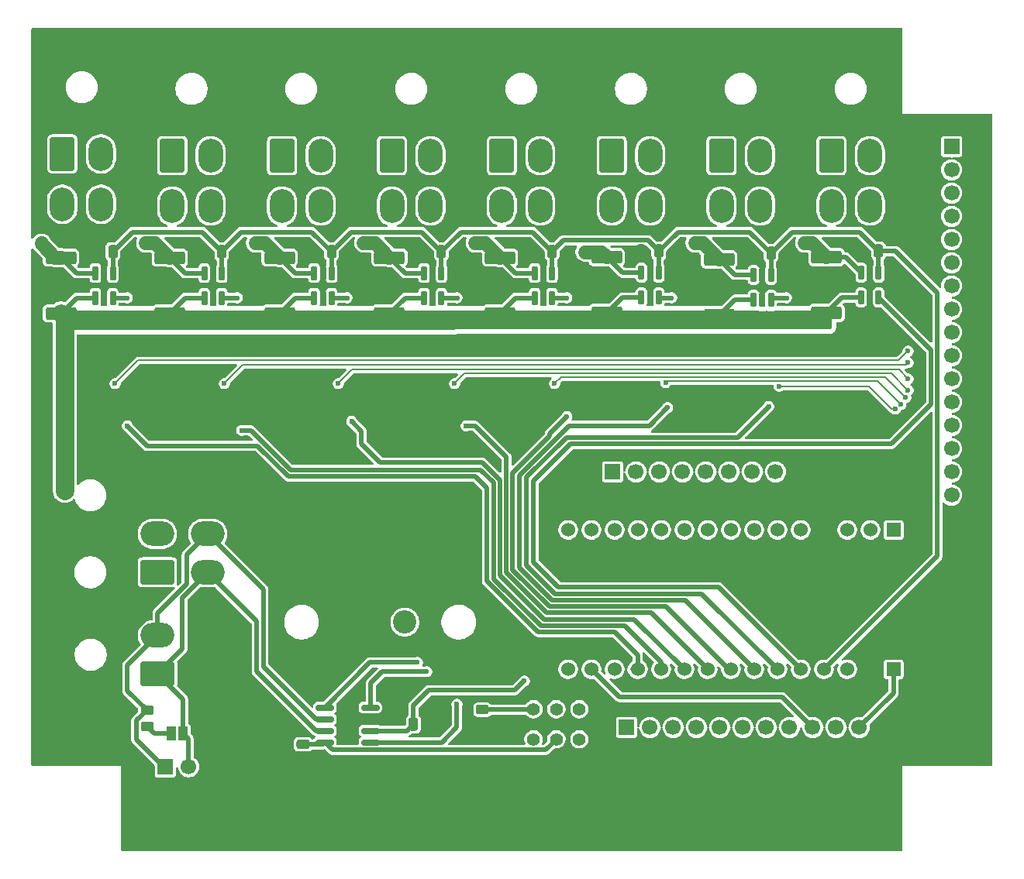
<source format=gbl>
G04 #@! TF.GenerationSoftware,KiCad,Pcbnew,9.0.5*
G04 #@! TF.CreationDate,2025-10-24T01:36:13-07:00*
G04 #@! TF.ProjectId,New CAN Accessories board,4e657720-4341-44e2-9041-63636573736f,rev?*
G04 #@! TF.SameCoordinates,Original*
G04 #@! TF.FileFunction,Copper,L2,Bot*
G04 #@! TF.FilePolarity,Positive*
%FSLAX46Y46*%
G04 Gerber Fmt 4.6, Leading zero omitted, Abs format (unit mm)*
G04 Created by KiCad (PCBNEW 9.0.5) date 2025-10-24 01:36:13*
%MOMM*%
%LPD*%
G01*
G04 APERTURE LIST*
G04 Aperture macros list*
%AMRoundRect*
0 Rectangle with rounded corners*
0 $1 Rounding radius*
0 $2 $3 $4 $5 $6 $7 $8 $9 X,Y pos of 4 corners*
0 Add a 4 corners polygon primitive as box body*
4,1,4,$2,$3,$4,$5,$6,$7,$8,$9,$2,$3,0*
0 Add four circle primitives for the rounded corners*
1,1,$1+$1,$2,$3*
1,1,$1+$1,$4,$5*
1,1,$1+$1,$6,$7*
1,1,$1+$1,$8,$9*
0 Add four rect primitives between the rounded corners*
20,1,$1+$1,$2,$3,$4,$5,0*
20,1,$1+$1,$4,$5,$6,$7,0*
20,1,$1+$1,$6,$7,$8,$9,0*
20,1,$1+$1,$8,$9,$2,$3,0*%
G04 Aperture macros list end*
G04 #@! TA.AperFunction,ComponentPad*
%ADD10RoundRect,0.250001X-1.099999X-1.599999X1.099999X-1.599999X1.099999X1.599999X-1.099999X1.599999X0*%
G04 #@! TD*
G04 #@! TA.AperFunction,ComponentPad*
%ADD11O,2.700000X3.700000*%
G04 #@! TD*
G04 #@! TA.AperFunction,ComponentPad*
%ADD12R,1.700000X1.700000*%
G04 #@! TD*
G04 #@! TA.AperFunction,ComponentPad*
%ADD13C,1.700000*%
G04 #@! TD*
G04 #@! TA.AperFunction,ComponentPad*
%ADD14C,1.530000*%
G04 #@! TD*
G04 #@! TA.AperFunction,ComponentPad*
%ADD15R,1.530000X1.530000*%
G04 #@! TD*
G04 #@! TA.AperFunction,ComponentPad*
%ADD16C,1.397000*%
G04 #@! TD*
G04 #@! TA.AperFunction,ComponentPad*
%ADD17RoundRect,0.250001X1.599999X-1.099999X1.599999X1.099999X-1.599999X1.099999X-1.599999X-1.099999X0*%
G04 #@! TD*
G04 #@! TA.AperFunction,ComponentPad*
%ADD18O,3.700000X2.700000*%
G04 #@! TD*
G04 #@! TA.AperFunction,ComponentPad*
%ADD19C,2.550000*%
G04 #@! TD*
G04 #@! TA.AperFunction,SMDPad,CuDef*
%ADD20RoundRect,0.150000X0.825000X0.150000X-0.825000X0.150000X-0.825000X-0.150000X0.825000X-0.150000X0*%
G04 #@! TD*
G04 #@! TA.AperFunction,SMDPad,CuDef*
%ADD21RoundRect,0.162500X0.162500X-0.617500X0.162500X0.617500X-0.162500X0.617500X-0.162500X-0.617500X0*%
G04 #@! TD*
G04 #@! TA.AperFunction,SMDPad,CuDef*
%ADD22RoundRect,0.249999X1.425001X-0.450001X1.425001X0.450001X-1.425001X0.450001X-1.425001X-0.450001X0*%
G04 #@! TD*
G04 #@! TA.AperFunction,SMDPad,CuDef*
%ADD23RoundRect,0.250000X0.250000X0.475000X-0.250000X0.475000X-0.250000X-0.475000X0.250000X-0.475000X0*%
G04 #@! TD*
G04 #@! TA.AperFunction,SMDPad,CuDef*
%ADD24RoundRect,0.250000X-0.475000X0.250000X-0.475000X-0.250000X0.475000X-0.250000X0.475000X0.250000X0*%
G04 #@! TD*
G04 #@! TA.AperFunction,SMDPad,CuDef*
%ADD25RoundRect,0.250000X-0.250000X-0.475000X0.250000X-0.475000X0.250000X0.475000X-0.250000X0.475000X0*%
G04 #@! TD*
G04 #@! TA.AperFunction,SMDPad,CuDef*
%ADD26R,1.000000X1.500000*%
G04 #@! TD*
G04 #@! TA.AperFunction,SMDPad,CuDef*
%ADD27RoundRect,0.250000X-0.450000X0.262500X-0.450000X-0.262500X0.450000X-0.262500X0.450000X0.262500X0*%
G04 #@! TD*
G04 #@! TA.AperFunction,ViaPad*
%ADD28C,0.600000*%
G04 #@! TD*
G04 #@! TA.AperFunction,ViaPad*
%ADD29C,2.000000*%
G04 #@! TD*
G04 #@! TA.AperFunction,ViaPad*
%ADD30C,1.500000*%
G04 #@! TD*
G04 #@! TA.AperFunction,Conductor*
%ADD31C,0.500000*%
G04 #@! TD*
G04 #@! TA.AperFunction,Conductor*
%ADD32C,2.000000*%
G04 #@! TD*
G04 #@! TA.AperFunction,Conductor*
%ADD33C,0.200000*%
G04 #@! TD*
G04 #@! TA.AperFunction,Conductor*
%ADD34C,1.500000*%
G04 #@! TD*
G04 APERTURE END LIST*
D10*
X43900000Y-30460000D03*
D11*
X48100000Y-30460000D03*
X43900000Y-35960000D03*
X48100000Y-35960000D03*
D12*
X81534000Y-92964000D03*
D13*
X84074000Y-92964000D03*
X86614000Y-92964000D03*
X89154000Y-92964000D03*
X91694000Y-92964000D03*
X94234000Y-92964000D03*
X96774000Y-92964000D03*
X99314000Y-92964000D03*
X101854000Y-92964000D03*
X104394000Y-92964000D03*
X106934000Y-92964000D03*
X109474000Y-92964000D03*
D12*
X117025000Y-29464000D03*
D13*
X117025000Y-32004000D03*
X117025000Y-34544000D03*
X117025000Y-37084000D03*
X117025000Y-39624000D03*
X117025000Y-42164000D03*
X117025000Y-44704000D03*
X117025000Y-47244000D03*
X117025000Y-49784000D03*
X117025000Y-52324000D03*
X117025000Y-54864000D03*
X117025000Y-57404000D03*
X117025000Y-59944000D03*
X117025000Y-62484000D03*
X117025000Y-65024000D03*
X117025000Y-67564000D03*
D10*
X67900000Y-30460000D03*
D11*
X72100000Y-30460000D03*
X67900000Y-35960000D03*
X72100000Y-35960000D03*
D10*
X19900000Y-30275000D03*
D11*
X24100000Y-30275000D03*
X19900000Y-35775000D03*
X24100000Y-35775000D03*
D12*
X80010000Y-65024000D03*
D13*
X82550000Y-65024000D03*
X85090000Y-65024000D03*
X87630000Y-65024000D03*
X90170000Y-65024000D03*
X92710000Y-65024000D03*
X95250000Y-65024000D03*
X97790000Y-65024000D03*
D14*
X77683000Y-86614000D03*
X103083000Y-86614000D03*
X80223000Y-86614000D03*
X103083000Y-71374000D03*
X108163000Y-86614000D03*
X105623000Y-71374000D03*
X105623000Y-86614000D03*
X82763000Y-86614000D03*
X85303000Y-86614000D03*
X100543000Y-86614000D03*
X87843000Y-86614000D03*
X90383000Y-86614000D03*
X92923000Y-86614000D03*
X95463000Y-86614000D03*
X98003000Y-86614000D03*
X82763000Y-71374000D03*
D15*
X110703000Y-71374000D03*
D14*
X108163000Y-71374000D03*
X80223000Y-71374000D03*
X100543000Y-71374000D03*
X98003000Y-71374000D03*
X90383000Y-71374000D03*
X75143000Y-86614000D03*
X75143000Y-71374000D03*
X77683000Y-71374000D03*
X92923000Y-71374000D03*
X95463000Y-71374000D03*
X87843000Y-71374000D03*
X85303000Y-71374000D03*
D15*
X110703000Y-86614000D03*
D16*
X71360000Y-94272000D03*
X73860000Y-94272000D03*
X76360000Y-94272000D03*
X76360000Y-90972000D03*
X73860000Y-90972000D03*
X71360000Y-90972000D03*
D12*
X31150000Y-97260000D03*
D13*
X33690000Y-97260000D03*
X36230000Y-97260000D03*
D17*
X30300000Y-87100000D03*
D18*
X30300000Y-82900000D03*
X35800000Y-87100000D03*
X35800000Y-82900000D03*
D19*
X51910000Y-81455000D03*
X57310000Y-81455000D03*
D17*
X30275000Y-76000000D03*
D18*
X30275000Y-71800000D03*
X30275000Y-67600000D03*
X35775000Y-76000000D03*
X35775000Y-71800000D03*
X35775000Y-67600000D03*
D10*
X79900000Y-30460000D03*
D11*
X84100000Y-30460000D03*
X79900000Y-35960000D03*
X84100000Y-35960000D03*
D10*
X31900000Y-30460000D03*
D11*
X36100000Y-30460000D03*
X31900000Y-35960000D03*
X36100000Y-35960000D03*
D10*
X103900000Y-30460000D03*
D11*
X108100000Y-30460000D03*
X103900000Y-35960000D03*
X108100000Y-35960000D03*
D10*
X55900000Y-30460000D03*
D11*
X60100000Y-30460000D03*
X55900000Y-35960000D03*
X60100000Y-35960000D03*
D10*
X91900000Y-30460000D03*
D11*
X96100000Y-30460000D03*
X91900000Y-35960000D03*
X96100000Y-35960000D03*
D20*
X53529000Y-90784499D03*
X53529000Y-92054499D03*
X53529000Y-93324499D03*
X53529000Y-94594499D03*
X48579000Y-94594499D03*
X48579000Y-93324499D03*
X48579000Y-92054499D03*
X48579000Y-90784499D03*
D21*
X49303000Y-46000000D03*
X48353000Y-46000000D03*
X47403000Y-46000000D03*
X47403000Y-43300000D03*
X48353000Y-43300000D03*
X49303000Y-43300000D03*
D22*
X19740000Y-47700000D03*
X19740000Y-41600000D03*
D23*
X61303000Y-40940000D03*
X59403000Y-40940000D03*
D24*
X46184000Y-94808000D03*
X46184000Y-96708000D03*
D21*
X61303000Y-46000000D03*
X60353000Y-46000000D03*
X59403000Y-46000000D03*
X59403000Y-43300000D03*
X60353000Y-43300000D03*
X61303000Y-43300000D03*
D22*
X55630000Y-47700000D03*
X55630000Y-41600000D03*
D23*
X25413000Y-40940000D03*
X23513000Y-40940000D03*
X85049000Y-40897000D03*
X83149000Y-40897000D03*
D22*
X79376000Y-47657000D03*
X79376000Y-41557000D03*
D21*
X109049000Y-45957000D03*
X108099000Y-45957000D03*
X107149000Y-45957000D03*
X107149000Y-43257000D03*
X108099000Y-43257000D03*
X109049000Y-43257000D03*
X97303000Y-46185000D03*
X96353000Y-46185000D03*
X95403000Y-46185000D03*
X95403000Y-43485000D03*
X96353000Y-43485000D03*
X97303000Y-43485000D03*
D23*
X49303000Y-40940000D03*
X47403000Y-40940000D03*
D22*
X67708571Y-47700000D03*
X67708571Y-41600000D03*
X31630000Y-47700000D03*
X31630000Y-41600000D03*
X103376000Y-47657000D03*
X103376000Y-41557000D03*
D23*
X37303000Y-40940000D03*
X35403000Y-40940000D03*
D25*
X58232000Y-92621999D03*
X60132000Y-92621999D03*
D23*
X109049000Y-40897000D03*
X107149000Y-40897000D03*
D26*
X31800000Y-93650000D03*
X33100000Y-93650000D03*
D23*
X97303000Y-41125000D03*
X95403000Y-41125000D03*
D21*
X73381571Y-46000000D03*
X72431571Y-46000000D03*
X71481571Y-46000000D03*
X71481571Y-43300000D03*
X72431571Y-43300000D03*
X73381571Y-43300000D03*
X85049000Y-45957000D03*
X84099000Y-45957000D03*
X83149000Y-45957000D03*
X83149000Y-43257000D03*
X84099000Y-43257000D03*
X85049000Y-43257000D03*
D23*
X73381571Y-40940000D03*
X71481571Y-40940000D03*
D21*
X37303000Y-46000000D03*
X36353000Y-46000000D03*
X35403000Y-46000000D03*
X35403000Y-43300000D03*
X36353000Y-43300000D03*
X37303000Y-43300000D03*
D27*
X29132000Y-91057000D03*
X29132000Y-92882000D03*
D22*
X43630000Y-47700000D03*
X43630000Y-41600000D03*
D21*
X25413000Y-46000000D03*
X24463000Y-46000000D03*
X23513000Y-46000000D03*
X23513000Y-43300000D03*
X24463000Y-43300000D03*
X25413000Y-43300000D03*
D27*
X65786000Y-91035500D03*
X65786000Y-92860500D03*
D22*
X91630000Y-47885000D03*
X91630000Y-41785000D03*
D28*
X89000000Y-60000000D03*
X86106000Y-59690000D03*
X25000000Y-58000000D03*
X49000000Y-58000000D03*
X52349000Y-56470000D03*
X109000000Y-58000000D03*
D29*
X50260000Y-70750000D03*
D28*
X22060000Y-61100000D03*
X97282000Y-59182000D03*
X37000000Y-58000000D03*
X39750000Y-57330000D03*
X73000000Y-58000000D03*
X27780000Y-58020000D03*
X101000000Y-60000000D03*
X75849000Y-57050000D03*
X64349000Y-56520000D03*
X61000000Y-58000000D03*
D29*
X20160000Y-67080000D03*
D28*
X27000000Y-46000000D03*
X27000000Y-60000000D03*
X39000000Y-46000000D03*
X39500000Y-60500000D03*
X51000000Y-46000000D03*
X51500000Y-59500000D03*
X64000000Y-60000000D03*
X63000000Y-46000000D03*
X75000000Y-46000000D03*
X75000000Y-59000000D03*
X86000000Y-58000000D03*
X86450000Y-46000000D03*
X99000000Y-46000000D03*
X97050000Y-57889338D03*
X59690000Y-86868000D03*
X62992000Y-90424000D03*
X58674000Y-85852000D03*
X70358000Y-87884000D03*
X25654000Y-55372000D03*
X112268000Y-51816000D03*
X37592000Y-55372000D03*
X112268000Y-53097000D03*
X112268000Y-54864000D03*
X50038000Y-55372000D03*
X62738000Y-55372000D03*
X112268000Y-56116000D03*
X112014000Y-56896000D03*
X73660000Y-55372000D03*
X111500000Y-57652000D03*
X85801200Y-55270400D03*
X110884301Y-58162802D03*
X98199138Y-55679538D03*
D30*
X17640000Y-40030000D03*
X29000000Y-40000000D03*
X41000000Y-40000000D03*
X52832000Y-40000000D03*
X65000000Y-40000000D03*
X77000000Y-41000000D03*
X89000000Y-40000000D03*
X101000000Y-40000000D03*
D31*
X77683000Y-86614000D02*
X77724000Y-86614000D01*
X98552000Y-89662000D02*
X101854000Y-92964000D01*
X80772000Y-89662000D02*
X98552000Y-89662000D01*
X49406001Y-95421500D02*
X72710500Y-95421500D01*
X46184000Y-94808000D02*
X48365499Y-94808000D01*
X72710500Y-95421500D02*
X73860000Y-94272000D01*
X48579000Y-94594499D02*
X49406001Y-95421500D01*
X48365499Y-94808000D02*
X48579000Y-94594499D01*
X77724000Y-86614000D02*
X80772000Y-89662000D01*
X30300000Y-80483636D02*
X30300000Y-82900000D01*
X27981000Y-92208000D02*
X29132000Y-91057000D01*
X48579000Y-92054499D02*
X47604001Y-92054499D01*
X41849000Y-86299498D02*
X41849000Y-77874000D01*
X41849000Y-77874000D02*
X35775000Y-71800000D01*
X30910000Y-97260000D02*
X27981000Y-94331000D01*
X27000000Y-86200000D02*
X30300000Y-82900000D01*
X33474000Y-77309636D02*
X30300000Y-80483636D01*
X35775000Y-71800000D02*
X33474000Y-74101000D01*
X27981000Y-94331000D02*
X27981000Y-92208000D01*
X31150000Y-97260000D02*
X30910000Y-97260000D01*
X27000000Y-88925000D02*
X27000000Y-86200000D01*
X33474000Y-74101000D02*
X33474000Y-77309636D01*
X29132000Y-91057000D02*
X27000000Y-88925000D01*
X47604001Y-92054499D02*
X41849000Y-86299498D01*
X107149000Y-45957000D02*
X105076000Y-45957000D01*
X47403000Y-46000000D02*
X45330000Y-46000000D01*
X57330000Y-46000000D02*
X55630000Y-47700000D01*
D32*
X20160000Y-48120000D02*
X19740000Y-47700000D01*
D31*
X35403000Y-46000000D02*
X33330000Y-46000000D01*
X45330000Y-46000000D02*
X43630000Y-47700000D01*
X110703000Y-89195000D02*
X110703000Y-86614000D01*
X106934000Y-92964000D02*
X110703000Y-89195000D01*
X23513000Y-46000000D02*
X21440000Y-46000000D01*
X95403000Y-46185000D02*
X93330000Y-46185000D01*
X59403000Y-46000000D02*
X57330000Y-46000000D01*
X105076000Y-45957000D02*
X103376000Y-47657000D01*
X71481571Y-46000000D02*
X69408571Y-46000000D01*
X81076000Y-45957000D02*
X79376000Y-47657000D01*
X69408571Y-46000000D02*
X67708571Y-47700000D01*
D32*
X20160000Y-67080000D02*
X20160000Y-48120000D01*
D31*
X83149000Y-45957000D02*
X81076000Y-45957000D01*
X93330000Y-46185000D02*
X91630000Y-47885000D01*
X21440000Y-46000000D02*
X19740000Y-47700000D01*
X33330000Y-46000000D02*
X31630000Y-47700000D01*
X41148000Y-81373000D02*
X35775000Y-76000000D01*
X48579000Y-93324499D02*
X47604001Y-93324499D01*
X33690000Y-94240000D02*
X33100000Y-93650000D01*
X33000000Y-78775000D02*
X33000000Y-84400000D01*
X35775000Y-76000000D02*
X33000000Y-78775000D01*
X47604001Y-93324499D02*
X41148000Y-86868498D01*
X33100000Y-89900000D02*
X30300000Y-87100000D01*
X33100000Y-93650000D02*
X33100000Y-89900000D01*
X33690000Y-97260000D02*
X33690000Y-94240000D01*
X33000000Y-84400000D02*
X30300000Y-87100000D01*
X41148000Y-86868498D02*
X41148000Y-81373000D01*
X27000000Y-60000000D02*
X29170000Y-62170000D01*
X80264000Y-82550000D02*
X82763000Y-85049000D01*
X66284000Y-76902728D02*
X66294000Y-76912728D01*
X65024000Y-65532000D02*
X66284000Y-66792000D01*
X66294000Y-76962000D02*
X71882000Y-82550000D01*
X41180000Y-62170000D02*
X44542000Y-65532000D01*
X82763000Y-85049000D02*
X82763000Y-86614000D01*
X66294000Y-76912728D02*
X66294000Y-76962000D01*
X71882000Y-82550000D02*
X80264000Y-82550000D01*
X29170000Y-62170000D02*
X41180000Y-62170000D01*
X44542000Y-65532000D02*
X65024000Y-65532000D01*
X25413000Y-46000000D02*
X27000000Y-46000000D01*
X82138500Y-86614000D02*
X82763000Y-86614000D01*
X66284000Y-66792000D02*
X66284000Y-76902728D01*
X72172364Y-81849000D02*
X81341000Y-81849000D01*
X66985000Y-66223000D02*
X66985000Y-76612364D01*
X44831000Y-64831000D02*
X40500000Y-60500000D01*
X81341000Y-81849000D02*
X85303000Y-85811000D01*
X67056000Y-76732636D02*
X72172364Y-81849000D01*
X37303000Y-46000000D02*
X39000000Y-46000000D01*
X44831000Y-64831000D02*
X65593000Y-64831000D01*
X85303000Y-85811000D02*
X85303000Y-86614000D01*
X65593000Y-64831000D02*
X66985000Y-66223000D01*
X40500000Y-60500000D02*
X39500000Y-60500000D01*
X67056000Y-76683364D02*
X67056000Y-76732636D01*
X66985000Y-76612364D02*
X67056000Y-76683364D01*
X67686000Y-65908000D02*
X67686000Y-76322000D01*
X65786000Y-64008000D02*
X67686000Y-65908000D01*
X72512000Y-81148000D02*
X82377000Y-81148000D01*
X49303000Y-46000000D02*
X51000000Y-46000000D01*
X82377000Y-81148000D02*
X87843000Y-86614000D01*
X52572857Y-60572857D02*
X51500000Y-59500000D01*
X52572857Y-61970857D02*
X52572857Y-60572857D01*
X52572857Y-61970857D02*
X54610000Y-64008000D01*
X54610000Y-64008000D02*
X65786000Y-64008000D01*
X67686000Y-76322000D02*
X72512000Y-81148000D01*
X84216000Y-80447000D02*
X90383000Y-86614000D01*
X68387000Y-63387000D02*
X68387000Y-76031636D01*
X64000000Y-60000000D02*
X65000000Y-60000000D01*
X68387000Y-76031636D02*
X72802364Y-80447000D01*
X61303000Y-46000000D02*
X63000000Y-46000000D01*
X72802364Y-80447000D02*
X84216000Y-80447000D01*
X65000000Y-60000000D02*
X68387000Y-63387000D01*
X75000000Y-46000000D02*
X73381571Y-46000000D01*
X73092728Y-79746000D02*
X84506364Y-79746000D01*
X85852000Y-79756000D02*
X92710000Y-86614000D01*
X84516364Y-79756000D02*
X85852000Y-79756000D01*
X92710000Y-86614000D02*
X92923000Y-86614000D01*
X69088000Y-65157908D02*
X69088000Y-75741272D01*
X69088000Y-75741272D02*
X73092728Y-79746000D01*
X69088000Y-65157908D02*
X73122954Y-61122954D01*
X84506364Y-79746000D02*
X84516364Y-79756000D01*
X73122954Y-60877046D02*
X75000000Y-59000000D01*
X73122954Y-61122954D02*
X73122954Y-60877046D01*
X87904000Y-79055000D02*
X84806728Y-79055000D01*
X85092000Y-46000000D02*
X85049000Y-45957000D01*
X75237272Y-60000000D02*
X76000000Y-60000000D01*
X84000000Y-60000000D02*
X86000000Y-58000000D01*
X69850000Y-65387272D02*
X75237272Y-60000000D01*
X95463000Y-86614000D02*
X87904000Y-79055000D01*
X84806728Y-79055000D02*
X84796728Y-79045000D01*
X76000000Y-60000000D02*
X84000000Y-60000000D01*
X84796728Y-79045000D02*
X73383092Y-79045000D01*
X69850000Y-75511908D02*
X69850000Y-65387272D01*
X73383092Y-79045000D02*
X69850000Y-75511908D01*
X86450000Y-46000000D02*
X85092000Y-46000000D01*
X73673456Y-78344000D02*
X85087092Y-78344000D01*
X70612000Y-75282544D02*
X73673456Y-78344000D01*
X74949636Y-61279000D02*
X70612000Y-65616636D01*
X85087092Y-78344000D02*
X85097092Y-78354000D01*
X97488000Y-46000000D02*
X97303000Y-46185000D01*
X70612000Y-65616636D02*
X70612000Y-75282544D01*
X97050000Y-57889338D02*
X93660338Y-61279000D01*
X93660338Y-61279000D02*
X74949636Y-61279000D01*
X89743000Y-78354000D02*
X98003000Y-86614000D01*
X99000000Y-46000000D02*
X97488000Y-46000000D01*
X85097092Y-78354000D02*
X89743000Y-78354000D01*
X75438000Y-61980000D02*
X71374000Y-66044000D01*
X114779000Y-51687000D02*
X114779000Y-57661000D01*
X109049000Y-45957000D02*
X114779000Y-51687000D01*
X110460000Y-61980000D02*
X75438000Y-61980000D01*
X74087000Y-77643000D02*
X91572000Y-77643000D01*
X114779000Y-57661000D02*
X110460000Y-61980000D01*
X71374000Y-66044000D02*
X71374000Y-74930000D01*
X91572000Y-77643000D02*
X100543000Y-86614000D01*
X71374000Y-74930000D02*
X74087000Y-77643000D01*
X65786000Y-91035500D02*
X71296500Y-91035500D01*
X71296500Y-91035500D02*
X71360000Y-90972000D01*
X54864000Y-86868000D02*
X53594000Y-88138000D01*
X53594000Y-90719499D02*
X53529000Y-90784499D01*
X59690000Y-86868000D02*
X54864000Y-86868000D01*
X53594000Y-88138000D02*
X53594000Y-90719499D01*
X53529000Y-94594499D02*
X61361501Y-94594499D01*
X61361501Y-94594499D02*
X62992000Y-92964000D01*
X62992000Y-92964000D02*
X62992000Y-90424000D01*
X53511499Y-85852000D02*
X48579000Y-90784499D01*
X58674000Y-85852000D02*
X53511499Y-85852000D01*
X25413000Y-40940000D02*
X25413000Y-43300000D01*
X110897000Y-40897000D02*
X115480000Y-45480000D01*
X49303000Y-40940000D02*
X47162000Y-38799000D01*
X59162000Y-38799000D02*
X51444000Y-38799000D01*
X109049000Y-40897000D02*
X110897000Y-40897000D01*
X109049000Y-40897000D02*
X106951000Y-38799000D01*
X109049000Y-40897000D02*
X109049000Y-43257000D01*
X61303000Y-40940000D02*
X61303000Y-43300000D01*
X57529500Y-93324499D02*
X58232000Y-92621999D01*
X51444000Y-38799000D02*
X49303000Y-40940000D01*
X85049000Y-40897000D02*
X83873000Y-39721000D01*
X39444000Y-38799000D02*
X37303000Y-40940000D01*
X53529000Y-93324499D02*
X57529500Y-93324499D01*
X37303000Y-40940000D02*
X35162000Y-38799000D01*
X58232000Y-92621999D02*
X58232000Y-90612000D01*
X63444000Y-38799000D02*
X61303000Y-40940000D01*
X27554000Y-38799000D02*
X25413000Y-40940000D01*
X87147000Y-38799000D02*
X85049000Y-40897000D01*
X58232000Y-90612000D02*
X59944000Y-88900000D01*
X115480000Y-45480000D02*
X115480000Y-74217000D01*
X83873000Y-39721000D02*
X74600571Y-39721000D01*
X35162000Y-38799000D02*
X27554000Y-38799000D01*
X99629000Y-38799000D02*
X97303000Y-41125000D01*
X115480000Y-74217000D02*
X103083000Y-86614000D01*
X59944000Y-88900000D02*
X69342000Y-88900000D01*
X74600571Y-39721000D02*
X73381571Y-40940000D01*
X106951000Y-38799000D02*
X99629000Y-38799000D01*
X94977000Y-38799000D02*
X87147000Y-38799000D01*
X37303000Y-40940000D02*
X37303000Y-43300000D01*
X47162000Y-38799000D02*
X39444000Y-38799000D01*
X73381571Y-40940000D02*
X73381571Y-43300000D01*
X97303000Y-41125000D02*
X94977000Y-38799000D01*
X71240571Y-38799000D02*
X63444000Y-38799000D01*
X73381571Y-40940000D02*
X71240571Y-38799000D01*
X61303000Y-40940000D02*
X59162000Y-38799000D01*
X49303000Y-40940000D02*
X49303000Y-43300000D01*
X69342000Y-88900000D02*
X70358000Y-87884000D01*
X85049000Y-40897000D02*
X85049000Y-43257000D01*
X97303000Y-41125000D02*
X97303000Y-43485000D01*
D33*
X111252000Y-52832000D02*
X28194000Y-52832000D01*
X112268000Y-51816000D02*
X111252000Y-52832000D01*
X28194000Y-52832000D02*
X25654000Y-55372000D01*
X112341000Y-51816000D02*
X112268000Y-51816000D01*
X39624000Y-53340000D02*
X37592000Y-55372000D01*
X39624000Y-53340000D02*
X112025000Y-53340000D01*
X112025000Y-53340000D02*
X112268000Y-53097000D01*
X51542600Y-53867400D02*
X111271400Y-53867400D01*
X50038000Y-55372000D02*
X51542600Y-53867400D01*
X111271400Y-53867400D02*
X112268000Y-54864000D01*
X62738000Y-55372000D02*
X63841600Y-54268400D01*
X110420400Y-54268400D02*
X112268000Y-56116000D01*
X112250000Y-56116000D02*
X112199200Y-56116000D01*
X63841600Y-54268400D02*
X110420400Y-54268400D01*
X73660000Y-55372000D02*
X74362600Y-54669400D01*
X74362600Y-54669400D02*
X109787400Y-54669400D01*
X109787400Y-54669400D02*
X112014000Y-56896000D01*
X85801200Y-55270400D02*
X85993062Y-55078538D01*
X108926538Y-55078538D02*
X111500000Y-57652000D01*
X111506000Y-57658000D02*
X111500000Y-57652000D01*
X85993062Y-55078538D02*
X108926538Y-55078538D01*
X108003538Y-55679538D02*
X98199138Y-55679538D01*
X110486802Y-58162802D02*
X108003538Y-55679538D01*
X110884301Y-58162802D02*
X110486802Y-58162802D01*
D31*
X29900000Y-93650000D02*
X31800000Y-93650000D01*
X29132000Y-92882000D02*
X29900000Y-93650000D01*
X23513000Y-43300000D02*
X21440000Y-43300000D01*
D34*
X17640000Y-40099000D02*
X19141000Y-41600000D01*
X19141000Y-41600000D02*
X19740000Y-41600000D01*
X17640000Y-40030000D02*
X17640000Y-40099000D01*
D31*
X21440000Y-43300000D02*
X19740000Y-41600000D01*
D34*
X30030000Y-40000000D02*
X31630000Y-41600000D01*
D31*
X33330000Y-43300000D02*
X31630000Y-41600000D01*
D34*
X29000000Y-40000000D02*
X30030000Y-40000000D01*
D31*
X35403000Y-43300000D02*
X33330000Y-43300000D01*
X45330000Y-43300000D02*
X43630000Y-41600000D01*
X47403000Y-43300000D02*
X45330000Y-43300000D01*
D34*
X42030000Y-40000000D02*
X43630000Y-41600000D01*
X41000000Y-40000000D02*
X42030000Y-40000000D01*
D31*
X59403000Y-43300000D02*
X57330000Y-43300000D01*
D34*
X52832000Y-40000000D02*
X54030000Y-40000000D01*
D31*
X57330000Y-43300000D02*
X55630000Y-41600000D01*
D34*
X54030000Y-40000000D02*
X55630000Y-41600000D01*
X66108571Y-40000000D02*
X67708571Y-41600000D01*
D31*
X69408571Y-43300000D02*
X67708571Y-41600000D01*
D34*
X65000000Y-40000000D02*
X66108571Y-40000000D01*
D31*
X71481571Y-43300000D02*
X69408571Y-43300000D01*
D34*
X77000000Y-41000000D02*
X78819000Y-41000000D01*
D31*
X83149000Y-43257000D02*
X81076000Y-43257000D01*
X81076000Y-43257000D02*
X79376000Y-41557000D01*
D34*
X78819000Y-41000000D02*
X79376000Y-41557000D01*
X89000000Y-40000000D02*
X89845000Y-40000000D01*
D31*
X95403000Y-43485000D02*
X93330000Y-43485000D01*
X93330000Y-43485000D02*
X91630000Y-41785000D01*
D34*
X89845000Y-40000000D02*
X91630000Y-41785000D01*
X101819000Y-40000000D02*
X103376000Y-41557000D01*
D31*
X103376000Y-41557000D02*
X105449000Y-41557000D01*
X105449000Y-41557000D02*
X107149000Y-43257000D01*
D34*
X101000000Y-40000000D02*
X101819000Y-40000000D01*
G04 #@! TA.AperFunction,Conductor*
G36*
X111618860Y-16520185D02*
G01*
X111664615Y-16572989D01*
X111675820Y-16624643D01*
X111665000Y-25865000D01*
X121375500Y-25865000D01*
X121442539Y-25884685D01*
X121488294Y-25937489D01*
X121499500Y-25989000D01*
X121499500Y-97011000D01*
X121479815Y-97078039D01*
X121427011Y-97123794D01*
X121375500Y-97135000D01*
X111676580Y-97135000D01*
X111665760Y-106375645D01*
X111645997Y-106442662D01*
X111593139Y-106488355D01*
X111541760Y-106499500D01*
X26459000Y-106499500D01*
X26391961Y-106479815D01*
X26346206Y-106427011D01*
X26335000Y-106375500D01*
X26335000Y-97135000D01*
X16624500Y-97135000D01*
X16557461Y-97115315D01*
X16511706Y-97062511D01*
X16500500Y-97011000D01*
X16500500Y-84885258D01*
X21249500Y-84885258D01*
X21249500Y-85114741D01*
X21267506Y-85251500D01*
X21279452Y-85342238D01*
X21330254Y-85531834D01*
X21338842Y-85563887D01*
X21426650Y-85775876D01*
X21426657Y-85775890D01*
X21541392Y-85974617D01*
X21681081Y-86156661D01*
X21681089Y-86156670D01*
X21843330Y-86318911D01*
X21843338Y-86318918D01*
X21843339Y-86318919D01*
X21893261Y-86357226D01*
X22025382Y-86458607D01*
X22025385Y-86458608D01*
X22025388Y-86458611D01*
X22224112Y-86573344D01*
X22224117Y-86573346D01*
X22224123Y-86573349D01*
X22267669Y-86591386D01*
X22436113Y-86661158D01*
X22657762Y-86720548D01*
X22885266Y-86750500D01*
X22885273Y-86750500D01*
X23114727Y-86750500D01*
X23114734Y-86750500D01*
X23342238Y-86720548D01*
X23563887Y-86661158D01*
X23775888Y-86573344D01*
X23974612Y-86458611D01*
X24156661Y-86318919D01*
X24156665Y-86318914D01*
X24156670Y-86318911D01*
X24318911Y-86156670D01*
X24318914Y-86156665D01*
X24318919Y-86156661D01*
X24341276Y-86127525D01*
X26449500Y-86127525D01*
X26449500Y-88852526D01*
X26449500Y-88997474D01*
X26470322Y-89075181D01*
X26487016Y-89137485D01*
X26559489Y-89263013D01*
X26559491Y-89263016D01*
X28095181Y-90798706D01*
X28128666Y-90860029D01*
X28131500Y-90886387D01*
X28131500Y-91227613D01*
X28111815Y-91294652D01*
X28095181Y-91315294D01*
X27540491Y-91869983D01*
X27540489Y-91869986D01*
X27482171Y-91970998D01*
X27482170Y-91970997D01*
X27468017Y-91995513D01*
X27468016Y-91995515D01*
X27430500Y-92135525D01*
X27430500Y-94403475D01*
X27448322Y-94469987D01*
X27462266Y-94522025D01*
X27462266Y-94522027D01*
X27468014Y-94543482D01*
X27513963Y-94623069D01*
X27530785Y-94652206D01*
X27540489Y-94669013D01*
X27540491Y-94669016D01*
X29963181Y-97091705D01*
X29996666Y-97153028D01*
X29999500Y-97179386D01*
X29999500Y-98154856D01*
X29999502Y-98154882D01*
X30002413Y-98179987D01*
X30002415Y-98179991D01*
X30047793Y-98282764D01*
X30047794Y-98282765D01*
X30127235Y-98362206D01*
X30230009Y-98407585D01*
X30255135Y-98410500D01*
X32044864Y-98410499D01*
X32044879Y-98410497D01*
X32044882Y-98410497D01*
X32069987Y-98407586D01*
X32069988Y-98407585D01*
X32069991Y-98407585D01*
X32172765Y-98362206D01*
X32252206Y-98282765D01*
X32297585Y-98179991D01*
X32300500Y-98154865D01*
X32300499Y-97417125D01*
X32320183Y-97350089D01*
X32372987Y-97304334D01*
X32442146Y-97294390D01*
X32505702Y-97323415D01*
X32543476Y-97382193D01*
X32546972Y-97397729D01*
X32567829Y-97529410D01*
X32623787Y-97701636D01*
X32623788Y-97701639D01*
X32706006Y-97862997D01*
X32812441Y-98009494D01*
X32812445Y-98009499D01*
X32940500Y-98137554D01*
X32940505Y-98137558D01*
X33068287Y-98230396D01*
X33087006Y-98243996D01*
X33163094Y-98282765D01*
X33248360Y-98326211D01*
X33248363Y-98326212D01*
X33334476Y-98354191D01*
X33420591Y-98382171D01*
X33503429Y-98395291D01*
X33599449Y-98410500D01*
X33599454Y-98410500D01*
X33780551Y-98410500D01*
X33867259Y-98396765D01*
X33959409Y-98382171D01*
X34131639Y-98326211D01*
X34292994Y-98243996D01*
X34439501Y-98137553D01*
X34567553Y-98009501D01*
X34673996Y-97862994D01*
X34756211Y-97701639D01*
X34812171Y-97529409D01*
X34826765Y-97437259D01*
X34840500Y-97350551D01*
X34840500Y-97169448D01*
X34815403Y-97011000D01*
X34812171Y-96990591D01*
X34756211Y-96818361D01*
X34756211Y-96818360D01*
X34727740Y-96762484D01*
X34673996Y-96657006D01*
X34660396Y-96638287D01*
X34567558Y-96510505D01*
X34567554Y-96510500D01*
X34439499Y-96382445D01*
X34439494Y-96382441D01*
X34291615Y-96275001D01*
X34248949Y-96219671D01*
X34240500Y-96174683D01*
X34240500Y-94167527D01*
X34240500Y-94167525D01*
X34202984Y-94027515D01*
X34185281Y-93996853D01*
X34130510Y-93901985D01*
X33936818Y-93708293D01*
X33903333Y-93646970D01*
X33900499Y-93620612D01*
X33900499Y-92855143D01*
X33900499Y-92855136D01*
X33900176Y-92852349D01*
X33897586Y-92830012D01*
X33897585Y-92830010D01*
X33897585Y-92830009D01*
X33852206Y-92727235D01*
X33772765Y-92647794D01*
X33724412Y-92626444D01*
X33671037Y-92581357D01*
X33650510Y-92514571D01*
X33650500Y-92513010D01*
X33650500Y-89827527D01*
X33650500Y-89827525D01*
X33612984Y-89687515D01*
X33540510Y-89561985D01*
X32460680Y-88482155D01*
X32427195Y-88420832D01*
X32432179Y-88351140D01*
X32433006Y-88348985D01*
X32439876Y-88331564D01*
X32450500Y-88243099D01*
X32450499Y-85956902D01*
X32439876Y-85868436D01*
X32433006Y-85851014D01*
X32426724Y-85781427D01*
X32459061Y-85719491D01*
X32460622Y-85717900D01*
X33440510Y-84738014D01*
X33512984Y-84612485D01*
X33533474Y-84536016D01*
X33550500Y-84472475D01*
X33550500Y-79054385D01*
X33570185Y-78987346D01*
X33586814Y-78966709D01*
X34891448Y-77662074D01*
X34952769Y-77628591D01*
X34998522Y-77627284D01*
X35076568Y-77639645D01*
X35145099Y-77650500D01*
X35145103Y-77650500D01*
X36404896Y-77650500D01*
X36404897Y-77650500D01*
X36551474Y-77627284D01*
X36620765Y-77636238D01*
X36658551Y-77662076D01*
X40561181Y-81564706D01*
X40594666Y-81626029D01*
X40597500Y-81652387D01*
X40597500Y-86940973D01*
X40615008Y-87006312D01*
X40634883Y-87080485D01*
X40634910Y-87080587D01*
X40635015Y-87080981D01*
X40635017Y-87080985D01*
X40707487Y-87206509D01*
X40707489Y-87206512D01*
X40707490Y-87206513D01*
X47265986Y-93765009D01*
X47357798Y-93818016D01*
X47391516Y-93837483D01*
X47461844Y-93856327D01*
X47467914Y-93858658D01*
X47490715Y-93876070D01*
X47515224Y-93891009D01*
X47518140Y-93897013D01*
X47523444Y-93901063D01*
X47533213Y-93928042D01*
X47545753Y-93953856D01*
X47544960Y-93960482D01*
X47547233Y-93966758D01*
X47540864Y-93994739D01*
X47537458Y-94023232D01*
X47533138Y-94028686D01*
X47531728Y-94034885D01*
X47516047Y-94050268D01*
X47497104Y-94074189D01*
X47431850Y-94122349D01*
X47369276Y-94207134D01*
X47365295Y-94210156D01*
X47363219Y-94214703D01*
X47337745Y-94231073D01*
X47313628Y-94249385D01*
X47307497Y-94250512D01*
X47304441Y-94252477D01*
X47269506Y-94257500D01*
X47183597Y-94257500D01*
X47116558Y-94237815D01*
X47084793Y-94208425D01*
X47051922Y-94165077D01*
X46931343Y-94073639D01*
X46790561Y-94018122D01*
X46744926Y-94012642D01*
X46702102Y-94007500D01*
X45665898Y-94007500D01*
X45626853Y-94012188D01*
X45577438Y-94018122D01*
X45436656Y-94073639D01*
X45316077Y-94165077D01*
X45224639Y-94285656D01*
X45169122Y-94426438D01*
X45163893Y-94469987D01*
X45158500Y-94514898D01*
X45158500Y-95101102D01*
X45164126Y-95147954D01*
X45169122Y-95189561D01*
X45224639Y-95330343D01*
X45316077Y-95450922D01*
X45436656Y-95542360D01*
X45436657Y-95542360D01*
X45436658Y-95542361D01*
X45577436Y-95597877D01*
X45665898Y-95608500D01*
X45665903Y-95608500D01*
X46702097Y-95608500D01*
X46702102Y-95608500D01*
X46790564Y-95597877D01*
X46931342Y-95542361D01*
X47051922Y-95450922D01*
X47084793Y-95407574D01*
X47140985Y-95366052D01*
X47183597Y-95358500D01*
X48437972Y-95358500D01*
X48437973Y-95358500D01*
X48437974Y-95358500D01*
X48468590Y-95350296D01*
X48538437Y-95351957D01*
X48588365Y-95382389D01*
X49067986Y-95862010D01*
X49193516Y-95934484D01*
X49333526Y-95972000D01*
X49333527Y-95972000D01*
X49333529Y-95972000D01*
X72782972Y-95972000D01*
X72782974Y-95972000D01*
X72782975Y-95972000D01*
X72922985Y-95934484D01*
X73048515Y-95862010D01*
X73612914Y-95297609D01*
X73674235Y-95264126D01*
X73724782Y-95263675D01*
X73761607Y-95271000D01*
X73958394Y-95271000D01*
X73958395Y-95270999D01*
X74022728Y-95258203D01*
X74151390Y-95232611D01*
X74151393Y-95232609D01*
X74151398Y-95232609D01*
X74333204Y-95157303D01*
X74496826Y-95047974D01*
X74635974Y-94908826D01*
X74745303Y-94745204D01*
X74820609Y-94563398D01*
X74838746Y-94472220D01*
X74851675Y-94407216D01*
X74859000Y-94370393D01*
X74859000Y-94173607D01*
X74858999Y-94173602D01*
X75361000Y-94173602D01*
X75361000Y-94370397D01*
X75399388Y-94563390D01*
X75399391Y-94563399D01*
X75474693Y-94745197D01*
X75474700Y-94745210D01*
X75584025Y-94908825D01*
X75584028Y-94908829D01*
X75723170Y-95047971D01*
X75723174Y-95047974D01*
X75886789Y-95157299D01*
X75886802Y-95157306D01*
X75964674Y-95189561D01*
X76068602Y-95232609D01*
X76068604Y-95232609D01*
X76068609Y-95232611D01*
X76261602Y-95270999D01*
X76261606Y-95271000D01*
X76261607Y-95271000D01*
X76458394Y-95271000D01*
X76458395Y-95270999D01*
X76522728Y-95258203D01*
X76651390Y-95232611D01*
X76651393Y-95232609D01*
X76651398Y-95232609D01*
X76833204Y-95157303D01*
X76996826Y-95047974D01*
X77135974Y-94908826D01*
X77245303Y-94745204D01*
X77320609Y-94563398D01*
X77338746Y-94472220D01*
X77351675Y-94407216D01*
X77359000Y-94370393D01*
X77359000Y-94173607D01*
X77357790Y-94167525D01*
X77320611Y-93980609D01*
X77320608Y-93980600D01*
X77309530Y-93953856D01*
X77297578Y-93924999D01*
X77245306Y-93798802D01*
X77245299Y-93798789D01*
X77135974Y-93635174D01*
X77135971Y-93635170D01*
X76996829Y-93496028D01*
X76996825Y-93496025D01*
X76833210Y-93386700D01*
X76833197Y-93386693D01*
X76651399Y-93311391D01*
X76651390Y-93311388D01*
X76458397Y-93273000D01*
X76458393Y-93273000D01*
X76261607Y-93273000D01*
X76261602Y-93273000D01*
X76068609Y-93311388D01*
X76068600Y-93311391D01*
X75886802Y-93386693D01*
X75886789Y-93386700D01*
X75723174Y-93496025D01*
X75723170Y-93496028D01*
X75584028Y-93635170D01*
X75584025Y-93635174D01*
X75474700Y-93798789D01*
X75474693Y-93798802D01*
X75399391Y-93980600D01*
X75399388Y-93980609D01*
X75361000Y-94173602D01*
X74858999Y-94173602D01*
X74857790Y-94167525D01*
X74820611Y-93980609D01*
X74820608Y-93980600D01*
X74809530Y-93953856D01*
X74797578Y-93924999D01*
X74745306Y-93798802D01*
X74745299Y-93798789D01*
X74635974Y-93635174D01*
X74635971Y-93635170D01*
X74496829Y-93496028D01*
X74496825Y-93496025D01*
X74333210Y-93386700D01*
X74333197Y-93386693D01*
X74151399Y-93311391D01*
X74151390Y-93311388D01*
X73958397Y-93273000D01*
X73958393Y-93273000D01*
X73761607Y-93273000D01*
X73761602Y-93273000D01*
X73568609Y-93311388D01*
X73568600Y-93311391D01*
X73386802Y-93386693D01*
X73386789Y-93386700D01*
X73223174Y-93496025D01*
X73223170Y-93496028D01*
X73084028Y-93635170D01*
X73084025Y-93635174D01*
X72974700Y-93798789D01*
X72974693Y-93798802D01*
X72899391Y-93980600D01*
X72899388Y-93980609D01*
X72861000Y-94173602D01*
X72861000Y-94370392D01*
X72868324Y-94407216D01*
X72862095Y-94476807D01*
X72834387Y-94519086D01*
X72518792Y-94834682D01*
X72491863Y-94849386D01*
X72466048Y-94865977D01*
X72459847Y-94866868D01*
X72457471Y-94868166D01*
X72431113Y-94871000D01*
X72378776Y-94871000D01*
X72311737Y-94851315D01*
X72265982Y-94798511D01*
X72256038Y-94729353D01*
X72264215Y-94699548D01*
X72316729Y-94572765D01*
X72320609Y-94563398D01*
X72338746Y-94472220D01*
X72351675Y-94407216D01*
X72359000Y-94370393D01*
X72359000Y-94173607D01*
X72357790Y-94167525D01*
X72320611Y-93980609D01*
X72320608Y-93980600D01*
X72309530Y-93953856D01*
X72297578Y-93924999D01*
X72245306Y-93798802D01*
X72245299Y-93798789D01*
X72135974Y-93635174D01*
X72135971Y-93635170D01*
X71996829Y-93496028D01*
X71996825Y-93496025D01*
X71833210Y-93386700D01*
X71833197Y-93386693D01*
X71651399Y-93311391D01*
X71651390Y-93311388D01*
X71458397Y-93273000D01*
X71458393Y-93273000D01*
X71261607Y-93273000D01*
X71261602Y-93273000D01*
X71068609Y-93311388D01*
X71068600Y-93311391D01*
X70886802Y-93386693D01*
X70886789Y-93386700D01*
X70723174Y-93496025D01*
X70723170Y-93496028D01*
X70584028Y-93635170D01*
X70584025Y-93635174D01*
X70474700Y-93798789D01*
X70474693Y-93798802D01*
X70399391Y-93980600D01*
X70399388Y-93980609D01*
X70361000Y-94173602D01*
X70361000Y-94370397D01*
X70399388Y-94563390D01*
X70399391Y-94563399D01*
X70455785Y-94699548D01*
X70463254Y-94769018D01*
X70431978Y-94831497D01*
X70371889Y-94867148D01*
X70341224Y-94871000D01*
X62162887Y-94871000D01*
X62095848Y-94851315D01*
X62050093Y-94798511D01*
X62040149Y-94729353D01*
X62069174Y-94665797D01*
X62075206Y-94659319D01*
X62749492Y-93985033D01*
X63432510Y-93302015D01*
X63504984Y-93176485D01*
X63504986Y-93176478D01*
X63515561Y-93137015D01*
X63525612Y-93099500D01*
X63542500Y-93036475D01*
X63542500Y-90729898D01*
X64785500Y-90729898D01*
X64785500Y-91341102D01*
X64788082Y-91362602D01*
X64796122Y-91429561D01*
X64796122Y-91429563D01*
X64796123Y-91429564D01*
X64809554Y-91463622D01*
X64851639Y-91570343D01*
X64943077Y-91690922D01*
X65063656Y-91782360D01*
X65063657Y-91782360D01*
X65063658Y-91782361D01*
X65204436Y-91837877D01*
X65292898Y-91848500D01*
X65292903Y-91848500D01*
X66279097Y-91848500D01*
X66279102Y-91848500D01*
X66367564Y-91837877D01*
X66508342Y-91782361D01*
X66628922Y-91690922D01*
X66671272Y-91635074D01*
X66727464Y-91593552D01*
X66770076Y-91586000D01*
X70509837Y-91586000D01*
X70576876Y-91605685D01*
X70597518Y-91622319D01*
X70723170Y-91747971D01*
X70723174Y-91747974D01*
X70886789Y-91857299D01*
X70886802Y-91857306D01*
X71009328Y-91908057D01*
X71068602Y-91932609D01*
X71068604Y-91932609D01*
X71068609Y-91932611D01*
X71261602Y-91970999D01*
X71261606Y-91971000D01*
X71261607Y-91971000D01*
X71458394Y-91971000D01*
X71458395Y-91970999D01*
X71522728Y-91958203D01*
X71651390Y-91932611D01*
X71651393Y-91932609D01*
X71651398Y-91932609D01*
X71833204Y-91857303D01*
X71996826Y-91747974D01*
X72135974Y-91608826D01*
X72245303Y-91445204D01*
X72251783Y-91429561D01*
X72266526Y-91393966D01*
X72320609Y-91263398D01*
X72321952Y-91256649D01*
X72358999Y-91070397D01*
X72359000Y-91070394D01*
X72359000Y-90873606D01*
X72358999Y-90873602D01*
X72861000Y-90873602D01*
X72861000Y-91070397D01*
X72899388Y-91263390D01*
X72899391Y-91263399D01*
X72974693Y-91445197D01*
X72974700Y-91445210D01*
X73084025Y-91608825D01*
X73084028Y-91608829D01*
X73223170Y-91747971D01*
X73223174Y-91747974D01*
X73386789Y-91857299D01*
X73386802Y-91857306D01*
X73509328Y-91908057D01*
X73568602Y-91932609D01*
X73568604Y-91932609D01*
X73568609Y-91932611D01*
X73761602Y-91970999D01*
X73761606Y-91971000D01*
X73761607Y-91971000D01*
X73958394Y-91971000D01*
X73958395Y-91970999D01*
X74022728Y-91958203D01*
X74151390Y-91932611D01*
X74151393Y-91932609D01*
X74151398Y-91932609D01*
X74333204Y-91857303D01*
X74496826Y-91747974D01*
X74635974Y-91608826D01*
X74745303Y-91445204D01*
X74751783Y-91429561D01*
X74766526Y-91393966D01*
X74820609Y-91263398D01*
X74821952Y-91256649D01*
X74858999Y-91070397D01*
X74859000Y-91070394D01*
X74859000Y-90873606D01*
X74858999Y-90873602D01*
X75361000Y-90873602D01*
X75361000Y-91070397D01*
X75399388Y-91263390D01*
X75399391Y-91263399D01*
X75474693Y-91445197D01*
X75474700Y-91445210D01*
X75584025Y-91608825D01*
X75584028Y-91608829D01*
X75723170Y-91747971D01*
X75723174Y-91747974D01*
X75886789Y-91857299D01*
X75886802Y-91857306D01*
X76009328Y-91908057D01*
X76068602Y-91932609D01*
X76068604Y-91932609D01*
X76068609Y-91932611D01*
X76261602Y-91970999D01*
X76261606Y-91971000D01*
X76261607Y-91971000D01*
X76458394Y-91971000D01*
X76458395Y-91970999D01*
X76522728Y-91958203D01*
X76651390Y-91932611D01*
X76651393Y-91932609D01*
X76651398Y-91932609D01*
X76833204Y-91857303D01*
X76996826Y-91747974D01*
X77135974Y-91608826D01*
X77245303Y-91445204D01*
X77251783Y-91429561D01*
X77266526Y-91393966D01*
X77320609Y-91263398D01*
X77321952Y-91256649D01*
X77358999Y-91070397D01*
X77359000Y-91070394D01*
X77359000Y-90873606D01*
X77358999Y-90873602D01*
X77320611Y-90680609D01*
X77320608Y-90680600D01*
X77313658Y-90663822D01*
X77279035Y-90580233D01*
X77245306Y-90498802D01*
X77245299Y-90498789D01*
X77135974Y-90335174D01*
X77135971Y-90335170D01*
X76996829Y-90196028D01*
X76996825Y-90196025D01*
X76833210Y-90086700D01*
X76833197Y-90086693D01*
X76651399Y-90011391D01*
X76651390Y-90011388D01*
X76458397Y-89973000D01*
X76458393Y-89973000D01*
X76261607Y-89973000D01*
X76261602Y-89973000D01*
X76068609Y-90011388D01*
X76068600Y-90011391D01*
X75886802Y-90086693D01*
X75886789Y-90086700D01*
X75723174Y-90196025D01*
X75723170Y-90196028D01*
X75584028Y-90335170D01*
X75584025Y-90335174D01*
X75474700Y-90498789D01*
X75474693Y-90498802D01*
X75399391Y-90680600D01*
X75399388Y-90680609D01*
X75361000Y-90873602D01*
X74858999Y-90873602D01*
X74820611Y-90680609D01*
X74820608Y-90680600D01*
X74813658Y-90663822D01*
X74779035Y-90580233D01*
X74745306Y-90498802D01*
X74745299Y-90498789D01*
X74635974Y-90335174D01*
X74635971Y-90335170D01*
X74496829Y-90196028D01*
X74496825Y-90196025D01*
X74333210Y-90086700D01*
X74333197Y-90086693D01*
X74151399Y-90011391D01*
X74151390Y-90011388D01*
X73958397Y-89973000D01*
X73958393Y-89973000D01*
X73761607Y-89973000D01*
X73761602Y-89973000D01*
X73568609Y-90011388D01*
X73568600Y-90011391D01*
X73386802Y-90086693D01*
X73386789Y-90086700D01*
X73223174Y-90196025D01*
X73223170Y-90196028D01*
X73084028Y-90335170D01*
X73084025Y-90335174D01*
X72974700Y-90498789D01*
X72974693Y-90498802D01*
X72899391Y-90680600D01*
X72899388Y-90680609D01*
X72861000Y-90873602D01*
X72358999Y-90873602D01*
X72320611Y-90680609D01*
X72320608Y-90680600D01*
X72313658Y-90663822D01*
X72279035Y-90580233D01*
X72245306Y-90498802D01*
X72245299Y-90498789D01*
X72135974Y-90335174D01*
X72135971Y-90335170D01*
X71996829Y-90196028D01*
X71996825Y-90196025D01*
X71833210Y-90086700D01*
X71833197Y-90086693D01*
X71651399Y-90011391D01*
X71651390Y-90011388D01*
X71458397Y-89973000D01*
X71458393Y-89973000D01*
X71261607Y-89973000D01*
X71261602Y-89973000D01*
X71068609Y-90011388D01*
X71068600Y-90011391D01*
X70886802Y-90086693D01*
X70886789Y-90086700D01*
X70723174Y-90196025D01*
X70723170Y-90196028D01*
X70584025Y-90335173D01*
X70520738Y-90429891D01*
X70467126Y-90474696D01*
X70417636Y-90485000D01*
X66770076Y-90485000D01*
X66703037Y-90465315D01*
X66671272Y-90435925D01*
X66628922Y-90380077D01*
X66508343Y-90288639D01*
X66367561Y-90233122D01*
X66321926Y-90227642D01*
X66279102Y-90222500D01*
X65292898Y-90222500D01*
X65253853Y-90227188D01*
X65204438Y-90233122D01*
X65063656Y-90288639D01*
X64943077Y-90380077D01*
X64851639Y-90500656D01*
X64796122Y-90641438D01*
X64792512Y-90671505D01*
X64785500Y-90729898D01*
X63542500Y-90729898D01*
X63542500Y-90702362D01*
X63550167Y-90663822D01*
X63549473Y-90663636D01*
X63555421Y-90641438D01*
X63592500Y-90503057D01*
X63592500Y-90344943D01*
X63551577Y-90192216D01*
X63528953Y-90153029D01*
X63472524Y-90055290D01*
X63472518Y-90055282D01*
X63360717Y-89943481D01*
X63360709Y-89943475D01*
X63223790Y-89864426D01*
X63223786Y-89864424D01*
X63223784Y-89864423D01*
X63071057Y-89823500D01*
X62912943Y-89823500D01*
X62760216Y-89864423D01*
X62760209Y-89864426D01*
X62623290Y-89943475D01*
X62623282Y-89943481D01*
X62511481Y-90055282D01*
X62511475Y-90055290D01*
X62432426Y-90192209D01*
X62432423Y-90192216D01*
X62391500Y-90344943D01*
X62391500Y-90503057D01*
X62428579Y-90641438D01*
X62434527Y-90663636D01*
X62433832Y-90663822D01*
X62441500Y-90702362D01*
X62441500Y-92684613D01*
X62421815Y-92751652D01*
X62405181Y-92772294D01*
X61169795Y-94007680D01*
X61108472Y-94041165D01*
X61082114Y-94043999D01*
X57847062Y-94043999D01*
X57780023Y-94024314D01*
X57734268Y-93971510D01*
X57724324Y-93902352D01*
X57753349Y-93838796D01*
X57770534Y-93822432D01*
X57777449Y-93817007D01*
X57867515Y-93765009D01*
X57953983Y-93678540D01*
X57959859Y-93673932D01*
X57985653Y-93663643D01*
X58010029Y-93650333D01*
X58022341Y-93649009D01*
X58024756Y-93648046D01*
X58027089Y-93648498D01*
X58036387Y-93647499D01*
X58525097Y-93647499D01*
X58525102Y-93647499D01*
X58613564Y-93636876D01*
X58754342Y-93581360D01*
X58874922Y-93489921D01*
X58966361Y-93369341D01*
X59021877Y-93228563D01*
X59032500Y-93140101D01*
X59032500Y-92103897D01*
X59021877Y-92015435D01*
X58966361Y-91874657D01*
X58966360Y-91874656D01*
X58966360Y-91874655D01*
X58874925Y-91754081D01*
X58874919Y-91754074D01*
X58831573Y-91721203D01*
X58790051Y-91665010D01*
X58782500Y-91622401D01*
X58782500Y-90891386D01*
X58802185Y-90824347D01*
X58818819Y-90803705D01*
X60135705Y-89486819D01*
X60197028Y-89453334D01*
X60223386Y-89450500D01*
X69414472Y-89450500D01*
X69414474Y-89450500D01*
X69414475Y-89450500D01*
X69554485Y-89412984D01*
X69599463Y-89387016D01*
X69680015Y-89340510D01*
X70550431Y-88470092D01*
X70583104Y-88448262D01*
X70582745Y-88447640D01*
X70589780Y-88443577D01*
X70589784Y-88443577D01*
X70726716Y-88364520D01*
X70838520Y-88252716D01*
X70917577Y-88115784D01*
X70958500Y-87963057D01*
X70958500Y-87804943D01*
X70917577Y-87652216D01*
X70905447Y-87631206D01*
X70838524Y-87515290D01*
X70838521Y-87515286D01*
X70838520Y-87515284D01*
X70726716Y-87403480D01*
X70726714Y-87403479D01*
X70726709Y-87403475D01*
X70589790Y-87324426D01*
X70589786Y-87324424D01*
X70589784Y-87324423D01*
X70437057Y-87283500D01*
X70278943Y-87283500D01*
X70126216Y-87324423D01*
X70126209Y-87324426D01*
X69989290Y-87403475D01*
X69989282Y-87403481D01*
X69877481Y-87515282D01*
X69877479Y-87515285D01*
X69856418Y-87551764D01*
X69798423Y-87652216D01*
X69798422Y-87652218D01*
X69794361Y-87659253D01*
X69793740Y-87658894D01*
X69771906Y-87691567D01*
X69150294Y-88313181D01*
X69088971Y-88346666D01*
X69062613Y-88349500D01*
X59871525Y-88349500D01*
X59778224Y-88374500D01*
X59778223Y-88374499D01*
X59731519Y-88387014D01*
X59731512Y-88387017D01*
X59605989Y-88459487D01*
X59605984Y-88459491D01*
X57791491Y-90273983D01*
X57791489Y-90273986D01*
X57730239Y-90380077D01*
X57730237Y-90380080D01*
X57719017Y-90399512D01*
X57719016Y-90399514D01*
X57719016Y-90399515D01*
X57681500Y-90539525D01*
X57681500Y-90539527D01*
X57681500Y-91622401D01*
X57661815Y-91689440D01*
X57632427Y-91721203D01*
X57589080Y-91754074D01*
X57589074Y-91754081D01*
X57497639Y-91874655D01*
X57442122Y-92015437D01*
X57438691Y-92044012D01*
X57431500Y-92103897D01*
X57431500Y-92103902D01*
X57431500Y-92592612D01*
X57422855Y-92622052D01*
X57416332Y-92652039D01*
X57412577Y-92657054D01*
X57411815Y-92659651D01*
X57395181Y-92680293D01*
X57337794Y-92737680D01*
X57276471Y-92771165D01*
X57250113Y-92773999D01*
X54594504Y-92773999D01*
X54553549Y-92767040D01*
X54438701Y-92726853D01*
X54438699Y-92726852D01*
X54408270Y-92723999D01*
X54408266Y-92723999D01*
X52649734Y-92723999D01*
X52649730Y-92723999D01*
X52619300Y-92726852D01*
X52619298Y-92726852D01*
X52491119Y-92771705D01*
X52491117Y-92771706D01*
X52381850Y-92852349D01*
X52301207Y-92961616D01*
X52301206Y-92961618D01*
X52256353Y-93089797D01*
X52256353Y-93089799D01*
X52253500Y-93120229D01*
X52253500Y-93528768D01*
X52256353Y-93559198D01*
X52256353Y-93559200D01*
X52300156Y-93684377D01*
X52301207Y-93687381D01*
X52381850Y-93796649D01*
X52467321Y-93859729D01*
X52509571Y-93915376D01*
X52515030Y-93985033D01*
X52481962Y-94046582D01*
X52467321Y-94059268D01*
X52438761Y-94080347D01*
X52381850Y-94122349D01*
X52301207Y-94231616D01*
X52301206Y-94231618D01*
X52256353Y-94359797D01*
X52256353Y-94359799D01*
X52253500Y-94390229D01*
X52253500Y-94747000D01*
X52233815Y-94814039D01*
X52181011Y-94859794D01*
X52129500Y-94871000D01*
X49978500Y-94871000D01*
X49911461Y-94851315D01*
X49865706Y-94798511D01*
X49854500Y-94747000D01*
X49854500Y-94390229D01*
X49851646Y-94359799D01*
X49851646Y-94359797D01*
X49814092Y-94252477D01*
X49806793Y-94231617D01*
X49726150Y-94122349D01*
X49640677Y-94059267D01*
X49598428Y-94003622D01*
X49592969Y-93933966D01*
X49626036Y-93872416D01*
X49640670Y-93859735D01*
X49726150Y-93796649D01*
X49806793Y-93687381D01*
X49830156Y-93620612D01*
X49851646Y-93559200D01*
X49851646Y-93559198D01*
X49854500Y-93528768D01*
X49854500Y-93120229D01*
X49851646Y-93089799D01*
X49851646Y-93089797D01*
X49811651Y-92975500D01*
X49806793Y-92961617D01*
X49726150Y-92852349D01*
X49640677Y-92789267D01*
X49598428Y-92733622D01*
X49592969Y-92663966D01*
X49626036Y-92602416D01*
X49640670Y-92589735D01*
X49726150Y-92526649D01*
X49806793Y-92417381D01*
X49831366Y-92347156D01*
X49851646Y-92289200D01*
X49851646Y-92289198D01*
X49854500Y-92258768D01*
X49854500Y-91850229D01*
X49851646Y-91819799D01*
X49851646Y-91819797D01*
X49806793Y-91691618D01*
X49806792Y-91691616D01*
X49755709Y-91622401D01*
X49726150Y-91582349D01*
X49640677Y-91519267D01*
X49598428Y-91463622D01*
X49592969Y-91393966D01*
X49626036Y-91332416D01*
X49640670Y-91319735D01*
X49726150Y-91256649D01*
X49806793Y-91147381D01*
X49833732Y-91070393D01*
X49851646Y-91019200D01*
X49851646Y-91019198D01*
X49854500Y-90988768D01*
X49854500Y-90580229D01*
X49851646Y-90549800D01*
X49848051Y-90539525D01*
X49810132Y-90431161D01*
X49806570Y-90361387D01*
X49839491Y-90302531D01*
X53703205Y-86438819D01*
X53764528Y-86405334D01*
X53790886Y-86402500D01*
X54251613Y-86402500D01*
X54318652Y-86422185D01*
X54364407Y-86474989D01*
X54374351Y-86544147D01*
X54345326Y-86607703D01*
X54339294Y-86614181D01*
X53153491Y-87799983D01*
X53153489Y-87799986D01*
X53106098Y-87882072D01*
X53106097Y-87882073D01*
X53081017Y-87925512D01*
X53081016Y-87925513D01*
X53062258Y-87995520D01*
X53043500Y-88065525D01*
X53043500Y-88065527D01*
X53043500Y-90059999D01*
X53023815Y-90127038D01*
X52971011Y-90172793D01*
X52919500Y-90183999D01*
X52649730Y-90183999D01*
X52619300Y-90186852D01*
X52619298Y-90186852D01*
X52491119Y-90231705D01*
X52491117Y-90231706D01*
X52381850Y-90312349D01*
X52301207Y-90421616D01*
X52301206Y-90421618D01*
X52256353Y-90549797D01*
X52256353Y-90549799D01*
X52253500Y-90580229D01*
X52253500Y-90988768D01*
X52256353Y-91019198D01*
X52256353Y-91019200D01*
X52301206Y-91147379D01*
X52301207Y-91147381D01*
X52381850Y-91256649D01*
X52491118Y-91337292D01*
X52533845Y-91352243D01*
X52619299Y-91382145D01*
X52649730Y-91384999D01*
X52649734Y-91384999D01*
X54408270Y-91384999D01*
X54438699Y-91382145D01*
X54438701Y-91382145D01*
X54502790Y-91359718D01*
X54566882Y-91337292D01*
X54676150Y-91256649D01*
X54756793Y-91147381D01*
X54783732Y-91070393D01*
X54801646Y-91019200D01*
X54801646Y-91019198D01*
X54804500Y-90988768D01*
X54804500Y-90580229D01*
X54801646Y-90549799D01*
X54801646Y-90549797D01*
X54768006Y-90453662D01*
X54756793Y-90421617D01*
X54676150Y-90312349D01*
X54566882Y-90231706D01*
X54566880Y-90231705D01*
X54438700Y-90186852D01*
X54408270Y-90183999D01*
X54408266Y-90183999D01*
X54268500Y-90183999D01*
X54201461Y-90164314D01*
X54155706Y-90111510D01*
X54144500Y-90059999D01*
X54144500Y-88417387D01*
X54164185Y-88350348D01*
X54180819Y-88329706D01*
X55055706Y-87454819D01*
X55117029Y-87421334D01*
X55143387Y-87418500D01*
X59411637Y-87418500D01*
X59450179Y-87426165D01*
X59450365Y-87425473D01*
X59458214Y-87427576D01*
X59458216Y-87427577D01*
X59610943Y-87468500D01*
X59610945Y-87468500D01*
X59769055Y-87468500D01*
X59769057Y-87468500D01*
X59921784Y-87427577D01*
X60058716Y-87348520D01*
X60170520Y-87236716D01*
X60249577Y-87099784D01*
X60290500Y-86947057D01*
X60290500Y-86788943D01*
X60271744Y-86718945D01*
X74077499Y-86718945D01*
X74118445Y-86924789D01*
X74118447Y-86924795D01*
X74198765Y-87118701D01*
X74315373Y-87293218D01*
X74463781Y-87441626D01*
X74638298Y-87558234D01*
X74728663Y-87595664D01*
X74832205Y-87638553D01*
X74832209Y-87638553D01*
X74832210Y-87638554D01*
X75038054Y-87679500D01*
X75038057Y-87679500D01*
X75247945Y-87679500D01*
X75433972Y-87642496D01*
X75453795Y-87638553D01*
X75647703Y-87558233D01*
X75822216Y-87441628D01*
X75970628Y-87293216D01*
X76087233Y-87118703D01*
X76167553Y-86924795D01*
X76194576Y-86788943D01*
X76208500Y-86718945D01*
X76617499Y-86718945D01*
X76658445Y-86924789D01*
X76658447Y-86924795D01*
X76738765Y-87118701D01*
X76855373Y-87293218D01*
X77003781Y-87441626D01*
X77178298Y-87558234D01*
X77268663Y-87595664D01*
X77372205Y-87638553D01*
X77372209Y-87638553D01*
X77372210Y-87638554D01*
X77578054Y-87679500D01*
X77578057Y-87679500D01*
X77787944Y-87679500D01*
X77805785Y-87675950D01*
X77908966Y-87655426D01*
X77978555Y-87661653D01*
X78020837Y-87689362D01*
X80433985Y-90102510D01*
X80549149Y-90168999D01*
X80549150Y-90168999D01*
X80559515Y-90174984D01*
X80699525Y-90212500D01*
X80699526Y-90212500D01*
X80844474Y-90212500D01*
X98272613Y-90212500D01*
X98339652Y-90232185D01*
X98360294Y-90248819D01*
X99766117Y-91654642D01*
X99799602Y-91715965D01*
X99794618Y-91785657D01*
X99752746Y-91841590D01*
X99687282Y-91866007D01*
X99640119Y-91860254D01*
X99583411Y-91841829D01*
X99583412Y-91841829D01*
X99404551Y-91813500D01*
X99404546Y-91813500D01*
X99223454Y-91813500D01*
X99223449Y-91813500D01*
X99044589Y-91841829D01*
X98872363Y-91897787D01*
X98872360Y-91897788D01*
X98711002Y-91980006D01*
X98564505Y-92086441D01*
X98564500Y-92086445D01*
X98436445Y-92214500D01*
X98436441Y-92214505D01*
X98330006Y-92361002D01*
X98247788Y-92522360D01*
X98247787Y-92522363D01*
X98191829Y-92694589D01*
X98166473Y-92854678D01*
X98136544Y-92917813D01*
X98077232Y-92954744D01*
X98007369Y-92953746D01*
X97949137Y-92915136D01*
X97921527Y-92854678D01*
X97907646Y-92767040D01*
X97896171Y-92694591D01*
X97857770Y-92576403D01*
X97840212Y-92522363D01*
X97840211Y-92522360D01*
X97811740Y-92466484D01*
X97757996Y-92361006D01*
X97705825Y-92289198D01*
X97651558Y-92214505D01*
X97651554Y-92214500D01*
X97523499Y-92086445D01*
X97523494Y-92086441D01*
X97376997Y-91980006D01*
X97376996Y-91980005D01*
X97376994Y-91980004D01*
X97300906Y-91941235D01*
X97215639Y-91897788D01*
X97215636Y-91897787D01*
X97043410Y-91841829D01*
X96864551Y-91813500D01*
X96864546Y-91813500D01*
X96683454Y-91813500D01*
X96683449Y-91813500D01*
X96504589Y-91841829D01*
X96332363Y-91897787D01*
X96332360Y-91897788D01*
X96171002Y-91980006D01*
X96024505Y-92086441D01*
X96024500Y-92086445D01*
X95896445Y-92214500D01*
X95896441Y-92214505D01*
X95790006Y-92361002D01*
X95707788Y-92522360D01*
X95707787Y-92522363D01*
X95651829Y-92694589D01*
X95626473Y-92854678D01*
X95596544Y-92917813D01*
X95537232Y-92954744D01*
X95467369Y-92953746D01*
X95409137Y-92915136D01*
X95381527Y-92854678D01*
X95367646Y-92767040D01*
X95356171Y-92694591D01*
X95317770Y-92576403D01*
X95300212Y-92522363D01*
X95300211Y-92522360D01*
X95271740Y-92466484D01*
X95217996Y-92361006D01*
X95165825Y-92289198D01*
X95111558Y-92214505D01*
X95111554Y-92214500D01*
X94983499Y-92086445D01*
X94983494Y-92086441D01*
X94836997Y-91980006D01*
X94836996Y-91980005D01*
X94836994Y-91980004D01*
X94760906Y-91941235D01*
X94675639Y-91897788D01*
X94675636Y-91897787D01*
X94503410Y-91841829D01*
X94324551Y-91813500D01*
X94324546Y-91813500D01*
X94143454Y-91813500D01*
X94143449Y-91813500D01*
X93964589Y-91841829D01*
X93792363Y-91897787D01*
X93792360Y-91897788D01*
X93631002Y-91980006D01*
X93484505Y-92086441D01*
X93484500Y-92086445D01*
X93356445Y-92214500D01*
X93356441Y-92214505D01*
X93250006Y-92361002D01*
X93167788Y-92522360D01*
X93167787Y-92522363D01*
X93111829Y-92694589D01*
X93086473Y-92854678D01*
X93056544Y-92917813D01*
X92997232Y-92954744D01*
X92927369Y-92953746D01*
X92869137Y-92915136D01*
X92841527Y-92854678D01*
X92827646Y-92767040D01*
X92816171Y-92694591D01*
X92777770Y-92576403D01*
X92760212Y-92522363D01*
X92760211Y-92522360D01*
X92731740Y-92466484D01*
X92677996Y-92361006D01*
X92625825Y-92289198D01*
X92571558Y-92214505D01*
X92571554Y-92214500D01*
X92443499Y-92086445D01*
X92443494Y-92086441D01*
X92296997Y-91980006D01*
X92296996Y-91980005D01*
X92296994Y-91980004D01*
X92220906Y-91941235D01*
X92135639Y-91897788D01*
X92135636Y-91897787D01*
X91963410Y-91841829D01*
X91784551Y-91813500D01*
X91784546Y-91813500D01*
X91603454Y-91813500D01*
X91603449Y-91813500D01*
X91424589Y-91841829D01*
X91252363Y-91897787D01*
X91252360Y-91897788D01*
X91091002Y-91980006D01*
X90944505Y-92086441D01*
X90944500Y-92086445D01*
X90816445Y-92214500D01*
X90816441Y-92214505D01*
X90710006Y-92361002D01*
X90627788Y-92522360D01*
X90627787Y-92522363D01*
X90571829Y-92694589D01*
X90546473Y-92854678D01*
X90516544Y-92917813D01*
X90457232Y-92954744D01*
X90387369Y-92953746D01*
X90329137Y-92915136D01*
X90301527Y-92854678D01*
X90287646Y-92767040D01*
X90276171Y-92694591D01*
X90237770Y-92576403D01*
X90220212Y-92522363D01*
X90220211Y-92522360D01*
X90191740Y-92466484D01*
X90137996Y-92361006D01*
X90085825Y-92289198D01*
X90031558Y-92214505D01*
X90031554Y-92214500D01*
X89903499Y-92086445D01*
X89903494Y-92086441D01*
X89756997Y-91980006D01*
X89756996Y-91980005D01*
X89756994Y-91980004D01*
X89680906Y-91941235D01*
X89595639Y-91897788D01*
X89595636Y-91897787D01*
X89423410Y-91841829D01*
X89244551Y-91813500D01*
X89244546Y-91813500D01*
X89063454Y-91813500D01*
X89063449Y-91813500D01*
X88884589Y-91841829D01*
X88712363Y-91897787D01*
X88712360Y-91897788D01*
X88551002Y-91980006D01*
X88404505Y-92086441D01*
X88404500Y-92086445D01*
X88276445Y-92214500D01*
X88276441Y-92214505D01*
X88170006Y-92361002D01*
X88087788Y-92522360D01*
X88087787Y-92522363D01*
X88031829Y-92694589D01*
X88006473Y-92854678D01*
X87976544Y-92917813D01*
X87917232Y-92954744D01*
X87847369Y-92953746D01*
X87789137Y-92915136D01*
X87761527Y-92854678D01*
X87747646Y-92767040D01*
X87736171Y-92694591D01*
X87697770Y-92576403D01*
X87680212Y-92522363D01*
X87680211Y-92522360D01*
X87651740Y-92466484D01*
X87597996Y-92361006D01*
X87545825Y-92289198D01*
X87491558Y-92214505D01*
X87491554Y-92214500D01*
X87363499Y-92086445D01*
X87363494Y-92086441D01*
X87216997Y-91980006D01*
X87216996Y-91980005D01*
X87216994Y-91980004D01*
X87140906Y-91941235D01*
X87055639Y-91897788D01*
X87055636Y-91897787D01*
X86883410Y-91841829D01*
X86704551Y-91813500D01*
X86704546Y-91813500D01*
X86523454Y-91813500D01*
X86523449Y-91813500D01*
X86344589Y-91841829D01*
X86172363Y-91897787D01*
X86172360Y-91897788D01*
X86011002Y-91980006D01*
X85864505Y-92086441D01*
X85864500Y-92086445D01*
X85736445Y-92214500D01*
X85736441Y-92214505D01*
X85630006Y-92361002D01*
X85547788Y-92522360D01*
X85547787Y-92522363D01*
X85491829Y-92694589D01*
X85466473Y-92854678D01*
X85436544Y-92917813D01*
X85377232Y-92954744D01*
X85307369Y-92953746D01*
X85249137Y-92915136D01*
X85221527Y-92854678D01*
X85207646Y-92767040D01*
X85196171Y-92694591D01*
X85157770Y-92576403D01*
X85140212Y-92522363D01*
X85140211Y-92522360D01*
X85111740Y-92466484D01*
X85057996Y-92361006D01*
X85005825Y-92289198D01*
X84951558Y-92214505D01*
X84951554Y-92214500D01*
X84823499Y-92086445D01*
X84823494Y-92086441D01*
X84676997Y-91980006D01*
X84676996Y-91980005D01*
X84676994Y-91980004D01*
X84600906Y-91941235D01*
X84515639Y-91897788D01*
X84515636Y-91897787D01*
X84343410Y-91841829D01*
X84164551Y-91813500D01*
X84164546Y-91813500D01*
X83983454Y-91813500D01*
X83983449Y-91813500D01*
X83804589Y-91841829D01*
X83632363Y-91897787D01*
X83632360Y-91897788D01*
X83471002Y-91980006D01*
X83324505Y-92086441D01*
X83324500Y-92086445D01*
X83196445Y-92214500D01*
X83196441Y-92214505D01*
X83090006Y-92361002D01*
X83007788Y-92522360D01*
X83007787Y-92522363D01*
X82951829Y-92694589D01*
X82930972Y-92826271D01*
X82901042Y-92889405D01*
X82841731Y-92926336D01*
X82771868Y-92925338D01*
X82713636Y-92886728D01*
X82685522Y-92822764D01*
X82684499Y-92806872D01*
X82684499Y-92069143D01*
X82684499Y-92069136D01*
X82684483Y-92069000D01*
X82681586Y-92044012D01*
X82681585Y-92044010D01*
X82681585Y-92044009D01*
X82636206Y-91941235D01*
X82556765Y-91861794D01*
X82512151Y-91842095D01*
X82453992Y-91816415D01*
X82428865Y-91813500D01*
X80639143Y-91813500D01*
X80639117Y-91813502D01*
X80614012Y-91816413D01*
X80614008Y-91816415D01*
X80511235Y-91861793D01*
X80431794Y-91941234D01*
X80386415Y-92044006D01*
X80386415Y-92044008D01*
X80383500Y-92069131D01*
X80383500Y-93858856D01*
X80383502Y-93858882D01*
X80386413Y-93883987D01*
X80386415Y-93883991D01*
X80431793Y-93986764D01*
X80431794Y-93986765D01*
X80511235Y-94066206D01*
X80614009Y-94111585D01*
X80639135Y-94114500D01*
X82428864Y-94114499D01*
X82428879Y-94114497D01*
X82428882Y-94114497D01*
X82453987Y-94111586D01*
X82453988Y-94111585D01*
X82453991Y-94111585D01*
X82556765Y-94066206D01*
X82636206Y-93986765D01*
X82681585Y-93883991D01*
X82684500Y-93858865D01*
X82684499Y-93121125D01*
X82704183Y-93054089D01*
X82756987Y-93008334D01*
X82826146Y-92998390D01*
X82889702Y-93027415D01*
X82927476Y-93086193D01*
X82930972Y-93101729D01*
X82951829Y-93233410D01*
X83007787Y-93405636D01*
X83007788Y-93405639D01*
X83090006Y-93566997D01*
X83196441Y-93713494D01*
X83196445Y-93713499D01*
X83324500Y-93841554D01*
X83324505Y-93841558D01*
X83451695Y-93933966D01*
X83471006Y-93947996D01*
X83562744Y-93994739D01*
X83632360Y-94030211D01*
X83632363Y-94030212D01*
X83718476Y-94058191D01*
X83804591Y-94086171D01*
X83887429Y-94099291D01*
X83983449Y-94114500D01*
X83983454Y-94114500D01*
X84164551Y-94114500D01*
X84251259Y-94100765D01*
X84343409Y-94086171D01*
X84515639Y-94030211D01*
X84676994Y-93947996D01*
X84823501Y-93841553D01*
X84951553Y-93713501D01*
X85057996Y-93566994D01*
X85140211Y-93405639D01*
X85196171Y-93233409D01*
X85210422Y-93143425D01*
X85221527Y-93073321D01*
X85251456Y-93010186D01*
X85310768Y-92973255D01*
X85380630Y-92974253D01*
X85438863Y-93012863D01*
X85466473Y-93073321D01*
X85491829Y-93233410D01*
X85547787Y-93405636D01*
X85547788Y-93405639D01*
X85630006Y-93566997D01*
X85736441Y-93713494D01*
X85736445Y-93713499D01*
X85864500Y-93841554D01*
X85864505Y-93841558D01*
X85991695Y-93933966D01*
X86011006Y-93947996D01*
X86102744Y-93994739D01*
X86172360Y-94030211D01*
X86172363Y-94030212D01*
X86258476Y-94058191D01*
X86344591Y-94086171D01*
X86427429Y-94099291D01*
X86523449Y-94114500D01*
X86523454Y-94114500D01*
X86704551Y-94114500D01*
X86791259Y-94100765D01*
X86883409Y-94086171D01*
X87055639Y-94030211D01*
X87216994Y-93947996D01*
X87363501Y-93841553D01*
X87491553Y-93713501D01*
X87597996Y-93566994D01*
X87680211Y-93405639D01*
X87736171Y-93233409D01*
X87750422Y-93143425D01*
X87761527Y-93073321D01*
X87791456Y-93010186D01*
X87850768Y-92973255D01*
X87920630Y-92974253D01*
X87978863Y-93012863D01*
X88006473Y-93073321D01*
X88031829Y-93233410D01*
X88087787Y-93405636D01*
X88087788Y-93405639D01*
X88170006Y-93566997D01*
X88276441Y-93713494D01*
X88276445Y-93713499D01*
X88404500Y-93841554D01*
X88404505Y-93841558D01*
X88531695Y-93933966D01*
X88551006Y-93947996D01*
X88642744Y-93994739D01*
X88712360Y-94030211D01*
X88712363Y-94030212D01*
X88798476Y-94058191D01*
X88884591Y-94086171D01*
X88967429Y-94099291D01*
X89063449Y-94114500D01*
X89063454Y-94114500D01*
X89244551Y-94114500D01*
X89331259Y-94100765D01*
X89423409Y-94086171D01*
X89595639Y-94030211D01*
X89756994Y-93947996D01*
X89903501Y-93841553D01*
X90031553Y-93713501D01*
X90137996Y-93566994D01*
X90220211Y-93405639D01*
X90276171Y-93233409D01*
X90290422Y-93143425D01*
X90301527Y-93073321D01*
X90331456Y-93010186D01*
X90390768Y-92973255D01*
X90460630Y-92974253D01*
X90518863Y-93012863D01*
X90546473Y-93073321D01*
X90571829Y-93233410D01*
X90627787Y-93405636D01*
X90627788Y-93405639D01*
X90710006Y-93566997D01*
X90816441Y-93713494D01*
X90816445Y-93713499D01*
X90944500Y-93841554D01*
X90944505Y-93841558D01*
X91071695Y-93933966D01*
X91091006Y-93947996D01*
X91182744Y-93994739D01*
X91252360Y-94030211D01*
X91252363Y-94030212D01*
X91338476Y-94058191D01*
X91424591Y-94086171D01*
X91507429Y-94099291D01*
X91603449Y-94114500D01*
X91603454Y-94114500D01*
X91784551Y-94114500D01*
X91871259Y-94100765D01*
X91963409Y-94086171D01*
X92135639Y-94030211D01*
X92296994Y-93947996D01*
X92443501Y-93841553D01*
X92571553Y-93713501D01*
X92677996Y-93566994D01*
X92760211Y-93405639D01*
X92816171Y-93233409D01*
X92830422Y-93143425D01*
X92841527Y-93073321D01*
X92871456Y-93010186D01*
X92930768Y-92973255D01*
X93000630Y-92974253D01*
X93058863Y-93012863D01*
X93086473Y-93073321D01*
X93111829Y-93233410D01*
X93167787Y-93405636D01*
X93167788Y-93405639D01*
X93250006Y-93566997D01*
X93356441Y-93713494D01*
X93356445Y-93713499D01*
X93484500Y-93841554D01*
X93484505Y-93841558D01*
X93611695Y-93933966D01*
X93631006Y-93947996D01*
X93722744Y-93994739D01*
X93792360Y-94030211D01*
X93792363Y-94030212D01*
X93878476Y-94058191D01*
X93964591Y-94086171D01*
X94047429Y-94099291D01*
X94143449Y-94114500D01*
X94143454Y-94114500D01*
X94324551Y-94114500D01*
X94411259Y-94100765D01*
X94503409Y-94086171D01*
X94675639Y-94030211D01*
X94836994Y-93947996D01*
X94983501Y-93841553D01*
X95111553Y-93713501D01*
X95217996Y-93566994D01*
X95300211Y-93405639D01*
X95356171Y-93233409D01*
X95370422Y-93143425D01*
X95381527Y-93073321D01*
X95411456Y-93010186D01*
X95470768Y-92973255D01*
X95540630Y-92974253D01*
X95598863Y-93012863D01*
X95626473Y-93073321D01*
X95651829Y-93233410D01*
X95707787Y-93405636D01*
X95707788Y-93405639D01*
X95790006Y-93566997D01*
X95896441Y-93713494D01*
X95896445Y-93713499D01*
X96024500Y-93841554D01*
X96024505Y-93841558D01*
X96151695Y-93933966D01*
X96171006Y-93947996D01*
X96262744Y-93994739D01*
X96332360Y-94030211D01*
X96332363Y-94030212D01*
X96418476Y-94058191D01*
X96504591Y-94086171D01*
X96587429Y-94099291D01*
X96683449Y-94114500D01*
X96683454Y-94114500D01*
X96864551Y-94114500D01*
X96951259Y-94100765D01*
X97043409Y-94086171D01*
X97215639Y-94030211D01*
X97376994Y-93947996D01*
X97523501Y-93841553D01*
X97651553Y-93713501D01*
X97757996Y-93566994D01*
X97840211Y-93405639D01*
X97896171Y-93233409D01*
X97910422Y-93143425D01*
X97921527Y-93073321D01*
X97951456Y-93010186D01*
X98010768Y-92973255D01*
X98080630Y-92974253D01*
X98138863Y-93012863D01*
X98166473Y-93073321D01*
X98191829Y-93233410D01*
X98247787Y-93405636D01*
X98247788Y-93405639D01*
X98330006Y-93566997D01*
X98436441Y-93713494D01*
X98436445Y-93713499D01*
X98564500Y-93841554D01*
X98564505Y-93841558D01*
X98691695Y-93933966D01*
X98711006Y-93947996D01*
X98802744Y-93994739D01*
X98872360Y-94030211D01*
X98872363Y-94030212D01*
X98958476Y-94058191D01*
X99044591Y-94086171D01*
X99127429Y-94099291D01*
X99223449Y-94114500D01*
X99223454Y-94114500D01*
X99404551Y-94114500D01*
X99491259Y-94100765D01*
X99583409Y-94086171D01*
X99755639Y-94030211D01*
X99916994Y-93947996D01*
X100063501Y-93841553D01*
X100191553Y-93713501D01*
X100297996Y-93566994D01*
X100380211Y-93405639D01*
X100436171Y-93233409D01*
X100450422Y-93143425D01*
X100461527Y-93073321D01*
X100491456Y-93010186D01*
X100550768Y-92973255D01*
X100620630Y-92974253D01*
X100678863Y-93012863D01*
X100706473Y-93073321D01*
X100731829Y-93233410D01*
X100787787Y-93405636D01*
X100787788Y-93405639D01*
X100870006Y-93566997D01*
X100976441Y-93713494D01*
X100976445Y-93713499D01*
X101104500Y-93841554D01*
X101104505Y-93841558D01*
X101231695Y-93933966D01*
X101251006Y-93947996D01*
X101342744Y-93994739D01*
X101412360Y-94030211D01*
X101412363Y-94030212D01*
X101498476Y-94058191D01*
X101584591Y-94086171D01*
X101667429Y-94099291D01*
X101763449Y-94114500D01*
X101763454Y-94114500D01*
X101944551Y-94114500D01*
X102031259Y-94100765D01*
X102123409Y-94086171D01*
X102295639Y-94030211D01*
X102456994Y-93947996D01*
X102603501Y-93841553D01*
X102731553Y-93713501D01*
X102837996Y-93566994D01*
X102920211Y-93405639D01*
X102976171Y-93233409D01*
X102990422Y-93143425D01*
X103001527Y-93073321D01*
X103031456Y-93010186D01*
X103090768Y-92973255D01*
X103160630Y-92974253D01*
X103218863Y-93012863D01*
X103246473Y-93073321D01*
X103271829Y-93233410D01*
X103327787Y-93405636D01*
X103327788Y-93405639D01*
X103410006Y-93566997D01*
X103516441Y-93713494D01*
X103516445Y-93713499D01*
X103644500Y-93841554D01*
X103644505Y-93841558D01*
X103771695Y-93933966D01*
X103791006Y-93947996D01*
X103882744Y-93994739D01*
X103952360Y-94030211D01*
X103952363Y-94030212D01*
X104038476Y-94058191D01*
X104124591Y-94086171D01*
X104207429Y-94099291D01*
X104303449Y-94114500D01*
X104303454Y-94114500D01*
X104484551Y-94114500D01*
X104571259Y-94100765D01*
X104663409Y-94086171D01*
X104835639Y-94030211D01*
X104996994Y-93947996D01*
X105143501Y-93841553D01*
X105271553Y-93713501D01*
X105377996Y-93566994D01*
X105460211Y-93405639D01*
X105516171Y-93233409D01*
X105530422Y-93143425D01*
X105541527Y-93073321D01*
X105571456Y-93010186D01*
X105630768Y-92973255D01*
X105700630Y-92974253D01*
X105758863Y-93012863D01*
X105786473Y-93073321D01*
X105811829Y-93233410D01*
X105867787Y-93405636D01*
X105867788Y-93405639D01*
X105950006Y-93566997D01*
X106056441Y-93713494D01*
X106056445Y-93713499D01*
X106184500Y-93841554D01*
X106184505Y-93841558D01*
X106311695Y-93933966D01*
X106331006Y-93947996D01*
X106422744Y-93994739D01*
X106492360Y-94030211D01*
X106492363Y-94030212D01*
X106578476Y-94058191D01*
X106664591Y-94086171D01*
X106747429Y-94099291D01*
X106843449Y-94114500D01*
X106843454Y-94114500D01*
X107024551Y-94114500D01*
X107111259Y-94100765D01*
X107203409Y-94086171D01*
X107375639Y-94030211D01*
X107536994Y-93947996D01*
X107683501Y-93841553D01*
X107811553Y-93713501D01*
X107917996Y-93566994D01*
X108000211Y-93405639D01*
X108056171Y-93233409D01*
X108071438Y-93137015D01*
X108084500Y-93054551D01*
X108084500Y-92873448D01*
X108055904Y-92692906D01*
X108064858Y-92623613D01*
X108090693Y-92585830D01*
X111143510Y-89533015D01*
X111215984Y-89407485D01*
X111221469Y-89387016D01*
X111253500Y-89267475D01*
X111253500Y-87803499D01*
X111273185Y-87736460D01*
X111325989Y-87690705D01*
X111377500Y-87679499D01*
X111512856Y-87679499D01*
X111512864Y-87679499D01*
X111512879Y-87679497D01*
X111512882Y-87679497D01*
X111537987Y-87676586D01*
X111537988Y-87676585D01*
X111537991Y-87676585D01*
X111640765Y-87631206D01*
X111720206Y-87551765D01*
X111765585Y-87448991D01*
X111768500Y-87423865D01*
X111768499Y-85804136D01*
X111768497Y-85804117D01*
X111765586Y-85779012D01*
X111765585Y-85779010D01*
X111765585Y-85779009D01*
X111720206Y-85676235D01*
X111640765Y-85596794D01*
X111604943Y-85580977D01*
X111537992Y-85551415D01*
X111512865Y-85548500D01*
X109893143Y-85548500D01*
X109893117Y-85548502D01*
X109868012Y-85551413D01*
X109868008Y-85551415D01*
X109765235Y-85596793D01*
X109685794Y-85676234D01*
X109640415Y-85779006D01*
X109640415Y-85779008D01*
X109637500Y-85804131D01*
X109637500Y-87423856D01*
X109637502Y-87423882D01*
X109640413Y-87448987D01*
X109640415Y-87448991D01*
X109685793Y-87551764D01*
X109685794Y-87551765D01*
X109765235Y-87631206D01*
X109868009Y-87676585D01*
X109893135Y-87679500D01*
X110028500Y-87679499D01*
X110095539Y-87699183D01*
X110141294Y-87751987D01*
X110152500Y-87803499D01*
X110152500Y-88915612D01*
X110132815Y-88982651D01*
X110116181Y-89003293D01*
X107312170Y-91807303D01*
X107250847Y-91840788D01*
X107205091Y-91842095D01*
X107024551Y-91813500D01*
X107024546Y-91813500D01*
X106843454Y-91813500D01*
X106843449Y-91813500D01*
X106664589Y-91841829D01*
X106492363Y-91897787D01*
X106492360Y-91897788D01*
X106331002Y-91980006D01*
X106184505Y-92086441D01*
X106184500Y-92086445D01*
X106056445Y-92214500D01*
X106056441Y-92214505D01*
X105950006Y-92361002D01*
X105867788Y-92522360D01*
X105867787Y-92522363D01*
X105811829Y-92694589D01*
X105786473Y-92854678D01*
X105756544Y-92917813D01*
X105697232Y-92954744D01*
X105627369Y-92953746D01*
X105569137Y-92915136D01*
X105541527Y-92854678D01*
X105527646Y-92767040D01*
X105516171Y-92694591D01*
X105477770Y-92576403D01*
X105460212Y-92522363D01*
X105460211Y-92522360D01*
X105431740Y-92466484D01*
X105377996Y-92361006D01*
X105325825Y-92289198D01*
X105271558Y-92214505D01*
X105271554Y-92214500D01*
X105143499Y-92086445D01*
X105143494Y-92086441D01*
X104996997Y-91980006D01*
X104996996Y-91980005D01*
X104996994Y-91980004D01*
X104920906Y-91941235D01*
X104835639Y-91897788D01*
X104835636Y-91897787D01*
X104663410Y-91841829D01*
X104484551Y-91813500D01*
X104484546Y-91813500D01*
X104303454Y-91813500D01*
X104303449Y-91813500D01*
X104124589Y-91841829D01*
X103952363Y-91897787D01*
X103952360Y-91897788D01*
X103791002Y-91980006D01*
X103644505Y-92086441D01*
X103644500Y-92086445D01*
X103516445Y-92214500D01*
X103516441Y-92214505D01*
X103410006Y-92361002D01*
X103327788Y-92522360D01*
X103327787Y-92522363D01*
X103271829Y-92694589D01*
X103246473Y-92854678D01*
X103216544Y-92917813D01*
X103157232Y-92954744D01*
X103087369Y-92953746D01*
X103029137Y-92915136D01*
X103001527Y-92854678D01*
X102987646Y-92767040D01*
X102976171Y-92694591D01*
X102937770Y-92576403D01*
X102920212Y-92522363D01*
X102920211Y-92522360D01*
X102891740Y-92466484D01*
X102837996Y-92361006D01*
X102785825Y-92289198D01*
X102731558Y-92214505D01*
X102731554Y-92214500D01*
X102603499Y-92086445D01*
X102603494Y-92086441D01*
X102456997Y-91980006D01*
X102456996Y-91980005D01*
X102456994Y-91980004D01*
X102380906Y-91941235D01*
X102295639Y-91897788D01*
X102295636Y-91897787D01*
X102123410Y-91841829D01*
X101944551Y-91813500D01*
X101944546Y-91813500D01*
X101763454Y-91813500D01*
X101763449Y-91813500D01*
X101582907Y-91842095D01*
X101513613Y-91833140D01*
X101475828Y-91807303D01*
X98890016Y-89221491D01*
X98890015Y-89221490D01*
X98764485Y-89149016D01*
X98764480Y-89149014D01*
X98721452Y-89137484D01*
X98721452Y-89137485D01*
X98672963Y-89124492D01*
X98624475Y-89111500D01*
X98624474Y-89111500D01*
X81051387Y-89111500D01*
X80984348Y-89091815D01*
X80963706Y-89075181D01*
X79695554Y-87807029D01*
X79662069Y-87745706D01*
X79667053Y-87676014D01*
X79708925Y-87620081D01*
X79774389Y-87595664D01*
X79830686Y-87604786D01*
X79912205Y-87638553D01*
X79912209Y-87638553D01*
X79912210Y-87638554D01*
X80118054Y-87679500D01*
X80118057Y-87679500D01*
X80327945Y-87679500D01*
X80513972Y-87642496D01*
X80533795Y-87638553D01*
X80727703Y-87558233D01*
X80902216Y-87441628D01*
X81050628Y-87293216D01*
X81167233Y-87118703D01*
X81247553Y-86924795D01*
X81274576Y-86788943D01*
X81288500Y-86718945D01*
X81288500Y-86509054D01*
X81247554Y-86303210D01*
X81247553Y-86303209D01*
X81247553Y-86303205D01*
X81186852Y-86156661D01*
X81167234Y-86109298D01*
X81050626Y-85934781D01*
X80902218Y-85786373D01*
X80727701Y-85669765D01*
X80533795Y-85589447D01*
X80533789Y-85589445D01*
X80327945Y-85548500D01*
X80327943Y-85548500D01*
X80118057Y-85548500D01*
X80118055Y-85548500D01*
X79912210Y-85589445D01*
X79912204Y-85589447D01*
X79718298Y-85669765D01*
X79543781Y-85786373D01*
X79395373Y-85934781D01*
X79278765Y-86109298D01*
X79198447Y-86303204D01*
X79198445Y-86303210D01*
X79157500Y-86509054D01*
X79157500Y-86509057D01*
X79157500Y-86718943D01*
X79157500Y-86718945D01*
X79157499Y-86718945D01*
X79198445Y-86924789D01*
X79198448Y-86924799D01*
X79232212Y-87006312D01*
X79239681Y-87075781D01*
X79208406Y-87138260D01*
X79148317Y-87173912D01*
X79078492Y-87171418D01*
X79029970Y-87141445D01*
X78771967Y-86883442D01*
X78738482Y-86822119D01*
X78738031Y-86771573D01*
X78748500Y-86718943D01*
X78748500Y-86509057D01*
X78748500Y-86509054D01*
X78707554Y-86303210D01*
X78707553Y-86303209D01*
X78707553Y-86303205D01*
X78646852Y-86156661D01*
X78627234Y-86109298D01*
X78510626Y-85934781D01*
X78362218Y-85786373D01*
X78187701Y-85669765D01*
X77993795Y-85589447D01*
X77993789Y-85589445D01*
X77787945Y-85548500D01*
X77787943Y-85548500D01*
X77578057Y-85548500D01*
X77578055Y-85548500D01*
X77372210Y-85589445D01*
X77372204Y-85589447D01*
X77178298Y-85669765D01*
X77003781Y-85786373D01*
X76855373Y-85934781D01*
X76738765Y-86109298D01*
X76658447Y-86303204D01*
X76658445Y-86303210D01*
X76617500Y-86509054D01*
X76617500Y-86509057D01*
X76617500Y-86718943D01*
X76617500Y-86718945D01*
X76617499Y-86718945D01*
X76208500Y-86718945D01*
X76208500Y-86509054D01*
X76167554Y-86303210D01*
X76167553Y-86303209D01*
X76167553Y-86303205D01*
X76106852Y-86156661D01*
X76087234Y-86109298D01*
X75970626Y-85934781D01*
X75822218Y-85786373D01*
X75647701Y-85669765D01*
X75453795Y-85589447D01*
X75453789Y-85589445D01*
X75247945Y-85548500D01*
X75247943Y-85548500D01*
X75038057Y-85548500D01*
X75038055Y-85548500D01*
X74832210Y-85589445D01*
X74832204Y-85589447D01*
X74638298Y-85669765D01*
X74463781Y-85786373D01*
X74315373Y-85934781D01*
X74198765Y-86109298D01*
X74118447Y-86303204D01*
X74118445Y-86303210D01*
X74077500Y-86509054D01*
X74077500Y-86509057D01*
X74077500Y-86718943D01*
X74077500Y-86718945D01*
X74077499Y-86718945D01*
X60271744Y-86718945D01*
X60249577Y-86636216D01*
X60208439Y-86564962D01*
X60170522Y-86499287D01*
X60170518Y-86499282D01*
X60058717Y-86387481D01*
X60058709Y-86387475D01*
X59921790Y-86308426D01*
X59921786Y-86308424D01*
X59921784Y-86308423D01*
X59769057Y-86267500D01*
X59610943Y-86267500D01*
X59458216Y-86308423D01*
X59458214Y-86308423D01*
X59450365Y-86310527D01*
X59450253Y-86310111D01*
X59446572Y-86312477D01*
X59411637Y-86317500D01*
X59313416Y-86317500D01*
X59246377Y-86297815D01*
X59200622Y-86245011D01*
X59190678Y-86175853D01*
X59206028Y-86131501D01*
X59218845Y-86109301D01*
X59233577Y-86083784D01*
X59274500Y-85931057D01*
X59274500Y-85772943D01*
X59233577Y-85620216D01*
X59233573Y-85620209D01*
X59154524Y-85483290D01*
X59154518Y-85483282D01*
X59042717Y-85371481D01*
X59042709Y-85371475D01*
X58905790Y-85292426D01*
X58905786Y-85292424D01*
X58905784Y-85292423D01*
X58753057Y-85251500D01*
X58594943Y-85251500D01*
X58442216Y-85292423D01*
X58442214Y-85292423D01*
X58434365Y-85294527D01*
X58434179Y-85293834D01*
X58395637Y-85301500D01*
X53439024Y-85301500D01*
X53338682Y-85328387D01*
X53299013Y-85339016D01*
X53173485Y-85411489D01*
X53173482Y-85411491D01*
X48437294Y-90147680D01*
X48375971Y-90181165D01*
X48349613Y-90183999D01*
X47699730Y-90183999D01*
X47669300Y-90186852D01*
X47669298Y-90186852D01*
X47541119Y-90231705D01*
X47541117Y-90231706D01*
X47431850Y-90312349D01*
X47351207Y-90421616D01*
X47351206Y-90421618D01*
X47306353Y-90549797D01*
X47306353Y-90549799D01*
X47303500Y-90580229D01*
X47303500Y-90676111D01*
X47283815Y-90743150D01*
X47231011Y-90788905D01*
X47161853Y-90798849D01*
X47098297Y-90769824D01*
X47091819Y-90763792D01*
X42435819Y-86107792D01*
X42402334Y-86046469D01*
X42399500Y-86020111D01*
X42399500Y-81330441D01*
X44124500Y-81330441D01*
X44124500Y-81579558D01*
X44124501Y-81579575D01*
X44157017Y-81826561D01*
X44221498Y-82067207D01*
X44316830Y-82297361D01*
X44316837Y-82297376D01*
X44441400Y-82513126D01*
X44593060Y-82710774D01*
X44593066Y-82710781D01*
X44769218Y-82886933D01*
X44769225Y-82886939D01*
X44966873Y-83038599D01*
X45182623Y-83163162D01*
X45182638Y-83163169D01*
X45281825Y-83204253D01*
X45412793Y-83258502D01*
X45653435Y-83322982D01*
X45900435Y-83355500D01*
X45900442Y-83355500D01*
X46149558Y-83355500D01*
X46149565Y-83355500D01*
X46396565Y-83322982D01*
X46637207Y-83258502D01*
X46867373Y-83163164D01*
X47083127Y-83038599D01*
X47280776Y-82886938D01*
X47456938Y-82710776D01*
X47608599Y-82513127D01*
X47733164Y-82297373D01*
X47828502Y-82067207D01*
X47892982Y-81826565D01*
X47925500Y-81579565D01*
X47925500Y-81330999D01*
X55734500Y-81330999D01*
X55734500Y-81579000D01*
X55773293Y-81823927D01*
X55773294Y-81823931D01*
X55849927Y-82059782D01*
X55962511Y-82280742D01*
X56108276Y-82481370D01*
X56283630Y-82656724D01*
X56484258Y-82802489D01*
X56705218Y-82915073D01*
X56941069Y-82991706D01*
X57032920Y-83006253D01*
X57186000Y-83030500D01*
X57186005Y-83030500D01*
X57434000Y-83030500D01*
X57570070Y-83008947D01*
X57678931Y-82991706D01*
X57914782Y-82915073D01*
X58135742Y-82802489D01*
X58336370Y-82656724D01*
X58511724Y-82481370D01*
X58657489Y-82280742D01*
X58770073Y-82059782D01*
X58846706Y-81823931D01*
X58873876Y-81652387D01*
X58885500Y-81579000D01*
X58885500Y-81330999D01*
X58885412Y-81330441D01*
X61294500Y-81330441D01*
X61294500Y-81579558D01*
X61294501Y-81579575D01*
X61327017Y-81826561D01*
X61391498Y-82067207D01*
X61486830Y-82297361D01*
X61486837Y-82297376D01*
X61611400Y-82513126D01*
X61763060Y-82710774D01*
X61763066Y-82710781D01*
X61939218Y-82886933D01*
X61939225Y-82886939D01*
X62136873Y-83038599D01*
X62352623Y-83163162D01*
X62352638Y-83163169D01*
X62451825Y-83204253D01*
X62582793Y-83258502D01*
X62823435Y-83322982D01*
X63070435Y-83355500D01*
X63070442Y-83355500D01*
X63319558Y-83355500D01*
X63319565Y-83355500D01*
X63566565Y-83322982D01*
X63807207Y-83258502D01*
X64037373Y-83163164D01*
X64253127Y-83038599D01*
X64450776Y-82886938D01*
X64626938Y-82710776D01*
X64778599Y-82513127D01*
X64903164Y-82297373D01*
X64998502Y-82067207D01*
X65062982Y-81826565D01*
X65095500Y-81579565D01*
X65095500Y-81330435D01*
X65062982Y-81083435D01*
X64998502Y-80842793D01*
X64937692Y-80695984D01*
X64903169Y-80612638D01*
X64903162Y-80612623D01*
X64778599Y-80396873D01*
X64626939Y-80199225D01*
X64626933Y-80199218D01*
X64450781Y-80023066D01*
X64450774Y-80023060D01*
X64253126Y-79871400D01*
X64037376Y-79746837D01*
X64037361Y-79746830D01*
X63807207Y-79651498D01*
X63636720Y-79605816D01*
X63566565Y-79587018D01*
X63566564Y-79587017D01*
X63566561Y-79587017D01*
X63319575Y-79554501D01*
X63319570Y-79554500D01*
X63319565Y-79554500D01*
X63070435Y-79554500D01*
X63070429Y-79554500D01*
X63070424Y-79554501D01*
X62823438Y-79587017D01*
X62582792Y-79651498D01*
X62352638Y-79746830D01*
X62352623Y-79746837D01*
X62136873Y-79871400D01*
X61939225Y-80023060D01*
X61939218Y-80023066D01*
X61763066Y-80199218D01*
X61763060Y-80199225D01*
X61611400Y-80396873D01*
X61486837Y-80612623D01*
X61486830Y-80612638D01*
X61391498Y-80842792D01*
X61327017Y-81083438D01*
X61294501Y-81330424D01*
X61294500Y-81330441D01*
X58885412Y-81330441D01*
X58846706Y-81086072D01*
X58846706Y-81086069D01*
X58770073Y-80850218D01*
X58657489Y-80629258D01*
X58511724Y-80428630D01*
X58336370Y-80253276D01*
X58135742Y-80107511D01*
X57970000Y-80023062D01*
X57914784Y-79994928D01*
X57914783Y-79994927D01*
X57914782Y-79994927D01*
X57678931Y-79918294D01*
X57678929Y-79918293D01*
X57678927Y-79918293D01*
X57434000Y-79879500D01*
X57433995Y-79879500D01*
X57186005Y-79879500D01*
X57186000Y-79879500D01*
X56941072Y-79918293D01*
X56705215Y-79994928D01*
X56484257Y-80107511D01*
X56369792Y-80190675D01*
X56283630Y-80253276D01*
X56283628Y-80253278D01*
X56283627Y-80253278D01*
X56108278Y-80428627D01*
X56108278Y-80428628D01*
X56108276Y-80428630D01*
X56087767Y-80456858D01*
X55962511Y-80629257D01*
X55849928Y-80850215D01*
X55773293Y-81086072D01*
X55734500Y-81330999D01*
X47925500Y-81330999D01*
X47925500Y-81330435D01*
X47892982Y-81083435D01*
X47828502Y-80842793D01*
X47767692Y-80695984D01*
X47733169Y-80612638D01*
X47733162Y-80612623D01*
X47608599Y-80396873D01*
X47456939Y-80199225D01*
X47456933Y-80199218D01*
X47280781Y-80023066D01*
X47280774Y-80023060D01*
X47083126Y-79871400D01*
X46867376Y-79746837D01*
X46867361Y-79746830D01*
X46637207Y-79651498D01*
X46466720Y-79605816D01*
X46396565Y-79587018D01*
X46396564Y-79587017D01*
X46396561Y-79587017D01*
X46149575Y-79554501D01*
X46149570Y-79554500D01*
X46149565Y-79554500D01*
X45900435Y-79554500D01*
X45900429Y-79554500D01*
X45900424Y-79554501D01*
X45653438Y-79587017D01*
X45412792Y-79651498D01*
X45182638Y-79746830D01*
X45182623Y-79746837D01*
X44966873Y-79871400D01*
X44769225Y-80023060D01*
X44769218Y-80023066D01*
X44593066Y-80199218D01*
X44593060Y-80199225D01*
X44441400Y-80396873D01*
X44316837Y-80612623D01*
X44316830Y-80612638D01*
X44221498Y-80842792D01*
X44157017Y-81083438D01*
X44124501Y-81330424D01*
X44124500Y-81330441D01*
X42399500Y-81330441D01*
X42399500Y-77801527D01*
X42399500Y-77801525D01*
X42361984Y-77661515D01*
X42361778Y-77661158D01*
X42361766Y-77661137D01*
X42361766Y-77661136D01*
X42289512Y-77535988D01*
X42289508Y-77535983D01*
X37648719Y-72895194D01*
X37615234Y-72833871D01*
X37620218Y-72764179D01*
X37636078Y-72734635D01*
X37686634Y-72665051D01*
X37804579Y-72433572D01*
X37884860Y-72186493D01*
X37907539Y-72043298D01*
X37925500Y-71929902D01*
X37925500Y-71670097D01*
X37895224Y-71478945D01*
X37884860Y-71413507D01*
X37804579Y-71166428D01*
X37804577Y-71166425D01*
X37804577Y-71166423D01*
X37761787Y-71082445D01*
X37686634Y-70934949D01*
X37533931Y-70724771D01*
X37350229Y-70541069D01*
X37140051Y-70388366D01*
X37063665Y-70349445D01*
X36908576Y-70270422D01*
X36661493Y-70190140D01*
X36404902Y-70149500D01*
X36404897Y-70149500D01*
X35145103Y-70149500D01*
X35145098Y-70149500D01*
X34888506Y-70190140D01*
X34641423Y-70270422D01*
X34409945Y-70388368D01*
X34199774Y-70541066D01*
X34199768Y-70541071D01*
X34016071Y-70724768D01*
X34016066Y-70724774D01*
X33863368Y-70934945D01*
X33745422Y-71166423D01*
X33665140Y-71413506D01*
X33624500Y-71670097D01*
X33624500Y-71929902D01*
X33665140Y-72186493D01*
X33745422Y-72433576D01*
X33863368Y-72665054D01*
X33913916Y-72734628D01*
X33937396Y-72800434D01*
X33921571Y-72868488D01*
X33901279Y-72895194D01*
X33033491Y-73762983D01*
X33033487Y-73762988D01*
X32966518Y-73878982D01*
X32966519Y-73878983D01*
X32961017Y-73888512D01*
X32961016Y-73888513D01*
X32947860Y-73937612D01*
X32923500Y-74028525D01*
X32923500Y-74028527D01*
X32923500Y-77030249D01*
X32903815Y-77097288D01*
X32887181Y-77117930D01*
X32603284Y-77401826D01*
X32541961Y-77435311D01*
X32472269Y-77430327D01*
X32416336Y-77388455D01*
X32391919Y-77322991D01*
X32400248Y-77268657D01*
X32414876Y-77231564D01*
X32425500Y-77143099D01*
X32425499Y-74856902D01*
X32414876Y-74768436D01*
X32359361Y-74627658D01*
X32357381Y-74625047D01*
X32267922Y-74507077D01*
X32147344Y-74415640D01*
X32147342Y-74415639D01*
X32006564Y-74360124D01*
X32006561Y-74360123D01*
X31918099Y-74349500D01*
X28631908Y-74349500D01*
X28543437Y-74360123D01*
X28402657Y-74415639D01*
X28402655Y-74415640D01*
X28282077Y-74507077D01*
X28190640Y-74627655D01*
X28190639Y-74627658D01*
X28143975Y-74745993D01*
X28135124Y-74768437D01*
X28135123Y-74768438D01*
X28124500Y-74856900D01*
X28124500Y-77143091D01*
X28135123Y-77231562D01*
X28190639Y-77372342D01*
X28190640Y-77372344D01*
X28282077Y-77492922D01*
X28402655Y-77584359D01*
X28402658Y-77584361D01*
X28543436Y-77639876D01*
X28631901Y-77650500D01*
X31918098Y-77650499D01*
X32006564Y-77639876D01*
X32043656Y-77625248D01*
X32113241Y-77618967D01*
X32175178Y-77651304D01*
X32209799Y-77711992D01*
X32206114Y-77781765D01*
X32176826Y-77828284D01*
X29859491Y-80145619D01*
X29859487Y-80145624D01*
X29830111Y-80196508D01*
X29830110Y-80196510D01*
X29787016Y-80271151D01*
X29749500Y-80411161D01*
X29749500Y-80411163D01*
X29749500Y-81131018D01*
X29729815Y-81198057D01*
X29677011Y-81243812D01*
X29644898Y-81253491D01*
X29413506Y-81290139D01*
X29166423Y-81370422D01*
X28934945Y-81488368D01*
X28724774Y-81641066D01*
X28724768Y-81641071D01*
X28541071Y-81824768D01*
X28541066Y-81824774D01*
X28388368Y-82034945D01*
X28270422Y-82266423D01*
X28190140Y-82513506D01*
X28149500Y-82770097D01*
X28149500Y-83029902D01*
X28190140Y-83286493D01*
X28270422Y-83533576D01*
X28345581Y-83681081D01*
X28384985Y-83758416D01*
X28388368Y-83765054D01*
X28438916Y-83834628D01*
X28462396Y-83900434D01*
X28446571Y-83968488D01*
X28426279Y-83995194D01*
X26559491Y-85861983D01*
X26559489Y-85861986D01*
X26496486Y-85971112D01*
X26496485Y-85971113D01*
X26488790Y-85984443D01*
X26487016Y-85987515D01*
X26449500Y-86127525D01*
X24341276Y-86127525D01*
X24458611Y-85974612D01*
X24573344Y-85775888D01*
X24661158Y-85563887D01*
X24720548Y-85342238D01*
X24750500Y-85114734D01*
X24750500Y-84885266D01*
X24720548Y-84657762D01*
X24661158Y-84436113D01*
X24573344Y-84224112D01*
X24458611Y-84025388D01*
X24458608Y-84025385D01*
X24458607Y-84025382D01*
X24318918Y-83843338D01*
X24318911Y-83843330D01*
X24156670Y-83681089D01*
X24156661Y-83681081D01*
X23974617Y-83541392D01*
X23961072Y-83533572D01*
X23775888Y-83426656D01*
X23775876Y-83426650D01*
X23563887Y-83338842D01*
X23504696Y-83322982D01*
X23342238Y-83279452D01*
X23304215Y-83274446D01*
X23114741Y-83249500D01*
X23114734Y-83249500D01*
X22885266Y-83249500D01*
X22885258Y-83249500D01*
X22668715Y-83278009D01*
X22657762Y-83279452D01*
X22564076Y-83304554D01*
X22436112Y-83338842D01*
X22224123Y-83426650D01*
X22224109Y-83426657D01*
X22025382Y-83541392D01*
X21843338Y-83681081D01*
X21681081Y-83843338D01*
X21541392Y-84025382D01*
X21426657Y-84224109D01*
X21426650Y-84224123D01*
X21338842Y-84436112D01*
X21279453Y-84657759D01*
X21279451Y-84657770D01*
X21249500Y-84885258D01*
X16500500Y-84885258D01*
X16500500Y-75885258D01*
X21224500Y-75885258D01*
X21224500Y-76114741D01*
X21249446Y-76304215D01*
X21254452Y-76342238D01*
X21254453Y-76342240D01*
X21313842Y-76563887D01*
X21401650Y-76775876D01*
X21401657Y-76775890D01*
X21516392Y-76974617D01*
X21656081Y-77156661D01*
X21656089Y-77156670D01*
X21818330Y-77318911D01*
X21818338Y-77318918D01*
X22000382Y-77458607D01*
X22000385Y-77458608D01*
X22000388Y-77458611D01*
X22199112Y-77573344D01*
X22199117Y-77573346D01*
X22199123Y-77573349D01*
X22225704Y-77584359D01*
X22411113Y-77661158D01*
X22632762Y-77720548D01*
X22860266Y-77750500D01*
X22860273Y-77750500D01*
X23089727Y-77750500D01*
X23089734Y-77750500D01*
X23317238Y-77720548D01*
X23538887Y-77661158D01*
X23750888Y-77573344D01*
X23949612Y-77458611D01*
X24131661Y-77318919D01*
X24131665Y-77318914D01*
X24131670Y-77318911D01*
X24293911Y-77156670D01*
X24293914Y-77156665D01*
X24293919Y-77156661D01*
X24433611Y-76974612D01*
X24548344Y-76775888D01*
X24636158Y-76563887D01*
X24695548Y-76342238D01*
X24725500Y-76114734D01*
X24725500Y-75885266D01*
X24695548Y-75657762D01*
X24636158Y-75436113D01*
X24548344Y-75224112D01*
X24433611Y-75025388D01*
X24433608Y-75025385D01*
X24433607Y-75025382D01*
X24304326Y-74856902D01*
X24293919Y-74843339D01*
X24293918Y-74843338D01*
X24293911Y-74843330D01*
X24131670Y-74681089D01*
X24131661Y-74681081D01*
X23949617Y-74541392D01*
X23750890Y-74426657D01*
X23750876Y-74426650D01*
X23538887Y-74338842D01*
X23443737Y-74313347D01*
X23317238Y-74279452D01*
X23279215Y-74274446D01*
X23089741Y-74249500D01*
X23089734Y-74249500D01*
X22860266Y-74249500D01*
X22860258Y-74249500D01*
X22643715Y-74278009D01*
X22632762Y-74279452D01*
X22583301Y-74292705D01*
X22411112Y-74338842D01*
X22199123Y-74426650D01*
X22199109Y-74426657D01*
X22000382Y-74541392D01*
X21818338Y-74681081D01*
X21656081Y-74843338D01*
X21516392Y-75025382D01*
X21401657Y-75224109D01*
X21401650Y-75224123D01*
X21313842Y-75436112D01*
X21254453Y-75657759D01*
X21254451Y-75657770D01*
X21224500Y-75885258D01*
X16500500Y-75885258D01*
X16500500Y-71670097D01*
X28124500Y-71670097D01*
X28124500Y-71929902D01*
X28165140Y-72186493D01*
X28245422Y-72433576D01*
X28363368Y-72665054D01*
X28461727Y-72800434D01*
X28516069Y-72875229D01*
X28699771Y-73058931D01*
X28909949Y-73211634D01*
X29057445Y-73286787D01*
X29141423Y-73329577D01*
X29141425Y-73329577D01*
X29141428Y-73329579D01*
X29388507Y-73409860D01*
X29520706Y-73430797D01*
X29645098Y-73450500D01*
X29645103Y-73450500D01*
X30904902Y-73450500D01*
X31018298Y-73432539D01*
X31161493Y-73409860D01*
X31408572Y-73329579D01*
X31640051Y-73211634D01*
X31850229Y-73058931D01*
X32033931Y-72875229D01*
X32186634Y-72665051D01*
X32304579Y-72433572D01*
X32384860Y-72186493D01*
X32407539Y-72043298D01*
X32425500Y-71929902D01*
X32425500Y-71670097D01*
X32395224Y-71478945D01*
X32384860Y-71413507D01*
X32304579Y-71166428D01*
X32304577Y-71166425D01*
X32304577Y-71166423D01*
X32261787Y-71082445D01*
X32186634Y-70934949D01*
X32033931Y-70724771D01*
X31850229Y-70541069D01*
X31640051Y-70388366D01*
X31563665Y-70349445D01*
X31408576Y-70270422D01*
X31161493Y-70190140D01*
X30904902Y-70149500D01*
X30904897Y-70149500D01*
X29645103Y-70149500D01*
X29645098Y-70149500D01*
X29388506Y-70190140D01*
X29141423Y-70270422D01*
X28909945Y-70388368D01*
X28699774Y-70541066D01*
X28699768Y-70541071D01*
X28516071Y-70724768D01*
X28516066Y-70724774D01*
X28363368Y-70934945D01*
X28245422Y-71166423D01*
X28165140Y-71413506D01*
X28124500Y-71670097D01*
X16500500Y-71670097D01*
X16500500Y-47206897D01*
X17764500Y-47206897D01*
X17764500Y-47206901D01*
X17764500Y-47206902D01*
X17764500Y-48193096D01*
X17775123Y-48281564D01*
X17775124Y-48281568D01*
X17830637Y-48422339D01*
X17830640Y-48422345D01*
X17922076Y-48542923D01*
X18042654Y-48634359D01*
X18042657Y-48634361D01*
X18183435Y-48689877D01*
X18271897Y-48700500D01*
X18735500Y-48700499D01*
X18802539Y-48720183D01*
X18848294Y-48772987D01*
X18859500Y-48824499D01*
X18859500Y-67182351D01*
X18891522Y-67384534D01*
X18954781Y-67579223D01*
X19018691Y-67704653D01*
X19023828Y-67714734D01*
X19047715Y-67761613D01*
X19168028Y-67927213D01*
X19312786Y-68071971D01*
X19415201Y-68146378D01*
X19478390Y-68192287D01*
X19594607Y-68251503D01*
X19660776Y-68285218D01*
X19660778Y-68285218D01*
X19660781Y-68285220D01*
X19747815Y-68313499D01*
X19855465Y-68348477D01*
X19956557Y-68364488D01*
X20057648Y-68380500D01*
X20057649Y-68380500D01*
X20262351Y-68380500D01*
X20262352Y-68380500D01*
X20464534Y-68348477D01*
X20659219Y-68285220D01*
X20841610Y-68192287D01*
X21007219Y-68071966D01*
X21077755Y-68001429D01*
X21139074Y-67967947D01*
X21208766Y-67972931D01*
X21264700Y-68014802D01*
X21285206Y-68057017D01*
X21289214Y-68071972D01*
X21313842Y-68163887D01*
X21401650Y-68375876D01*
X21401657Y-68375890D01*
X21516392Y-68574617D01*
X21656081Y-68756661D01*
X21656089Y-68756670D01*
X21818330Y-68918911D01*
X21818338Y-68918918D01*
X22000382Y-69058607D01*
X22000385Y-69058608D01*
X22000388Y-69058611D01*
X22199112Y-69173344D01*
X22199117Y-69173346D01*
X22199123Y-69173349D01*
X22290480Y-69211190D01*
X22411113Y-69261158D01*
X22632762Y-69320548D01*
X22860266Y-69350500D01*
X22860273Y-69350500D01*
X23089727Y-69350500D01*
X23089734Y-69350500D01*
X23317238Y-69320548D01*
X23538887Y-69261158D01*
X23750888Y-69173344D01*
X23949612Y-69058611D01*
X24131661Y-68918919D01*
X24131665Y-68918914D01*
X24131670Y-68918911D01*
X24293911Y-68756670D01*
X24293914Y-68756665D01*
X24293919Y-68756661D01*
X24433611Y-68574612D01*
X24548344Y-68375888D01*
X24636158Y-68163887D01*
X24695548Y-67942238D01*
X24725500Y-67714734D01*
X24725500Y-67485266D01*
X24695548Y-67257762D01*
X24636158Y-67036113D01*
X24548344Y-66824112D01*
X24433611Y-66625388D01*
X24433608Y-66625385D01*
X24433607Y-66625382D01*
X24293918Y-66443338D01*
X24293911Y-66443330D01*
X24131670Y-66281089D01*
X24131661Y-66281081D01*
X23949617Y-66141392D01*
X23860970Y-66090212D01*
X23750888Y-66026656D01*
X23750886Y-66026655D01*
X23750876Y-66026650D01*
X23538887Y-65938842D01*
X23464342Y-65918868D01*
X23317238Y-65879452D01*
X23278690Y-65874377D01*
X23089741Y-65849500D01*
X23089734Y-65849500D01*
X22860266Y-65849500D01*
X22860258Y-65849500D01*
X22643715Y-65878009D01*
X22632762Y-65879452D01*
X22597587Y-65888877D01*
X22411112Y-65938842D01*
X22199123Y-66026650D01*
X22199112Y-66026656D01*
X22000382Y-66141392D01*
X21818338Y-66281081D01*
X21672181Y-66427238D01*
X21610858Y-66460723D01*
X21541166Y-66455739D01*
X21485233Y-66413867D01*
X21460816Y-66348403D01*
X21460500Y-66339557D01*
X21460500Y-55292943D01*
X25053500Y-55292943D01*
X25053500Y-55451057D01*
X25070768Y-55515500D01*
X25094423Y-55603783D01*
X25094426Y-55603790D01*
X25173475Y-55740709D01*
X25173479Y-55740714D01*
X25173480Y-55740716D01*
X25285284Y-55852520D01*
X25285286Y-55852521D01*
X25285290Y-55852524D01*
X25387131Y-55911321D01*
X25422216Y-55931577D01*
X25574943Y-55972500D01*
X25574945Y-55972500D01*
X25733055Y-55972500D01*
X25733057Y-55972500D01*
X25885784Y-55931577D01*
X26022716Y-55852520D01*
X26134520Y-55740716D01*
X26213577Y-55603784D01*
X26254500Y-55451057D01*
X26254500Y-55389254D01*
X26274185Y-55322216D01*
X26290819Y-55301574D01*
X28323574Y-53268819D01*
X28384897Y-53235334D01*
X28411255Y-53232500D01*
X38865745Y-53232500D01*
X38932784Y-53252185D01*
X38978539Y-53304989D01*
X38988483Y-53374147D01*
X38959458Y-53437703D01*
X38953426Y-53444181D01*
X37662426Y-54735181D01*
X37601103Y-54768666D01*
X37574745Y-54771500D01*
X37512943Y-54771500D01*
X37360216Y-54812423D01*
X37360209Y-54812426D01*
X37223290Y-54891475D01*
X37223282Y-54891481D01*
X37111481Y-55003282D01*
X37111475Y-55003290D01*
X37032426Y-55140209D01*
X37032423Y-55140216D01*
X36991500Y-55292943D01*
X36991500Y-55451057D01*
X37008768Y-55515500D01*
X37032423Y-55603783D01*
X37032426Y-55603790D01*
X37111475Y-55740709D01*
X37111479Y-55740714D01*
X37111480Y-55740716D01*
X37223284Y-55852520D01*
X37223286Y-55852521D01*
X37223290Y-55852524D01*
X37325131Y-55911321D01*
X37360216Y-55931577D01*
X37512943Y-55972500D01*
X37512945Y-55972500D01*
X37671055Y-55972500D01*
X37671057Y-55972500D01*
X37823784Y-55931577D01*
X37960716Y-55852520D01*
X38072520Y-55740716D01*
X38151577Y-55603784D01*
X38192500Y-55451057D01*
X38192500Y-55389254D01*
X38212185Y-55322216D01*
X38228819Y-55301574D01*
X39753574Y-53776819D01*
X39814897Y-53743334D01*
X39841255Y-53740500D01*
X50803746Y-53740500D01*
X50870785Y-53760185D01*
X50916540Y-53812989D01*
X50926484Y-53882147D01*
X50897459Y-53945703D01*
X50891429Y-53952178D01*
X50460132Y-54383475D01*
X50108426Y-54735181D01*
X50047103Y-54768666D01*
X50020745Y-54771500D01*
X49958943Y-54771500D01*
X49806216Y-54812423D01*
X49806209Y-54812426D01*
X49669290Y-54891475D01*
X49669282Y-54891481D01*
X49557481Y-55003282D01*
X49557475Y-55003290D01*
X49478426Y-55140209D01*
X49478423Y-55140216D01*
X49437500Y-55292943D01*
X49437500Y-55451057D01*
X49454768Y-55515500D01*
X49478423Y-55603783D01*
X49478426Y-55603790D01*
X49557475Y-55740709D01*
X49557479Y-55740714D01*
X49557480Y-55740716D01*
X49669284Y-55852520D01*
X49669286Y-55852521D01*
X49669290Y-55852524D01*
X49771131Y-55911321D01*
X49806216Y-55931577D01*
X49958943Y-55972500D01*
X49958945Y-55972500D01*
X50117055Y-55972500D01*
X50117057Y-55972500D01*
X50269784Y-55931577D01*
X50406716Y-55852520D01*
X50518520Y-55740716D01*
X50597577Y-55603784D01*
X50638500Y-55451057D01*
X50638500Y-55389254D01*
X50658185Y-55322215D01*
X50674819Y-55301573D01*
X51672173Y-54304219D01*
X51733496Y-54270734D01*
X51759854Y-54267900D01*
X62976345Y-54267900D01*
X63043384Y-54287585D01*
X63089139Y-54340389D01*
X63099083Y-54409547D01*
X63070058Y-54473103D01*
X63064026Y-54479581D01*
X62808426Y-54735181D01*
X62747103Y-54768666D01*
X62720745Y-54771500D01*
X62658943Y-54771500D01*
X62506216Y-54812423D01*
X62506209Y-54812426D01*
X62369290Y-54891475D01*
X62369282Y-54891481D01*
X62257481Y-55003282D01*
X62257475Y-55003290D01*
X62178426Y-55140209D01*
X62178423Y-55140216D01*
X62137500Y-55292943D01*
X62137500Y-55451057D01*
X62154768Y-55515500D01*
X62178423Y-55603783D01*
X62178426Y-55603790D01*
X62257475Y-55740709D01*
X62257479Y-55740714D01*
X62257480Y-55740716D01*
X62369284Y-55852520D01*
X62369286Y-55852521D01*
X62369290Y-55852524D01*
X62471131Y-55911321D01*
X62506216Y-55931577D01*
X62658943Y-55972500D01*
X62658945Y-55972500D01*
X62817055Y-55972500D01*
X62817057Y-55972500D01*
X62969784Y-55931577D01*
X63106716Y-55852520D01*
X63218520Y-55740716D01*
X63297577Y-55603784D01*
X63338500Y-55451057D01*
X63338500Y-55389254D01*
X63358185Y-55322216D01*
X63374819Y-55301574D01*
X63971174Y-54705219D01*
X64032497Y-54671734D01*
X64058855Y-54668900D01*
X73216064Y-54668900D01*
X73283103Y-54688585D01*
X73328858Y-54741389D01*
X73338802Y-54810547D01*
X73309777Y-54874103D01*
X73291552Y-54891275D01*
X73291281Y-54891482D01*
X73179481Y-55003282D01*
X73179475Y-55003290D01*
X73100426Y-55140209D01*
X73100423Y-55140216D01*
X73059500Y-55292943D01*
X73059500Y-55451057D01*
X73076768Y-55515500D01*
X73100423Y-55603783D01*
X73100426Y-55603790D01*
X73179475Y-55740709D01*
X73179479Y-55740714D01*
X73179480Y-55740716D01*
X73291284Y-55852520D01*
X73291286Y-55852521D01*
X73291290Y-55852524D01*
X73393131Y-55911321D01*
X73428216Y-55931577D01*
X73580943Y-55972500D01*
X73580945Y-55972500D01*
X73739055Y-55972500D01*
X73739057Y-55972500D01*
X73891784Y-55931577D01*
X74028716Y-55852520D01*
X74140520Y-55740716D01*
X74219577Y-55603784D01*
X74260500Y-55451057D01*
X74260500Y-55389254D01*
X74280185Y-55322216D01*
X74296819Y-55301574D01*
X74492174Y-55106219D01*
X74553497Y-55072734D01*
X74579855Y-55069900D01*
X85076700Y-55069900D01*
X85143739Y-55089585D01*
X85189494Y-55142389D01*
X85200700Y-55193900D01*
X85200700Y-55349457D01*
X85235923Y-55480909D01*
X85241623Y-55502183D01*
X85241626Y-55502190D01*
X85320675Y-55639109D01*
X85320679Y-55639114D01*
X85320680Y-55639116D01*
X85432484Y-55750920D01*
X85432486Y-55750921D01*
X85432490Y-55750924D01*
X85510420Y-55795916D01*
X85569416Y-55829977D01*
X85722143Y-55870900D01*
X85722145Y-55870900D01*
X85880255Y-55870900D01*
X85880257Y-55870900D01*
X86032984Y-55829977D01*
X86169916Y-55750920D01*
X86281720Y-55639116D01*
X86300084Y-55607309D01*
X86338345Y-55541039D01*
X86388911Y-55492823D01*
X86445732Y-55479038D01*
X97474638Y-55479038D01*
X97541677Y-55498723D01*
X97587432Y-55551527D01*
X97598638Y-55603038D01*
X97598638Y-55758595D01*
X97617765Y-55829976D01*
X97639561Y-55911321D01*
X97639564Y-55911328D01*
X97718613Y-56048247D01*
X97718617Y-56048252D01*
X97718618Y-56048254D01*
X97830422Y-56160058D01*
X97830424Y-56160059D01*
X97830428Y-56160062D01*
X97945580Y-56226544D01*
X97967354Y-56239115D01*
X98120081Y-56280038D01*
X98120083Y-56280038D01*
X98278193Y-56280038D01*
X98278195Y-56280038D01*
X98430922Y-56239115D01*
X98567854Y-56160058D01*
X98611555Y-56116357D01*
X98672878Y-56082872D01*
X98699236Y-56080038D01*
X107786283Y-56080038D01*
X107853322Y-56099723D01*
X107873964Y-56116357D01*
X110166320Y-58408712D01*
X110166322Y-58408715D01*
X110240889Y-58483282D01*
X110303586Y-58519480D01*
X110311907Y-58524284D01*
X110311912Y-58524288D01*
X110332209Y-58536006D01*
X110332211Y-58536007D01*
X110332215Y-58536009D01*
X110404019Y-58555249D01*
X110459605Y-58587342D01*
X110515585Y-58643322D01*
X110515587Y-58643323D01*
X110515591Y-58643326D01*
X110652510Y-58722375D01*
X110652517Y-58722379D01*
X110805244Y-58763302D01*
X110805246Y-58763302D01*
X110963356Y-58763302D01*
X110963358Y-58763302D01*
X111116085Y-58722379D01*
X111253017Y-58643322D01*
X111364821Y-58531518D01*
X111443878Y-58394586D01*
X111457323Y-58344405D01*
X111493688Y-58284746D01*
X111556535Y-58254217D01*
X111577098Y-58252500D01*
X111579055Y-58252500D01*
X111579057Y-58252500D01*
X111731784Y-58211577D01*
X111868716Y-58132520D01*
X111980520Y-58020716D01*
X112059577Y-57883784D01*
X112100500Y-57731057D01*
X112100500Y-57589653D01*
X112120185Y-57522614D01*
X112172989Y-57476859D01*
X112192396Y-57469882D01*
X112245784Y-57455577D01*
X112382716Y-57376520D01*
X112494520Y-57264716D01*
X112573577Y-57127784D01*
X112614500Y-56975057D01*
X112614500Y-56816943D01*
X112590742Y-56728277D01*
X112592405Y-56658432D01*
X112631567Y-56600570D01*
X112635036Y-56597808D01*
X112636705Y-56596525D01*
X112636716Y-56596520D01*
X112748520Y-56484716D01*
X112827577Y-56347784D01*
X112868500Y-56195057D01*
X112868500Y-56036943D01*
X112827577Y-55884216D01*
X112819889Y-55870900D01*
X112748524Y-55747290D01*
X112748518Y-55747282D01*
X112636715Y-55635479D01*
X112598643Y-55613499D01*
X112570735Y-55597386D01*
X112522521Y-55546821D01*
X112509297Y-55478214D01*
X112535265Y-55413349D01*
X112570734Y-55382613D01*
X112636716Y-55344520D01*
X112748520Y-55232716D01*
X112827577Y-55095784D01*
X112868500Y-54943057D01*
X112868500Y-54784943D01*
X112827577Y-54632216D01*
X112827573Y-54632209D01*
X112748524Y-54495290D01*
X112748518Y-54495282D01*
X112636717Y-54383481D01*
X112636709Y-54383475D01*
X112499790Y-54304426D01*
X112499786Y-54304424D01*
X112499784Y-54304423D01*
X112347057Y-54263500D01*
X112347056Y-54263500D01*
X112285255Y-54263500D01*
X112218216Y-54243815D01*
X112197574Y-54227181D01*
X111922574Y-53952181D01*
X111889089Y-53890858D01*
X111894073Y-53821166D01*
X111935945Y-53765233D01*
X111987445Y-53742616D01*
X111998752Y-53740500D01*
X112077727Y-53740500D01*
X112179588Y-53713207D01*
X112196374Y-53703515D01*
X112217210Y-53699616D01*
X112228042Y-53700709D01*
X112240020Y-53697500D01*
X112347055Y-53697500D01*
X112347057Y-53697500D01*
X112499784Y-53656577D01*
X112636716Y-53577520D01*
X112748520Y-53465716D01*
X112827577Y-53328784D01*
X112868500Y-53176057D01*
X112868500Y-53017943D01*
X112827577Y-52865216D01*
X112770085Y-52765636D01*
X112748524Y-52728290D01*
X112748518Y-52728282D01*
X112636717Y-52616481D01*
X112636716Y-52616480D01*
X112545620Y-52563886D01*
X112497406Y-52513321D01*
X112484182Y-52444714D01*
X112510150Y-52379849D01*
X112545619Y-52349113D01*
X112636716Y-52296520D01*
X112748520Y-52184716D01*
X112827577Y-52047784D01*
X112868500Y-51895057D01*
X112868500Y-51736943D01*
X112827577Y-51584216D01*
X112767273Y-51479765D01*
X112748524Y-51447290D01*
X112748518Y-51447282D01*
X112636717Y-51335481D01*
X112636709Y-51335475D01*
X112499790Y-51256426D01*
X112499786Y-51256424D01*
X112499784Y-51256423D01*
X112347057Y-51215500D01*
X112188943Y-51215500D01*
X112036216Y-51256423D01*
X112036209Y-51256426D01*
X111899290Y-51335475D01*
X111899282Y-51335481D01*
X111787481Y-51447282D01*
X111787475Y-51447290D01*
X111708426Y-51584209D01*
X111708423Y-51584216D01*
X111667500Y-51736943D01*
X111667500Y-51798745D01*
X111647815Y-51865784D01*
X111631181Y-51886426D01*
X111122426Y-52395181D01*
X111061103Y-52428666D01*
X111034745Y-52431500D01*
X28141273Y-52431500D01*
X28039413Y-52458793D01*
X28039410Y-52458794D01*
X27948085Y-52511521D01*
X25724426Y-54735181D01*
X25663103Y-54768666D01*
X25636745Y-54771500D01*
X25574943Y-54771500D01*
X25422216Y-54812423D01*
X25422209Y-54812426D01*
X25285290Y-54891475D01*
X25285282Y-54891481D01*
X25173481Y-55003282D01*
X25173475Y-55003290D01*
X25094426Y-55140209D01*
X25094423Y-55140216D01*
X25053500Y-55292943D01*
X21460500Y-55292943D01*
X21460500Y-50114348D01*
X21480185Y-50047309D01*
X21532989Y-50001554D01*
X21584399Y-49990348D01*
X103776488Y-49926655D01*
X103883744Y-49915060D01*
X103935159Y-49903854D01*
X104037504Y-49869768D01*
X104158543Y-49791980D01*
X104211347Y-49746225D01*
X104305567Y-49637491D01*
X104365338Y-49506614D01*
X104385023Y-49439575D01*
X104385024Y-49439571D01*
X104405500Y-49297155D01*
X104405500Y-48781499D01*
X104425185Y-48714460D01*
X104477989Y-48668705D01*
X104529500Y-48657499D01*
X104844097Y-48657499D01*
X104844102Y-48657499D01*
X104932565Y-48646877D01*
X105073343Y-48591361D01*
X105193923Y-48499923D01*
X105285361Y-48379343D01*
X105340877Y-48238565D01*
X105351500Y-48150103D01*
X105351499Y-47163898D01*
X105340877Y-47075435D01*
X105285361Y-46934657D01*
X105282024Y-46930256D01*
X105193926Y-46814080D01*
X105187928Y-46808083D01*
X105189225Y-46806785D01*
X105185120Y-46801231D01*
X105171152Y-46790774D01*
X105164789Y-46773715D01*
X105153970Y-46759072D01*
X105152833Y-46741659D01*
X105146736Y-46725310D01*
X105150606Y-46707519D01*
X105149421Y-46689350D01*
X105157920Y-46673899D01*
X105161589Y-46657037D01*
X105182735Y-46628788D01*
X105267707Y-46543818D01*
X105329030Y-46510333D01*
X105355387Y-46507500D01*
X106399500Y-46507500D01*
X106466539Y-46527185D01*
X106512294Y-46579989D01*
X106522610Y-46627411D01*
X106523364Y-46627376D01*
X106523499Y-46630269D01*
X106526432Y-46661549D01*
X106526432Y-46661551D01*
X106572529Y-46793285D01*
X106572534Y-46793294D01*
X106655410Y-46905588D01*
X106655411Y-46905589D01*
X106767705Y-46988465D01*
X106767707Y-46988466D01*
X106767711Y-46988469D01*
X106767714Y-46988470D01*
X106899449Y-47034567D01*
X106930724Y-47037500D01*
X106930728Y-47037500D01*
X107367276Y-47037500D01*
X107398549Y-47034567D01*
X107398551Y-47034567D01*
X107482399Y-47005226D01*
X107530289Y-46988469D01*
X107642589Y-46905589D01*
X107725469Y-46793289D01*
X107754570Y-46710123D01*
X107771567Y-46661551D01*
X107771567Y-46661549D01*
X107774500Y-46630276D01*
X107774500Y-45283723D01*
X107771567Y-45252450D01*
X107771567Y-45252448D01*
X107725470Y-45120714D01*
X107725469Y-45120711D01*
X107642589Y-45008411D01*
X107595164Y-44973410D01*
X107530294Y-44925534D01*
X107530285Y-44925529D01*
X107398550Y-44879432D01*
X107367276Y-44876500D01*
X107367272Y-44876500D01*
X106930728Y-44876500D01*
X106930724Y-44876500D01*
X106899450Y-44879432D01*
X106899448Y-44879432D01*
X106767714Y-44925529D01*
X106767705Y-44925534D01*
X106655411Y-45008410D01*
X106655410Y-45008411D01*
X106572534Y-45120705D01*
X106572529Y-45120714D01*
X106526432Y-45252448D01*
X106526432Y-45252450D01*
X106523499Y-45283730D01*
X106523364Y-45286624D01*
X106522303Y-45286574D01*
X106503815Y-45349539D01*
X106451011Y-45395294D01*
X106399500Y-45406500D01*
X105003524Y-45406500D01*
X104977796Y-45413393D01*
X104977797Y-45413394D01*
X104863514Y-45444016D01*
X104737986Y-45516489D01*
X104737983Y-45516491D01*
X103634293Y-46620181D01*
X103572970Y-46653666D01*
X103546612Y-46656500D01*
X101907903Y-46656500D01*
X101819435Y-46667123D01*
X101819431Y-46667124D01*
X101678660Y-46722637D01*
X101678654Y-46722640D01*
X101558078Y-46814076D01*
X101558073Y-46814081D01*
X101511555Y-46875425D01*
X101455363Y-46916949D01*
X101412751Y-46924500D01*
X98052500Y-46924500D01*
X97985461Y-46904815D01*
X97939706Y-46852011D01*
X97928500Y-46800500D01*
X97928500Y-46674500D01*
X97948185Y-46607461D01*
X98000989Y-46561706D01*
X98052500Y-46550500D01*
X98721637Y-46550500D01*
X98760179Y-46558165D01*
X98760365Y-46557473D01*
X98768214Y-46559576D01*
X98768216Y-46559577D01*
X98920943Y-46600500D01*
X98920945Y-46600500D01*
X99079055Y-46600500D01*
X99079057Y-46600500D01*
X99231784Y-46559577D01*
X99368716Y-46480520D01*
X99480520Y-46368716D01*
X99559577Y-46231784D01*
X99600500Y-46079057D01*
X99600500Y-45920943D01*
X99559577Y-45768216D01*
X99550569Y-45752613D01*
X99480524Y-45631290D01*
X99480518Y-45631282D01*
X99368717Y-45519481D01*
X99368709Y-45519475D01*
X99231790Y-45440426D01*
X99231786Y-45440424D01*
X99231784Y-45440423D01*
X99079057Y-45399500D01*
X98920943Y-45399500D01*
X98768216Y-45440423D01*
X98768214Y-45440423D01*
X98760365Y-45442527D01*
X98760179Y-45441834D01*
X98721637Y-45449500D01*
X98002719Y-45449500D01*
X97935680Y-45429815D01*
X97889925Y-45377011D01*
X97885684Y-45366473D01*
X97879469Y-45348711D01*
X97796589Y-45236411D01*
X97796588Y-45236410D01*
X97684294Y-45153534D01*
X97684285Y-45153529D01*
X97552550Y-45107432D01*
X97521276Y-45104500D01*
X97521272Y-45104500D01*
X97084728Y-45104500D01*
X97084724Y-45104500D01*
X97053450Y-45107432D01*
X97053448Y-45107432D01*
X96921714Y-45153529D01*
X96921705Y-45153534D01*
X96809411Y-45236410D01*
X96809410Y-45236411D01*
X96726534Y-45348705D01*
X96726529Y-45348714D01*
X96680432Y-45480448D01*
X96680432Y-45480450D01*
X96677500Y-45511723D01*
X96677500Y-46827043D01*
X96669539Y-46854152D01*
X96664663Y-46881986D01*
X96659825Y-46887234D01*
X96657815Y-46894082D01*
X96636463Y-46912583D01*
X96617312Y-46933363D01*
X96608417Y-46936885D01*
X96605011Y-46939837D01*
X96584773Y-46947035D01*
X96582273Y-46947686D01*
X96572561Y-46949792D01*
X96570369Y-46950788D01*
X96563227Y-46952650D01*
X96561917Y-46953005D01*
X96557489Y-46954385D01*
X96520601Y-46959999D01*
X96185398Y-46959999D01*
X96155043Y-46956226D01*
X96151744Y-46955393D01*
X96144073Y-46953003D01*
X96123430Y-46948244D01*
X96122145Y-46947920D01*
X96093112Y-46930796D01*
X96063741Y-46914283D01*
X96063115Y-46913103D01*
X96061964Y-46912424D01*
X96046801Y-46882326D01*
X96031017Y-46852551D01*
X96030820Y-46850605D01*
X96030528Y-46850026D01*
X96030646Y-46848894D01*
X96028500Y-46827693D01*
X96028500Y-45511723D01*
X96025567Y-45480450D01*
X96025567Y-45480448D01*
X95979470Y-45348714D01*
X95979469Y-45348711D01*
X95965382Y-45329624D01*
X95896589Y-45236411D01*
X95896588Y-45236410D01*
X95784294Y-45153534D01*
X95784285Y-45153529D01*
X95652550Y-45107432D01*
X95621276Y-45104500D01*
X95621272Y-45104500D01*
X95184728Y-45104500D01*
X95184724Y-45104500D01*
X95153450Y-45107432D01*
X95153448Y-45107432D01*
X95021714Y-45153529D01*
X95021705Y-45153534D01*
X94909411Y-45236410D01*
X94909410Y-45236411D01*
X94826534Y-45348705D01*
X94826529Y-45348714D01*
X94780432Y-45480448D01*
X94780432Y-45480450D01*
X94777499Y-45511730D01*
X94777364Y-45514624D01*
X94776303Y-45514574D01*
X94757815Y-45577539D01*
X94705011Y-45623294D01*
X94653500Y-45634500D01*
X93257525Y-45634500D01*
X93154950Y-45661985D01*
X93154949Y-45661984D01*
X93117519Y-45672014D01*
X93117514Y-45672016D01*
X92991986Y-45744489D01*
X92991983Y-45744491D01*
X91888293Y-46848181D01*
X91826970Y-46881666D01*
X91800612Y-46884500D01*
X90161903Y-46884500D01*
X90073435Y-46895123D01*
X90073434Y-46895123D01*
X90064136Y-46898790D01*
X90020864Y-46915854D01*
X89975375Y-46924500D01*
X85754318Y-46924500D01*
X85687279Y-46904815D01*
X85641524Y-46852011D01*
X85631580Y-46782853D01*
X85637277Y-46759545D01*
X85671567Y-46661551D01*
X85673177Y-46654180D01*
X85674780Y-46654530D01*
X85697300Y-46598009D01*
X85754148Y-46557387D01*
X85794897Y-46550500D01*
X86171637Y-46550500D01*
X86210179Y-46558165D01*
X86210365Y-46557473D01*
X86218214Y-46559576D01*
X86218216Y-46559577D01*
X86370943Y-46600500D01*
X86370945Y-46600500D01*
X86529055Y-46600500D01*
X86529057Y-46600500D01*
X86681784Y-46559577D01*
X86818716Y-46480520D01*
X86930520Y-46368716D01*
X87009577Y-46231784D01*
X87050500Y-46079057D01*
X87050500Y-45920943D01*
X87009577Y-45768216D01*
X87000569Y-45752613D01*
X86930524Y-45631290D01*
X86930518Y-45631282D01*
X86818717Y-45519481D01*
X86818709Y-45519475D01*
X86681790Y-45440426D01*
X86681786Y-45440424D01*
X86681784Y-45440423D01*
X86529057Y-45399500D01*
X86370943Y-45399500D01*
X86218216Y-45440423D01*
X86218214Y-45440423D01*
X86210365Y-45442527D01*
X86210179Y-45441834D01*
X86171637Y-45449500D01*
X85798500Y-45449500D01*
X85731461Y-45429815D01*
X85685706Y-45377011D01*
X85674500Y-45325500D01*
X85674500Y-45283723D01*
X85671567Y-45252450D01*
X85671567Y-45252448D01*
X85625470Y-45120714D01*
X85625469Y-45120711D01*
X85542589Y-45008411D01*
X85495164Y-44973410D01*
X85430294Y-44925534D01*
X85430285Y-44925529D01*
X85298550Y-44879432D01*
X85267276Y-44876500D01*
X85267272Y-44876500D01*
X84830728Y-44876500D01*
X84830724Y-44876500D01*
X84799450Y-44879432D01*
X84799448Y-44879432D01*
X84667714Y-44925529D01*
X84667705Y-44925534D01*
X84555411Y-45008410D01*
X84555410Y-45008411D01*
X84472534Y-45120705D01*
X84472529Y-45120714D01*
X84426432Y-45252448D01*
X84426432Y-45252450D01*
X84423500Y-45283723D01*
X84423500Y-46630276D01*
X84426432Y-46661549D01*
X84426432Y-46661551D01*
X84460723Y-46759545D01*
X84464285Y-46829324D01*
X84429557Y-46889951D01*
X84367564Y-46922179D01*
X84343682Y-46924500D01*
X83854318Y-46924500D01*
X83787279Y-46904815D01*
X83741524Y-46852011D01*
X83731580Y-46782853D01*
X83737277Y-46759545D01*
X83771567Y-46661551D01*
X83771567Y-46661549D01*
X83774500Y-46630276D01*
X83774500Y-45283723D01*
X83771567Y-45252450D01*
X83771567Y-45252448D01*
X83725470Y-45120714D01*
X83725469Y-45120711D01*
X83642589Y-45008411D01*
X83595164Y-44973410D01*
X83530294Y-44925534D01*
X83530285Y-44925529D01*
X83398550Y-44879432D01*
X83367276Y-44876500D01*
X83367272Y-44876500D01*
X82930728Y-44876500D01*
X82930724Y-44876500D01*
X82899450Y-44879432D01*
X82899448Y-44879432D01*
X82767714Y-44925529D01*
X82767705Y-44925534D01*
X82655411Y-45008410D01*
X82655410Y-45008411D01*
X82572534Y-45120705D01*
X82572529Y-45120714D01*
X82526432Y-45252448D01*
X82526432Y-45252450D01*
X82523499Y-45283730D01*
X82523364Y-45286624D01*
X82522303Y-45286574D01*
X82503815Y-45349539D01*
X82451011Y-45395294D01*
X82399500Y-45406500D01*
X81003524Y-45406500D01*
X80977796Y-45413393D01*
X80977797Y-45413394D01*
X80863514Y-45444016D01*
X80737986Y-45516489D01*
X80737983Y-45516491D01*
X79634293Y-46620181D01*
X79572970Y-46653666D01*
X79546612Y-46656500D01*
X77907903Y-46656500D01*
X77819435Y-46667123D01*
X77819431Y-46667124D01*
X77678660Y-46722637D01*
X77678654Y-46722640D01*
X77558078Y-46814076D01*
X77558073Y-46814081D01*
X77511555Y-46875425D01*
X77455363Y-46916949D01*
X77412751Y-46924500D01*
X74101936Y-46924500D01*
X74079938Y-46918040D01*
X74057092Y-46916107D01*
X74047050Y-46908383D01*
X74034897Y-46904815D01*
X74019883Y-46887488D01*
X74001709Y-46873510D01*
X73997436Y-46861583D01*
X73989142Y-46852011D01*
X73985879Y-46829318D01*
X73978147Y-46807733D01*
X73980430Y-46791424D01*
X73979198Y-46782853D01*
X73981124Y-46772565D01*
X73982655Y-46765943D01*
X74004138Y-46704549D01*
X74007071Y-46673272D01*
X74007071Y-46660352D01*
X74010259Y-46646565D01*
X74020738Y-46627953D01*
X74026756Y-46607461D01*
X74037538Y-46598118D01*
X74044540Y-46585683D01*
X74063421Y-46575690D01*
X74079560Y-46561706D01*
X74097023Y-46557906D01*
X74106295Y-46553000D01*
X74115858Y-46553809D01*
X74131071Y-46550500D01*
X74721637Y-46550500D01*
X74760179Y-46558165D01*
X74760365Y-46557473D01*
X74768214Y-46559576D01*
X74768216Y-46559577D01*
X74920943Y-46600500D01*
X74920945Y-46600500D01*
X75079055Y-46600500D01*
X75079057Y-46600500D01*
X75231784Y-46559577D01*
X75368716Y-46480520D01*
X75480520Y-46368716D01*
X75559577Y-46231784D01*
X75600500Y-46079057D01*
X75600500Y-45920943D01*
X75559577Y-45768216D01*
X75550569Y-45752613D01*
X75480524Y-45631290D01*
X75480518Y-45631282D01*
X75368717Y-45519481D01*
X75368709Y-45519475D01*
X75231790Y-45440426D01*
X75231786Y-45440424D01*
X75231784Y-45440423D01*
X75079057Y-45399500D01*
X74920943Y-45399500D01*
X74768216Y-45440423D01*
X74768214Y-45440423D01*
X74760365Y-45442527D01*
X74760179Y-45441834D01*
X74721637Y-45449500D01*
X74131071Y-45449500D01*
X74064032Y-45429815D01*
X74018277Y-45377011D01*
X74007960Y-45329588D01*
X74007207Y-45329624D01*
X74007071Y-45326730D01*
X74007070Y-45326723D01*
X74004138Y-45295451D01*
X74004138Y-45295450D01*
X74004138Y-45295448D01*
X73958041Y-45163714D01*
X73958040Y-45163711D01*
X73950529Y-45153534D01*
X73875160Y-45051411D01*
X73875159Y-45051410D01*
X73762865Y-44968534D01*
X73762856Y-44968529D01*
X73631121Y-44922432D01*
X73599847Y-44919500D01*
X73599843Y-44919500D01*
X73163299Y-44919500D01*
X73163295Y-44919500D01*
X73132021Y-44922432D01*
X73132019Y-44922432D01*
X73000285Y-44968529D01*
X73000276Y-44968534D01*
X72887982Y-45051410D01*
X72887981Y-45051411D01*
X72805105Y-45163705D01*
X72805100Y-45163714D01*
X72759003Y-45295448D01*
X72759003Y-45295450D01*
X72756071Y-45326723D01*
X72756071Y-46673276D01*
X72759003Y-46704546D01*
X72759003Y-46704548D01*
X72759004Y-46704549D01*
X72768732Y-46732350D01*
X72778248Y-46759545D01*
X72781809Y-46829324D01*
X72747080Y-46889952D01*
X72685087Y-46922179D01*
X72661206Y-46924500D01*
X72201936Y-46924500D01*
X72134897Y-46904815D01*
X72089142Y-46852011D01*
X72079198Y-46782853D01*
X72084894Y-46759545D01*
X72085060Y-46759072D01*
X72104138Y-46704549D01*
X72106956Y-46674500D01*
X72107071Y-46673276D01*
X72107071Y-45326723D01*
X72104138Y-45295450D01*
X72104138Y-45295448D01*
X72058041Y-45163714D01*
X72058040Y-45163711D01*
X72050529Y-45153534D01*
X71975160Y-45051411D01*
X71975159Y-45051410D01*
X71862865Y-44968534D01*
X71862856Y-44968529D01*
X71731121Y-44922432D01*
X71699847Y-44919500D01*
X71699843Y-44919500D01*
X71263299Y-44919500D01*
X71263295Y-44919500D01*
X71232021Y-44922432D01*
X71232019Y-44922432D01*
X71100285Y-44968529D01*
X71100276Y-44968534D01*
X70987982Y-45051410D01*
X70987981Y-45051411D01*
X70905105Y-45163705D01*
X70905100Y-45163714D01*
X70859003Y-45295448D01*
X70859003Y-45295450D01*
X70856070Y-45326730D01*
X70855935Y-45329624D01*
X70854874Y-45329574D01*
X70836386Y-45392539D01*
X70783582Y-45438294D01*
X70732071Y-45449500D01*
X69336096Y-45449500D01*
X69220586Y-45480451D01*
X69220585Y-45480450D01*
X69196088Y-45487015D01*
X69196085Y-45487016D01*
X69070557Y-45559489D01*
X69070554Y-45559491D01*
X67966864Y-46663181D01*
X67905541Y-46696666D01*
X67879183Y-46699500D01*
X66240474Y-46699500D01*
X66152006Y-46710123D01*
X66152002Y-46710124D01*
X66011231Y-46765637D01*
X66011225Y-46765640D01*
X65890651Y-46857073D01*
X65890648Y-46857076D01*
X65887231Y-46861583D01*
X65876734Y-46875425D01*
X65820544Y-46916948D01*
X65777931Y-46924500D01*
X62023365Y-46924500D01*
X62001367Y-46918040D01*
X61978521Y-46916107D01*
X61968479Y-46908383D01*
X61956326Y-46904815D01*
X61941312Y-46887488D01*
X61923138Y-46873510D01*
X61918865Y-46861583D01*
X61910571Y-46852011D01*
X61907308Y-46829318D01*
X61899576Y-46807733D01*
X61901859Y-46791424D01*
X61900627Y-46782853D01*
X61902553Y-46772565D01*
X61904084Y-46765943D01*
X61925567Y-46704549D01*
X61928500Y-46673272D01*
X61928500Y-46660352D01*
X61931688Y-46646565D01*
X61942167Y-46627953D01*
X61948185Y-46607461D01*
X61958967Y-46598118D01*
X61965969Y-46585683D01*
X61984850Y-46575690D01*
X62000989Y-46561706D01*
X62018452Y-46557906D01*
X62027724Y-46553000D01*
X62037287Y-46553809D01*
X62052500Y-46550500D01*
X62721637Y-46550500D01*
X62760179Y-46558165D01*
X62760365Y-46557473D01*
X62768214Y-46559576D01*
X62768216Y-46559577D01*
X62920943Y-46600500D01*
X62920945Y-46600500D01*
X63079055Y-46600500D01*
X63079057Y-46600500D01*
X63231784Y-46559577D01*
X63368716Y-46480520D01*
X63480520Y-46368716D01*
X63559577Y-46231784D01*
X63600500Y-46079057D01*
X63600500Y-45920943D01*
X63559577Y-45768216D01*
X63550569Y-45752613D01*
X63480524Y-45631290D01*
X63480518Y-45631282D01*
X63368717Y-45519481D01*
X63368709Y-45519475D01*
X63231790Y-45440426D01*
X63231786Y-45440424D01*
X63231784Y-45440423D01*
X63079057Y-45399500D01*
X62920943Y-45399500D01*
X62768216Y-45440423D01*
X62768214Y-45440423D01*
X62760365Y-45442527D01*
X62760179Y-45441834D01*
X62721637Y-45449500D01*
X62052500Y-45449500D01*
X61985461Y-45429815D01*
X61939706Y-45377011D01*
X61929389Y-45329588D01*
X61928636Y-45329624D01*
X61928500Y-45326730D01*
X61928499Y-45326723D01*
X61925567Y-45295451D01*
X61925567Y-45295450D01*
X61925567Y-45295448D01*
X61879470Y-45163714D01*
X61879469Y-45163711D01*
X61871958Y-45153534D01*
X61796589Y-45051411D01*
X61796588Y-45051410D01*
X61684294Y-44968534D01*
X61684285Y-44968529D01*
X61552550Y-44922432D01*
X61521276Y-44919500D01*
X61521272Y-44919500D01*
X61084728Y-44919500D01*
X61084724Y-44919500D01*
X61053450Y-44922432D01*
X61053448Y-44922432D01*
X60921714Y-44968529D01*
X60921705Y-44968534D01*
X60809411Y-45051410D01*
X60809410Y-45051411D01*
X60726534Y-45163705D01*
X60726529Y-45163714D01*
X60680432Y-45295448D01*
X60680432Y-45295450D01*
X60677500Y-45326723D01*
X60677500Y-46673276D01*
X60680432Y-46704546D01*
X60680432Y-46704548D01*
X60680433Y-46704549D01*
X60690161Y-46732350D01*
X60699677Y-46759545D01*
X60703238Y-46829324D01*
X60668509Y-46889952D01*
X60606516Y-46922179D01*
X60582635Y-46924500D01*
X60123365Y-46924500D01*
X60056326Y-46904815D01*
X60010571Y-46852011D01*
X60000627Y-46782853D01*
X60006323Y-46759545D01*
X60006489Y-46759072D01*
X60025567Y-46704549D01*
X60028385Y-46674500D01*
X60028500Y-46673276D01*
X60028500Y-45326723D01*
X60025567Y-45295450D01*
X60025567Y-45295448D01*
X59979470Y-45163714D01*
X59979469Y-45163711D01*
X59971958Y-45153534D01*
X59896589Y-45051411D01*
X59896588Y-45051410D01*
X59784294Y-44968534D01*
X59784285Y-44968529D01*
X59652550Y-44922432D01*
X59621276Y-44919500D01*
X59621272Y-44919500D01*
X59184728Y-44919500D01*
X59184724Y-44919500D01*
X59153450Y-44922432D01*
X59153448Y-44922432D01*
X59021714Y-44968529D01*
X59021705Y-44968534D01*
X58909411Y-45051410D01*
X58909410Y-45051411D01*
X58826534Y-45163705D01*
X58826529Y-45163714D01*
X58780432Y-45295448D01*
X58780432Y-45295450D01*
X58777499Y-45326730D01*
X58777364Y-45329624D01*
X58776303Y-45329574D01*
X58757815Y-45392539D01*
X58705011Y-45438294D01*
X58653500Y-45449500D01*
X57257525Y-45449500D01*
X57142015Y-45480451D01*
X57142014Y-45480450D01*
X57117517Y-45487015D01*
X57117514Y-45487016D01*
X56991986Y-45559489D01*
X56991983Y-45559491D01*
X55888293Y-46663181D01*
X55826970Y-46696666D01*
X55800612Y-46699500D01*
X54161903Y-46699500D01*
X54073435Y-46710123D01*
X54073431Y-46710124D01*
X53932660Y-46765637D01*
X53932654Y-46765640D01*
X53812080Y-46857073D01*
X53812077Y-46857076D01*
X53808660Y-46861583D01*
X53798163Y-46875425D01*
X53741973Y-46916948D01*
X53699360Y-46924500D01*
X50023365Y-46924500D01*
X50001367Y-46918040D01*
X49978521Y-46916107D01*
X49968479Y-46908383D01*
X49956326Y-46904815D01*
X49941312Y-46887488D01*
X49923138Y-46873510D01*
X49918865Y-46861583D01*
X49910571Y-46852011D01*
X49907308Y-46829318D01*
X49899576Y-46807733D01*
X49901859Y-46791424D01*
X49900627Y-46782853D01*
X49902553Y-46772565D01*
X49904084Y-46765943D01*
X49925567Y-46704549D01*
X49928500Y-46673272D01*
X49928500Y-46660352D01*
X49931688Y-46646565D01*
X49942167Y-46627953D01*
X49948185Y-46607461D01*
X49958967Y-46598118D01*
X49965969Y-46585683D01*
X49984850Y-46575690D01*
X50000989Y-46561706D01*
X50018452Y-46557906D01*
X50027724Y-46553000D01*
X50037287Y-46553809D01*
X50052500Y-46550500D01*
X50721637Y-46550500D01*
X50760179Y-46558165D01*
X50760365Y-46557473D01*
X50768214Y-46559576D01*
X50768216Y-46559577D01*
X50920943Y-46600500D01*
X50920945Y-46600500D01*
X51079055Y-46600500D01*
X51079057Y-46600500D01*
X51231784Y-46559577D01*
X51368716Y-46480520D01*
X51480520Y-46368716D01*
X51559577Y-46231784D01*
X51600500Y-46079057D01*
X51600500Y-45920943D01*
X51559577Y-45768216D01*
X51550569Y-45752613D01*
X51480524Y-45631290D01*
X51480518Y-45631282D01*
X51368717Y-45519481D01*
X51368709Y-45519475D01*
X51231790Y-45440426D01*
X51231786Y-45440424D01*
X51231784Y-45440423D01*
X51079057Y-45399500D01*
X50920943Y-45399500D01*
X50768216Y-45440423D01*
X50768214Y-45440423D01*
X50760365Y-45442527D01*
X50760179Y-45441834D01*
X50721637Y-45449500D01*
X50052500Y-45449500D01*
X49985461Y-45429815D01*
X49939706Y-45377011D01*
X49929389Y-45329588D01*
X49928636Y-45329624D01*
X49928500Y-45326730D01*
X49928499Y-45326723D01*
X49925567Y-45295451D01*
X49925567Y-45295450D01*
X49925567Y-45295448D01*
X49879470Y-45163714D01*
X49879469Y-45163711D01*
X49871958Y-45153534D01*
X49796589Y-45051411D01*
X49796588Y-45051410D01*
X49684294Y-44968534D01*
X49684285Y-44968529D01*
X49552550Y-44922432D01*
X49521276Y-44919500D01*
X49521272Y-44919500D01*
X49084728Y-44919500D01*
X49084724Y-44919500D01*
X49053450Y-44922432D01*
X49053448Y-44922432D01*
X48921714Y-44968529D01*
X48921705Y-44968534D01*
X48809411Y-45051410D01*
X48809410Y-45051411D01*
X48726534Y-45163705D01*
X48726529Y-45163714D01*
X48680432Y-45295448D01*
X48680432Y-45295450D01*
X48677500Y-45326723D01*
X48677500Y-46673276D01*
X48680432Y-46704546D01*
X48680432Y-46704548D01*
X48680433Y-46704549D01*
X48690161Y-46732350D01*
X48699677Y-46759545D01*
X48703238Y-46829324D01*
X48668509Y-46889952D01*
X48606516Y-46922179D01*
X48582635Y-46924500D01*
X48123365Y-46924500D01*
X48056326Y-46904815D01*
X48010571Y-46852011D01*
X48000627Y-46782853D01*
X48006323Y-46759545D01*
X48006489Y-46759072D01*
X48025567Y-46704549D01*
X48028385Y-46674500D01*
X48028500Y-46673276D01*
X48028500Y-45326723D01*
X48025567Y-45295450D01*
X48025567Y-45295448D01*
X47979470Y-45163714D01*
X47979469Y-45163711D01*
X47971958Y-45153534D01*
X47896589Y-45051411D01*
X47896588Y-45051410D01*
X47784294Y-44968534D01*
X47784285Y-44968529D01*
X47652550Y-44922432D01*
X47621276Y-44919500D01*
X47621272Y-44919500D01*
X47184728Y-44919500D01*
X47184724Y-44919500D01*
X47153450Y-44922432D01*
X47153448Y-44922432D01*
X47021714Y-44968529D01*
X47021705Y-44968534D01*
X46909411Y-45051410D01*
X46909410Y-45051411D01*
X46826534Y-45163705D01*
X46826529Y-45163714D01*
X46780432Y-45295448D01*
X46780432Y-45295450D01*
X46777499Y-45326730D01*
X46777364Y-45329624D01*
X46776303Y-45329574D01*
X46757815Y-45392539D01*
X46705011Y-45438294D01*
X46653500Y-45449500D01*
X45257525Y-45449500D01*
X45142015Y-45480451D01*
X45142014Y-45480450D01*
X45117517Y-45487015D01*
X45117514Y-45487016D01*
X44991986Y-45559489D01*
X44991983Y-45559491D01*
X43888293Y-46663181D01*
X43826970Y-46696666D01*
X43800612Y-46699500D01*
X42161903Y-46699500D01*
X42073435Y-46710123D01*
X42073431Y-46710124D01*
X41932660Y-46765637D01*
X41932654Y-46765640D01*
X41812080Y-46857073D01*
X41812077Y-46857076D01*
X41808660Y-46861583D01*
X41798163Y-46875425D01*
X41741973Y-46916948D01*
X41699360Y-46924500D01*
X38023365Y-46924500D01*
X38001367Y-46918040D01*
X37978521Y-46916107D01*
X37968479Y-46908383D01*
X37956326Y-46904815D01*
X37941312Y-46887488D01*
X37923138Y-46873510D01*
X37918865Y-46861583D01*
X37910571Y-46852011D01*
X37907308Y-46829318D01*
X37899576Y-46807733D01*
X37901859Y-46791424D01*
X37900627Y-46782853D01*
X37902553Y-46772565D01*
X37904084Y-46765943D01*
X37925567Y-46704549D01*
X37928500Y-46673272D01*
X37928500Y-46660352D01*
X37931688Y-46646565D01*
X37942167Y-46627953D01*
X37948185Y-46607461D01*
X37958967Y-46598118D01*
X37965969Y-46585683D01*
X37984850Y-46575690D01*
X38000989Y-46561706D01*
X38018452Y-46557906D01*
X38027724Y-46553000D01*
X38037287Y-46553809D01*
X38052500Y-46550500D01*
X38721637Y-46550500D01*
X38760179Y-46558165D01*
X38760365Y-46557473D01*
X38768214Y-46559576D01*
X38768216Y-46559577D01*
X38920943Y-46600500D01*
X38920945Y-46600500D01*
X39079055Y-46600500D01*
X39079057Y-46600500D01*
X39231784Y-46559577D01*
X39368716Y-46480520D01*
X39480520Y-46368716D01*
X39559577Y-46231784D01*
X39600500Y-46079057D01*
X39600500Y-45920943D01*
X39559577Y-45768216D01*
X39550569Y-45752613D01*
X39480524Y-45631290D01*
X39480518Y-45631282D01*
X39368717Y-45519481D01*
X39368709Y-45519475D01*
X39231790Y-45440426D01*
X39231786Y-45440424D01*
X39231784Y-45440423D01*
X39079057Y-45399500D01*
X38920943Y-45399500D01*
X38768216Y-45440423D01*
X38768214Y-45440423D01*
X38760365Y-45442527D01*
X38760179Y-45441834D01*
X38721637Y-45449500D01*
X38052500Y-45449500D01*
X37985461Y-45429815D01*
X37939706Y-45377011D01*
X37929389Y-45329588D01*
X37928636Y-45329624D01*
X37928500Y-45326730D01*
X37928499Y-45326723D01*
X37925567Y-45295451D01*
X37925567Y-45295450D01*
X37925567Y-45295448D01*
X37879470Y-45163714D01*
X37879469Y-45163711D01*
X37871958Y-45153534D01*
X37796589Y-45051411D01*
X37796588Y-45051410D01*
X37684294Y-44968534D01*
X37684285Y-44968529D01*
X37552550Y-44922432D01*
X37521276Y-44919500D01*
X37521272Y-44919500D01*
X37084728Y-44919500D01*
X37084724Y-44919500D01*
X37053450Y-44922432D01*
X37053448Y-44922432D01*
X36921714Y-44968529D01*
X36921705Y-44968534D01*
X36809411Y-45051410D01*
X36809410Y-45051411D01*
X36726534Y-45163705D01*
X36726529Y-45163714D01*
X36680432Y-45295448D01*
X36680432Y-45295450D01*
X36677500Y-45326723D01*
X36677500Y-46673276D01*
X36680432Y-46704546D01*
X36680432Y-46704548D01*
X36680433Y-46704549D01*
X36690161Y-46732350D01*
X36699677Y-46759545D01*
X36703238Y-46829324D01*
X36668509Y-46889952D01*
X36606516Y-46922179D01*
X36582635Y-46924500D01*
X36123365Y-46924500D01*
X36056326Y-46904815D01*
X36010571Y-46852011D01*
X36000627Y-46782853D01*
X36006323Y-46759545D01*
X36006489Y-46759072D01*
X36025567Y-46704549D01*
X36028385Y-46674500D01*
X36028500Y-46673276D01*
X36028500Y-45326723D01*
X36025567Y-45295450D01*
X36025567Y-45295448D01*
X35979470Y-45163714D01*
X35979469Y-45163711D01*
X35971958Y-45153534D01*
X35896589Y-45051411D01*
X35896588Y-45051410D01*
X35784294Y-44968534D01*
X35784285Y-44968529D01*
X35652550Y-44922432D01*
X35621276Y-44919500D01*
X35621272Y-44919500D01*
X35184728Y-44919500D01*
X35184724Y-44919500D01*
X35153450Y-44922432D01*
X35153448Y-44922432D01*
X35021714Y-44968529D01*
X35021705Y-44968534D01*
X34909411Y-45051410D01*
X34909410Y-45051411D01*
X34826534Y-45163705D01*
X34826529Y-45163714D01*
X34780432Y-45295448D01*
X34780432Y-45295450D01*
X34777499Y-45326730D01*
X34777364Y-45329624D01*
X34776303Y-45329574D01*
X34757815Y-45392539D01*
X34705011Y-45438294D01*
X34653500Y-45449500D01*
X33257525Y-45449500D01*
X33142015Y-45480451D01*
X33142014Y-45480450D01*
X33117517Y-45487015D01*
X33117514Y-45487016D01*
X32991986Y-45559489D01*
X32991983Y-45559491D01*
X31888293Y-46663181D01*
X31826970Y-46696666D01*
X31800612Y-46699500D01*
X30161903Y-46699500D01*
X30073435Y-46710123D01*
X30073431Y-46710124D01*
X29932660Y-46765637D01*
X29932654Y-46765640D01*
X29812080Y-46857073D01*
X29812077Y-46857076D01*
X29808660Y-46861583D01*
X29798163Y-46875425D01*
X29741973Y-46916948D01*
X29699360Y-46924500D01*
X26133365Y-46924500D01*
X26111367Y-46918040D01*
X26088521Y-46916107D01*
X26078479Y-46908383D01*
X26066326Y-46904815D01*
X26051312Y-46887488D01*
X26033138Y-46873510D01*
X26028865Y-46861583D01*
X26020571Y-46852011D01*
X26017308Y-46829318D01*
X26009576Y-46807733D01*
X26011859Y-46791424D01*
X26010627Y-46782853D01*
X26012553Y-46772565D01*
X26014084Y-46765943D01*
X26035567Y-46704549D01*
X26038500Y-46673272D01*
X26038500Y-46660352D01*
X26041688Y-46646565D01*
X26052167Y-46627953D01*
X26058185Y-46607461D01*
X26068967Y-46598118D01*
X26075969Y-46585683D01*
X26094850Y-46575690D01*
X26110989Y-46561706D01*
X26128452Y-46557906D01*
X26137724Y-46553000D01*
X26147287Y-46553809D01*
X26162500Y-46550500D01*
X26721637Y-46550500D01*
X26760179Y-46558165D01*
X26760365Y-46557473D01*
X26768214Y-46559576D01*
X26768216Y-46559577D01*
X26920943Y-46600500D01*
X26920945Y-46600500D01*
X27079055Y-46600500D01*
X27079057Y-46600500D01*
X27231784Y-46559577D01*
X27368716Y-46480520D01*
X27480520Y-46368716D01*
X27559577Y-46231784D01*
X27600500Y-46079057D01*
X27600500Y-45920943D01*
X27559577Y-45768216D01*
X27550569Y-45752613D01*
X27480524Y-45631290D01*
X27480518Y-45631282D01*
X27368717Y-45519481D01*
X27368709Y-45519475D01*
X27231790Y-45440426D01*
X27231786Y-45440424D01*
X27231784Y-45440423D01*
X27079057Y-45399500D01*
X26920943Y-45399500D01*
X26768216Y-45440423D01*
X26768214Y-45440423D01*
X26760365Y-45442527D01*
X26760179Y-45441834D01*
X26721637Y-45449500D01*
X26162500Y-45449500D01*
X26095461Y-45429815D01*
X26049706Y-45377011D01*
X26039389Y-45329588D01*
X26038636Y-45329624D01*
X26038500Y-45326730D01*
X26038499Y-45326723D01*
X26035567Y-45295451D01*
X26035567Y-45295450D01*
X26035567Y-45295448D01*
X25989470Y-45163714D01*
X25989469Y-45163711D01*
X25981958Y-45153534D01*
X25906589Y-45051411D01*
X25906588Y-45051410D01*
X25794294Y-44968534D01*
X25794285Y-44968529D01*
X25662550Y-44922432D01*
X25631276Y-44919500D01*
X25631272Y-44919500D01*
X25194728Y-44919500D01*
X25194724Y-44919500D01*
X25163450Y-44922432D01*
X25163448Y-44922432D01*
X25031714Y-44968529D01*
X25031705Y-44968534D01*
X24919411Y-45051410D01*
X24919410Y-45051411D01*
X24836534Y-45163705D01*
X24836529Y-45163714D01*
X24790432Y-45295448D01*
X24790432Y-45295450D01*
X24787500Y-45326723D01*
X24787500Y-46673276D01*
X24790432Y-46704546D01*
X24790432Y-46704548D01*
X24790433Y-46704549D01*
X24800161Y-46732350D01*
X24809677Y-46759545D01*
X24813238Y-46829324D01*
X24778509Y-46889952D01*
X24716516Y-46922179D01*
X24692635Y-46924500D01*
X24233365Y-46924500D01*
X24166326Y-46904815D01*
X24120571Y-46852011D01*
X24110627Y-46782853D01*
X24116323Y-46759545D01*
X24116489Y-46759072D01*
X24135567Y-46704549D01*
X24138385Y-46674500D01*
X24138500Y-46673276D01*
X24138500Y-45326723D01*
X24135567Y-45295450D01*
X24135567Y-45295448D01*
X24089470Y-45163714D01*
X24089469Y-45163711D01*
X24081958Y-45153534D01*
X24006589Y-45051411D01*
X24006588Y-45051410D01*
X23894294Y-44968534D01*
X23894285Y-44968529D01*
X23762550Y-44922432D01*
X23731276Y-44919500D01*
X23731272Y-44919500D01*
X23294728Y-44919500D01*
X23294724Y-44919500D01*
X23263450Y-44922432D01*
X23263448Y-44922432D01*
X23131714Y-44968529D01*
X23131705Y-44968534D01*
X23019411Y-45051410D01*
X23019410Y-45051411D01*
X22936534Y-45163705D01*
X22936529Y-45163714D01*
X22890432Y-45295448D01*
X22890432Y-45295450D01*
X22887499Y-45326730D01*
X22887364Y-45329624D01*
X22886303Y-45329574D01*
X22867815Y-45392539D01*
X22815011Y-45438294D01*
X22763500Y-45449500D01*
X21367525Y-45449500D01*
X21252015Y-45480451D01*
X21252014Y-45480450D01*
X21227517Y-45487015D01*
X21227514Y-45487016D01*
X21101986Y-45559489D01*
X21101983Y-45559491D01*
X20238211Y-46423262D01*
X20176888Y-46456747D01*
X20112213Y-46453512D01*
X20044536Y-46431523D01*
X20044531Y-46431522D01*
X19903364Y-46409163D01*
X19842352Y-46399500D01*
X19637648Y-46399500D01*
X19590779Y-46406923D01*
X19435468Y-46431522D01*
X19357834Y-46456747D01*
X19284676Y-46480518D01*
X19240779Y-46494781D01*
X19058386Y-46587714D01*
X18937118Y-46675819D01*
X18871311Y-46699298D01*
X18864234Y-46699500D01*
X18271903Y-46699500D01*
X18183435Y-46710123D01*
X18183431Y-46710124D01*
X18042660Y-46765637D01*
X18042654Y-46765640D01*
X17922076Y-46857076D01*
X17830640Y-46977654D01*
X17830637Y-46977660D01*
X17775123Y-47118433D01*
X17775123Y-47118435D01*
X17764500Y-47206897D01*
X16500500Y-47206897D01*
X16500500Y-40693240D01*
X16520185Y-40626201D01*
X16572989Y-40580446D01*
X16642147Y-40570502D01*
X16705703Y-40599527D01*
X16727599Y-40624346D01*
X16824023Y-40768655D01*
X16970345Y-40914977D01*
X16970346Y-40914977D01*
X16977413Y-40922044D01*
X16977412Y-40922044D01*
X16977416Y-40922047D01*
X17728181Y-41672813D01*
X17761666Y-41734136D01*
X17764500Y-41760494D01*
X17764500Y-42093096D01*
X17768283Y-42124597D01*
X17775123Y-42181565D01*
X17775123Y-42181566D01*
X17775124Y-42181568D01*
X17830637Y-42322339D01*
X17830640Y-42322345D01*
X17922076Y-42442923D01*
X18028850Y-42523891D01*
X18042657Y-42534361D01*
X18183435Y-42589877D01*
X18271897Y-42600500D01*
X18786663Y-42600499D01*
X18815936Y-42604004D01*
X18825258Y-42606268D01*
X18834580Y-42610130D01*
X18868253Y-42616827D01*
X19016668Y-42646350D01*
X19037534Y-42650501D01*
X19037535Y-42650501D01*
X19250580Y-42650501D01*
X19250600Y-42650500D01*
X19843465Y-42650500D01*
X19919012Y-42635472D01*
X19988600Y-42641698D01*
X20030883Y-42669408D01*
X21101985Y-43740510D01*
X21101986Y-43740511D01*
X21101988Y-43740512D01*
X21218015Y-43807500D01*
X21218016Y-43807500D01*
X21227515Y-43812984D01*
X21367525Y-43850500D01*
X21367526Y-43850500D01*
X21512474Y-43850500D01*
X22763500Y-43850500D01*
X22830539Y-43870185D01*
X22876294Y-43922989D01*
X22886610Y-43970411D01*
X22887364Y-43970376D01*
X22887499Y-43973269D01*
X22890432Y-44004549D01*
X22890432Y-44004551D01*
X22936529Y-44136285D01*
X22936534Y-44136294D01*
X23019410Y-44248588D01*
X23019411Y-44248589D01*
X23131705Y-44331465D01*
X23131707Y-44331466D01*
X23131711Y-44331469D01*
X23131714Y-44331470D01*
X23263449Y-44377567D01*
X23294724Y-44380500D01*
X23294728Y-44380500D01*
X23731276Y-44380500D01*
X23762549Y-44377567D01*
X23762551Y-44377567D01*
X23885435Y-44334567D01*
X23894289Y-44331469D01*
X24006589Y-44248589D01*
X24089469Y-44136289D01*
X24124737Y-44035500D01*
X24135567Y-44004551D01*
X24135567Y-44004549D01*
X24138500Y-43973276D01*
X24138500Y-42626723D01*
X24135567Y-42595450D01*
X24135567Y-42595448D01*
X24089470Y-42463714D01*
X24089469Y-42463712D01*
X24089469Y-42463711D01*
X24083406Y-42455496D01*
X24006589Y-42351411D01*
X24006588Y-42351410D01*
X23894294Y-42268534D01*
X23894285Y-42268529D01*
X23762550Y-42222432D01*
X23731276Y-42219500D01*
X23731272Y-42219500D01*
X23294728Y-42219500D01*
X23294724Y-42219500D01*
X23263450Y-42222432D01*
X23263448Y-42222432D01*
X23131714Y-42268529D01*
X23131705Y-42268534D01*
X23019411Y-42351410D01*
X23019410Y-42351411D01*
X22936534Y-42463705D01*
X22936529Y-42463714D01*
X22890432Y-42595448D01*
X22890432Y-42595450D01*
X22887499Y-42626730D01*
X22887364Y-42629624D01*
X22886303Y-42629574D01*
X22867815Y-42692539D01*
X22815011Y-42738294D01*
X22763500Y-42749500D01*
X21719387Y-42749500D01*
X21689946Y-42740855D01*
X21659960Y-42734332D01*
X21654944Y-42730577D01*
X21652348Y-42729815D01*
X21631706Y-42713181D01*
X21546739Y-42628214D01*
X21513254Y-42566891D01*
X21518238Y-42497199D01*
X21553205Y-42450194D01*
X21551928Y-42448917D01*
X21557918Y-42442926D01*
X21557923Y-42442923D01*
X21649361Y-42322343D01*
X21704877Y-42181565D01*
X21715500Y-42093103D01*
X21715499Y-41106898D01*
X21704877Y-41018435D01*
X21649361Y-40877657D01*
X21628873Y-40850639D01*
X21557923Y-40757076D01*
X21437345Y-40665640D01*
X21437339Y-40665637D01*
X21296566Y-40610123D01*
X21281821Y-40608352D01*
X21208103Y-40599500D01*
X21208098Y-40599500D01*
X20094334Y-40599500D01*
X20052392Y-40591157D01*
X20052247Y-40591638D01*
X20047371Y-40590159D01*
X20046884Y-40590062D01*
X20046423Y-40589871D01*
X20046421Y-40589870D01*
X20046420Y-40589870D01*
X20046417Y-40589869D01*
X20046412Y-40589868D01*
X19843469Y-40549500D01*
X19843465Y-40549500D01*
X19627494Y-40549500D01*
X19598053Y-40540855D01*
X19568067Y-40534332D01*
X19563051Y-40530577D01*
X19560455Y-40529815D01*
X19539813Y-40513181D01*
X19532505Y-40505873D01*
X19448530Y-40421898D01*
X24612500Y-40421898D01*
X24612500Y-41458102D01*
X24617243Y-41497596D01*
X24623122Y-41546561D01*
X24678639Y-41687343D01*
X24770077Y-41807922D01*
X24813425Y-41840793D01*
X24854948Y-41896985D01*
X24862500Y-41939597D01*
X24862500Y-42387720D01*
X24842815Y-42454759D01*
X24838273Y-42461350D01*
X24836529Y-42463712D01*
X24790433Y-42595448D01*
X24790432Y-42595450D01*
X24787500Y-42626723D01*
X24787500Y-43973276D01*
X24790432Y-44004549D01*
X24790432Y-44004551D01*
X24836529Y-44136285D01*
X24836534Y-44136294D01*
X24919410Y-44248588D01*
X24919411Y-44248589D01*
X25031705Y-44331465D01*
X25031707Y-44331466D01*
X25031711Y-44331469D01*
X25031714Y-44331470D01*
X25163449Y-44377567D01*
X25194724Y-44380500D01*
X25194728Y-44380500D01*
X25631276Y-44380500D01*
X25662549Y-44377567D01*
X25662551Y-44377567D01*
X25785435Y-44334567D01*
X25794289Y-44331469D01*
X25906589Y-44248589D01*
X25989469Y-44136289D01*
X26024737Y-44035500D01*
X26035567Y-44004551D01*
X26035567Y-44004549D01*
X26038500Y-43973276D01*
X26038500Y-42626723D01*
X26035567Y-42595450D01*
X26035566Y-42595448D01*
X25989470Y-42463712D01*
X25987727Y-42461350D01*
X25986620Y-42458319D01*
X25985128Y-42455496D01*
X25985514Y-42455291D01*
X25963758Y-42395720D01*
X25963500Y-42387720D01*
X25963500Y-41939597D01*
X25983185Y-41872558D01*
X26012575Y-41840793D01*
X26055922Y-41807922D01*
X26113826Y-41731564D01*
X26147361Y-41687342D01*
X26202877Y-41546564D01*
X26213500Y-41458102D01*
X26213500Y-40969387D01*
X26233185Y-40902348D01*
X26249819Y-40881706D01*
X27745706Y-39385819D01*
X27772633Y-39371115D01*
X27798452Y-39354523D01*
X27804652Y-39353631D01*
X27807029Y-39352334D01*
X27833387Y-39349500D01*
X27946814Y-39349500D01*
X28013853Y-39369185D01*
X28059608Y-39421989D01*
X28069552Y-39491147D01*
X28061375Y-39520953D01*
X27989870Y-39693579D01*
X27989868Y-39693587D01*
X27949500Y-39896530D01*
X27949500Y-40103469D01*
X27989868Y-40306412D01*
X27989870Y-40306420D01*
X28022011Y-40384016D01*
X28069059Y-40497598D01*
X28103739Y-40549500D01*
X28184024Y-40669657D01*
X28330342Y-40815975D01*
X28330345Y-40815977D01*
X28502402Y-40930941D01*
X28693580Y-41010130D01*
X28863938Y-41044016D01*
X28896530Y-41050499D01*
X28896534Y-41050500D01*
X28896535Y-41050500D01*
X29530500Y-41050500D01*
X29597539Y-41070185D01*
X29643294Y-41122989D01*
X29654500Y-41174500D01*
X29654500Y-42093096D01*
X29658283Y-42124597D01*
X29665123Y-42181565D01*
X29665123Y-42181566D01*
X29665124Y-42181568D01*
X29720637Y-42322339D01*
X29720640Y-42322345D01*
X29812076Y-42442923D01*
X29918850Y-42523891D01*
X29932657Y-42534361D01*
X30073435Y-42589877D01*
X30161897Y-42600500D01*
X31275662Y-42600499D01*
X31317602Y-42608841D01*
X31317748Y-42608361D01*
X31322626Y-42609840D01*
X31323115Y-42609938D01*
X31323575Y-42610128D01*
X31323583Y-42610131D01*
X31526532Y-42650501D01*
X31526535Y-42650501D01*
X31733466Y-42650501D01*
X31777718Y-42641698D01*
X31809011Y-42635473D01*
X31878601Y-42641699D01*
X31920884Y-42669409D01*
X32991985Y-43740510D01*
X32991986Y-43740511D01*
X32991988Y-43740512D01*
X33108015Y-43807500D01*
X33108016Y-43807500D01*
X33117515Y-43812984D01*
X33257525Y-43850500D01*
X33257526Y-43850500D01*
X33402474Y-43850500D01*
X34653500Y-43850500D01*
X34720539Y-43870185D01*
X34766294Y-43922989D01*
X34776610Y-43970411D01*
X34777364Y-43970376D01*
X34777499Y-43973269D01*
X34780432Y-44004549D01*
X34780432Y-44004551D01*
X34826529Y-44136285D01*
X34826534Y-44136294D01*
X34909410Y-44248588D01*
X34909411Y-44248589D01*
X35021705Y-44331465D01*
X35021707Y-44331466D01*
X35021711Y-44331469D01*
X35021714Y-44331470D01*
X35153449Y-44377567D01*
X35184724Y-44380500D01*
X35184728Y-44380500D01*
X35621276Y-44380500D01*
X35652549Y-44377567D01*
X35652551Y-44377567D01*
X35775435Y-44334567D01*
X35784289Y-44331469D01*
X35896589Y-44248589D01*
X35979469Y-44136289D01*
X36014737Y-44035500D01*
X36025567Y-44004551D01*
X36025567Y-44004549D01*
X36028500Y-43973276D01*
X36028500Y-42626723D01*
X36025567Y-42595450D01*
X36025567Y-42595448D01*
X35979470Y-42463714D01*
X35979469Y-42463712D01*
X35979469Y-42463711D01*
X35973406Y-42455496D01*
X35896589Y-42351411D01*
X35896588Y-42351410D01*
X35784294Y-42268534D01*
X35784285Y-42268529D01*
X35652550Y-42222432D01*
X35621276Y-42219500D01*
X35621272Y-42219500D01*
X35184728Y-42219500D01*
X35184724Y-42219500D01*
X35153450Y-42222432D01*
X35153448Y-42222432D01*
X35021714Y-42268529D01*
X35021705Y-42268534D01*
X34909411Y-42351410D01*
X34909410Y-42351411D01*
X34826534Y-42463705D01*
X34826529Y-42463714D01*
X34780432Y-42595448D01*
X34780432Y-42595450D01*
X34777499Y-42626730D01*
X34777364Y-42629624D01*
X34776303Y-42629574D01*
X34757815Y-42692539D01*
X34705011Y-42738294D01*
X34653500Y-42749500D01*
X33609387Y-42749500D01*
X33579946Y-42740855D01*
X33549960Y-42734332D01*
X33544944Y-42730577D01*
X33542348Y-42729815D01*
X33521706Y-42713181D01*
X33436739Y-42628214D01*
X33403254Y-42566891D01*
X33408238Y-42497199D01*
X33443205Y-42450194D01*
X33441928Y-42448917D01*
X33447918Y-42442926D01*
X33447923Y-42442923D01*
X33539361Y-42322343D01*
X33594877Y-42181565D01*
X33605500Y-42093103D01*
X33605499Y-41106898D01*
X33594877Y-41018435D01*
X33539361Y-40877657D01*
X33518873Y-40850639D01*
X33447923Y-40757076D01*
X33327345Y-40665640D01*
X33327339Y-40665637D01*
X33186566Y-40610123D01*
X33171821Y-40608352D01*
X33098103Y-40599500D01*
X33098098Y-40599500D01*
X32166494Y-40599500D01*
X32099455Y-40579815D01*
X32078813Y-40563181D01*
X31578813Y-40063181D01*
X31076811Y-39561180D01*
X31043327Y-39499858D01*
X31048311Y-39430166D01*
X31090183Y-39374233D01*
X31155647Y-39349816D01*
X31164493Y-39349500D01*
X34882613Y-39349500D01*
X34949652Y-39369185D01*
X34970294Y-39385819D01*
X36466181Y-40881706D01*
X36499666Y-40943029D01*
X36502500Y-40969387D01*
X36502500Y-41458102D01*
X36507243Y-41497596D01*
X36513122Y-41546561D01*
X36568639Y-41687343D01*
X36660077Y-41807922D01*
X36703425Y-41840793D01*
X36744948Y-41896985D01*
X36752500Y-41939597D01*
X36752500Y-42387720D01*
X36732815Y-42454759D01*
X36728273Y-42461350D01*
X36726529Y-42463712D01*
X36680433Y-42595448D01*
X36680432Y-42595450D01*
X36677500Y-42626723D01*
X36677500Y-43973276D01*
X36680432Y-44004549D01*
X36680432Y-44004551D01*
X36726529Y-44136285D01*
X36726534Y-44136294D01*
X36809410Y-44248588D01*
X36809411Y-44248589D01*
X36921705Y-44331465D01*
X36921707Y-44331466D01*
X36921711Y-44331469D01*
X36921714Y-44331470D01*
X37053449Y-44377567D01*
X37084724Y-44380500D01*
X37084728Y-44380500D01*
X37521276Y-44380500D01*
X37552549Y-44377567D01*
X37552551Y-44377567D01*
X37675435Y-44334567D01*
X37684289Y-44331469D01*
X37796589Y-44248589D01*
X37879469Y-44136289D01*
X37914737Y-44035500D01*
X37925567Y-44004551D01*
X37925567Y-44004549D01*
X37928500Y-43973276D01*
X37928500Y-42626723D01*
X37925567Y-42595450D01*
X37925566Y-42595448D01*
X37879470Y-42463712D01*
X37877727Y-42461350D01*
X37876620Y-42458319D01*
X37875128Y-42455496D01*
X37875514Y-42455291D01*
X37853758Y-42395720D01*
X37853500Y-42387720D01*
X37853500Y-41939597D01*
X37873185Y-41872558D01*
X37902575Y-41840793D01*
X37945922Y-41807922D01*
X38003826Y-41731564D01*
X38037361Y-41687342D01*
X38092877Y-41546564D01*
X38103500Y-41458102D01*
X38103500Y-40969387D01*
X38123185Y-40902348D01*
X38139819Y-40881706D01*
X39635706Y-39385819D01*
X39662633Y-39371115D01*
X39688452Y-39354523D01*
X39694652Y-39353631D01*
X39697029Y-39352334D01*
X39723387Y-39349500D01*
X39946814Y-39349500D01*
X40013853Y-39369185D01*
X40059608Y-39421989D01*
X40069552Y-39491147D01*
X40061375Y-39520953D01*
X39989870Y-39693579D01*
X39989868Y-39693587D01*
X39949500Y-39896530D01*
X39949500Y-40103469D01*
X39989868Y-40306412D01*
X39989870Y-40306420D01*
X40022011Y-40384016D01*
X40069059Y-40497598D01*
X40103739Y-40549500D01*
X40184024Y-40669657D01*
X40330342Y-40815975D01*
X40330345Y-40815977D01*
X40502402Y-40930941D01*
X40693580Y-41010130D01*
X40863938Y-41044016D01*
X40896530Y-41050499D01*
X40896534Y-41050500D01*
X40896535Y-41050500D01*
X41530500Y-41050500D01*
X41597539Y-41070185D01*
X41643294Y-41122989D01*
X41654500Y-41174500D01*
X41654500Y-42093096D01*
X41658283Y-42124597D01*
X41665123Y-42181565D01*
X41665123Y-42181566D01*
X41665124Y-42181568D01*
X41720637Y-42322339D01*
X41720640Y-42322345D01*
X41812076Y-42442923D01*
X41918850Y-42523891D01*
X41932657Y-42534361D01*
X42073435Y-42589877D01*
X42161897Y-42600500D01*
X43275662Y-42600499D01*
X43317602Y-42608841D01*
X43317748Y-42608361D01*
X43322626Y-42609840D01*
X43323115Y-42609938D01*
X43323575Y-42610128D01*
X43323583Y-42610131D01*
X43526532Y-42650501D01*
X43526535Y-42650501D01*
X43733466Y-42650501D01*
X43777718Y-42641698D01*
X43809011Y-42635473D01*
X43878601Y-42641699D01*
X43920884Y-42669409D01*
X44991985Y-43740510D01*
X44991986Y-43740511D01*
X44991988Y-43740512D01*
X45108015Y-43807500D01*
X45108016Y-43807500D01*
X45117515Y-43812984D01*
X45257525Y-43850500D01*
X45257526Y-43850500D01*
X45402474Y-43850500D01*
X46653500Y-43850500D01*
X46720539Y-43870185D01*
X46766294Y-43922989D01*
X46776610Y-43970411D01*
X46777364Y-43970376D01*
X46777499Y-43973269D01*
X46780432Y-44004549D01*
X46780432Y-44004551D01*
X46826529Y-44136285D01*
X46826534Y-44136294D01*
X46909410Y-44248588D01*
X46909411Y-44248589D01*
X47021705Y-44331465D01*
X47021707Y-44331466D01*
X47021711Y-44331469D01*
X47021714Y-44331470D01*
X47153449Y-44377567D01*
X47184724Y-44380500D01*
X47184728Y-44380500D01*
X47621276Y-44380500D01*
X47652549Y-44377567D01*
X47652551Y-44377567D01*
X47775435Y-44334567D01*
X47784289Y-44331469D01*
X47896589Y-44248589D01*
X47979469Y-44136289D01*
X48014737Y-44035500D01*
X48025567Y-44004551D01*
X48025567Y-44004549D01*
X48028500Y-43973276D01*
X48028500Y-42626723D01*
X48025567Y-42595450D01*
X48025567Y-42595448D01*
X47979470Y-42463714D01*
X47979469Y-42463712D01*
X47979469Y-42463711D01*
X47973406Y-42455496D01*
X47896589Y-42351411D01*
X47896588Y-42351410D01*
X47784294Y-42268534D01*
X47784285Y-42268529D01*
X47652550Y-42222432D01*
X47621276Y-42219500D01*
X47621272Y-42219500D01*
X47184728Y-42219500D01*
X47184724Y-42219500D01*
X47153450Y-42222432D01*
X47153448Y-42222432D01*
X47021714Y-42268529D01*
X47021705Y-42268534D01*
X46909411Y-42351410D01*
X46909410Y-42351411D01*
X46826534Y-42463705D01*
X46826529Y-42463714D01*
X46780432Y-42595448D01*
X46780432Y-42595450D01*
X46777499Y-42626730D01*
X46777364Y-42629624D01*
X46776303Y-42629574D01*
X46757815Y-42692539D01*
X46705011Y-42738294D01*
X46653500Y-42749500D01*
X45609387Y-42749500D01*
X45579946Y-42740855D01*
X45549960Y-42734332D01*
X45544944Y-42730577D01*
X45542348Y-42729815D01*
X45521706Y-42713181D01*
X45436739Y-42628214D01*
X45403254Y-42566891D01*
X45408238Y-42497199D01*
X45443205Y-42450194D01*
X45441928Y-42448917D01*
X45447918Y-42442926D01*
X45447923Y-42442923D01*
X45539361Y-42322343D01*
X45594877Y-42181565D01*
X45605500Y-42093103D01*
X45605499Y-41106898D01*
X45594877Y-41018435D01*
X45539361Y-40877657D01*
X45518873Y-40850639D01*
X45447923Y-40757076D01*
X45327345Y-40665640D01*
X45327339Y-40665637D01*
X45186566Y-40610123D01*
X45171821Y-40608352D01*
X45098103Y-40599500D01*
X45098098Y-40599500D01*
X44166494Y-40599500D01*
X44099455Y-40579815D01*
X44078813Y-40563181D01*
X43578813Y-40063181D01*
X43076811Y-39561180D01*
X43043327Y-39499858D01*
X43048311Y-39430166D01*
X43090183Y-39374233D01*
X43155647Y-39349816D01*
X43164493Y-39349500D01*
X46882613Y-39349500D01*
X46949652Y-39369185D01*
X46970294Y-39385819D01*
X48466181Y-40881706D01*
X48499666Y-40943029D01*
X48502500Y-40969387D01*
X48502500Y-41458102D01*
X48507243Y-41497596D01*
X48513122Y-41546561D01*
X48568639Y-41687343D01*
X48660077Y-41807922D01*
X48703425Y-41840793D01*
X48744948Y-41896985D01*
X48752500Y-41939597D01*
X48752500Y-42387720D01*
X48732815Y-42454759D01*
X48728273Y-42461350D01*
X48726529Y-42463712D01*
X48680433Y-42595448D01*
X48680432Y-42595450D01*
X48677500Y-42626723D01*
X48677500Y-43973276D01*
X48680432Y-44004549D01*
X48680432Y-44004551D01*
X48726529Y-44136285D01*
X48726534Y-44136294D01*
X48809410Y-44248588D01*
X48809411Y-44248589D01*
X48921705Y-44331465D01*
X48921707Y-44331466D01*
X48921711Y-44331469D01*
X48921714Y-44331470D01*
X49053449Y-44377567D01*
X49084724Y-44380500D01*
X49084728Y-44380500D01*
X49521276Y-44380500D01*
X49552549Y-44377567D01*
X49552551Y-44377567D01*
X49675435Y-44334567D01*
X49684289Y-44331469D01*
X49796589Y-44248589D01*
X49879469Y-44136289D01*
X49914737Y-44035500D01*
X49925567Y-44004551D01*
X49925567Y-44004549D01*
X49928500Y-43973276D01*
X49928500Y-42626723D01*
X49925567Y-42595450D01*
X49925566Y-42595448D01*
X49879470Y-42463712D01*
X49877727Y-42461350D01*
X49876620Y-42458319D01*
X49875128Y-42455496D01*
X49875514Y-42455291D01*
X49853758Y-42395720D01*
X49853500Y-42387720D01*
X49853500Y-41939597D01*
X49873185Y-41872558D01*
X49902575Y-41840793D01*
X49945922Y-41807922D01*
X50003826Y-41731564D01*
X50037361Y-41687342D01*
X50092877Y-41546564D01*
X50103500Y-41458102D01*
X50103500Y-40969387D01*
X50123185Y-40902348D01*
X50139819Y-40881706D01*
X51635706Y-39385819D01*
X51662633Y-39371115D01*
X51688452Y-39354523D01*
X51694652Y-39353631D01*
X51697029Y-39352334D01*
X51723387Y-39349500D01*
X51778814Y-39349500D01*
X51845853Y-39369185D01*
X51891608Y-39421989D01*
X51901552Y-39491147D01*
X51893375Y-39520953D01*
X51821870Y-39693579D01*
X51821868Y-39693587D01*
X51781500Y-39896530D01*
X51781500Y-40103469D01*
X51821868Y-40306412D01*
X51821870Y-40306420D01*
X51854011Y-40384016D01*
X51901059Y-40497598D01*
X51935739Y-40549500D01*
X52016024Y-40669657D01*
X52162342Y-40815975D01*
X52162345Y-40815977D01*
X52334402Y-40930941D01*
X52525580Y-41010130D01*
X52695938Y-41044016D01*
X52728530Y-41050499D01*
X52728534Y-41050500D01*
X52728535Y-41050500D01*
X53530500Y-41050500D01*
X53597539Y-41070185D01*
X53643294Y-41122989D01*
X53654500Y-41174500D01*
X53654500Y-42093096D01*
X53658283Y-42124597D01*
X53665123Y-42181565D01*
X53665123Y-42181566D01*
X53665124Y-42181568D01*
X53720637Y-42322339D01*
X53720640Y-42322345D01*
X53812076Y-42442923D01*
X53918850Y-42523891D01*
X53932657Y-42534361D01*
X54073435Y-42589877D01*
X54161897Y-42600500D01*
X55275662Y-42600499D01*
X55317602Y-42608841D01*
X55317748Y-42608361D01*
X55322626Y-42609840D01*
X55323115Y-42609938D01*
X55323575Y-42610128D01*
X55323583Y-42610131D01*
X55526532Y-42650501D01*
X55526535Y-42650501D01*
X55733466Y-42650501D01*
X55777718Y-42641698D01*
X55809011Y-42635473D01*
X55878601Y-42641699D01*
X55920884Y-42669409D01*
X56991985Y-43740510D01*
X56991986Y-43740511D01*
X56991988Y-43740512D01*
X57108015Y-43807500D01*
X57108016Y-43807500D01*
X57117515Y-43812984D01*
X57257525Y-43850500D01*
X57257526Y-43850500D01*
X57402474Y-43850500D01*
X58653500Y-43850500D01*
X58720539Y-43870185D01*
X58766294Y-43922989D01*
X58776610Y-43970411D01*
X58777364Y-43970376D01*
X58777499Y-43973269D01*
X58780432Y-44004549D01*
X58780432Y-44004551D01*
X58826529Y-44136285D01*
X58826534Y-44136294D01*
X58909410Y-44248588D01*
X58909411Y-44248589D01*
X59021705Y-44331465D01*
X59021707Y-44331466D01*
X59021711Y-44331469D01*
X59021714Y-44331470D01*
X59153449Y-44377567D01*
X59184724Y-44380500D01*
X59184728Y-44380500D01*
X59621276Y-44380500D01*
X59652549Y-44377567D01*
X59652551Y-44377567D01*
X59775435Y-44334567D01*
X59784289Y-44331469D01*
X59896589Y-44248589D01*
X59979469Y-44136289D01*
X60014737Y-44035500D01*
X60025567Y-44004551D01*
X60025567Y-44004549D01*
X60028500Y-43973276D01*
X60028500Y-42626723D01*
X60025567Y-42595450D01*
X60025567Y-42595448D01*
X59979470Y-42463714D01*
X59979469Y-42463712D01*
X59979469Y-42463711D01*
X59973406Y-42455496D01*
X59896589Y-42351411D01*
X59896588Y-42351410D01*
X59784294Y-42268534D01*
X59784285Y-42268529D01*
X59652550Y-42222432D01*
X59621276Y-42219500D01*
X59621272Y-42219500D01*
X59184728Y-42219500D01*
X59184724Y-42219500D01*
X59153450Y-42222432D01*
X59153448Y-42222432D01*
X59021714Y-42268529D01*
X59021705Y-42268534D01*
X58909411Y-42351410D01*
X58909410Y-42351411D01*
X58826534Y-42463705D01*
X58826529Y-42463714D01*
X58780432Y-42595448D01*
X58780432Y-42595450D01*
X58777499Y-42626730D01*
X58777364Y-42629624D01*
X58776303Y-42629574D01*
X58757815Y-42692539D01*
X58705011Y-42738294D01*
X58653500Y-42749500D01*
X57609387Y-42749500D01*
X57579946Y-42740855D01*
X57549960Y-42734332D01*
X57544944Y-42730577D01*
X57542348Y-42729815D01*
X57521706Y-42713181D01*
X57436739Y-42628214D01*
X57403254Y-42566891D01*
X57408238Y-42497199D01*
X57443205Y-42450194D01*
X57441928Y-42448917D01*
X57447918Y-42442926D01*
X57447923Y-42442923D01*
X57539361Y-42322343D01*
X57594877Y-42181565D01*
X57605500Y-42093103D01*
X57605499Y-41106898D01*
X57594877Y-41018435D01*
X57539361Y-40877657D01*
X57518873Y-40850639D01*
X57447923Y-40757076D01*
X57327345Y-40665640D01*
X57327339Y-40665637D01*
X57186566Y-40610123D01*
X57171821Y-40608352D01*
X57098103Y-40599500D01*
X57098098Y-40599500D01*
X56166494Y-40599500D01*
X56099455Y-40579815D01*
X56078813Y-40563181D01*
X55578813Y-40063181D01*
X55076811Y-39561180D01*
X55043327Y-39499858D01*
X55048311Y-39430166D01*
X55090183Y-39374233D01*
X55155647Y-39349816D01*
X55164493Y-39349500D01*
X58882613Y-39349500D01*
X58949652Y-39369185D01*
X58970294Y-39385819D01*
X60466181Y-40881706D01*
X60499666Y-40943029D01*
X60502500Y-40969387D01*
X60502500Y-41458102D01*
X60507243Y-41497596D01*
X60513122Y-41546561D01*
X60568639Y-41687343D01*
X60660077Y-41807922D01*
X60703425Y-41840793D01*
X60744948Y-41896985D01*
X60752500Y-41939597D01*
X60752500Y-42387720D01*
X60732815Y-42454759D01*
X60728273Y-42461350D01*
X60726529Y-42463712D01*
X60680433Y-42595448D01*
X60680432Y-42595450D01*
X60677500Y-42626723D01*
X60677500Y-43973276D01*
X60680432Y-44004549D01*
X60680432Y-44004551D01*
X60726529Y-44136285D01*
X60726534Y-44136294D01*
X60809410Y-44248588D01*
X60809411Y-44248589D01*
X60921705Y-44331465D01*
X60921707Y-44331466D01*
X60921711Y-44331469D01*
X60921714Y-44331470D01*
X61053449Y-44377567D01*
X61084724Y-44380500D01*
X61084728Y-44380500D01*
X61521276Y-44380500D01*
X61552549Y-44377567D01*
X61552551Y-44377567D01*
X61675435Y-44334567D01*
X61684289Y-44331469D01*
X61796589Y-44248589D01*
X61879469Y-44136289D01*
X61914737Y-44035500D01*
X61925567Y-44004551D01*
X61925567Y-44004549D01*
X61928500Y-43973276D01*
X61928500Y-42626723D01*
X61925567Y-42595450D01*
X61925566Y-42595448D01*
X61879470Y-42463712D01*
X61877727Y-42461350D01*
X61876620Y-42458319D01*
X61875128Y-42455496D01*
X61875514Y-42455291D01*
X61853758Y-42395720D01*
X61853500Y-42387720D01*
X61853500Y-41939597D01*
X61873185Y-41872558D01*
X61902575Y-41840793D01*
X61945922Y-41807922D01*
X62003826Y-41731564D01*
X62037361Y-41687342D01*
X62092877Y-41546564D01*
X62103500Y-41458102D01*
X62103500Y-40969387D01*
X62123185Y-40902348D01*
X62139819Y-40881706D01*
X63635706Y-39385819D01*
X63662633Y-39371115D01*
X63688452Y-39354523D01*
X63694652Y-39353631D01*
X63697029Y-39352334D01*
X63723387Y-39349500D01*
X63946814Y-39349500D01*
X64013853Y-39369185D01*
X64059608Y-39421989D01*
X64069552Y-39491147D01*
X64061375Y-39520953D01*
X63989870Y-39693579D01*
X63989868Y-39693587D01*
X63949500Y-39896530D01*
X63949500Y-40103469D01*
X63989868Y-40306412D01*
X63989870Y-40306420D01*
X64022011Y-40384016D01*
X64069059Y-40497598D01*
X64103739Y-40549500D01*
X64184024Y-40669657D01*
X64330342Y-40815975D01*
X64330345Y-40815977D01*
X64502402Y-40930941D01*
X64693580Y-41010130D01*
X64863938Y-41044016D01*
X64896530Y-41050499D01*
X64896534Y-41050500D01*
X64896535Y-41050500D01*
X65609071Y-41050500D01*
X65676110Y-41070185D01*
X65721865Y-41122989D01*
X65733071Y-41174500D01*
X65733071Y-42093096D01*
X65736854Y-42124597D01*
X65743694Y-42181565D01*
X65743694Y-42181566D01*
X65743695Y-42181568D01*
X65799208Y-42322339D01*
X65799211Y-42322345D01*
X65890647Y-42442923D01*
X65997421Y-42523891D01*
X66011228Y-42534361D01*
X66152006Y-42589877D01*
X66240468Y-42600500D01*
X67354233Y-42600499D01*
X67396173Y-42608841D01*
X67396319Y-42608361D01*
X67401197Y-42609840D01*
X67401686Y-42609938D01*
X67402146Y-42610128D01*
X67402154Y-42610131D01*
X67605103Y-42650501D01*
X67605106Y-42650501D01*
X67812037Y-42650501D01*
X67856289Y-42641698D01*
X67887582Y-42635473D01*
X67957172Y-42641699D01*
X67999455Y-42669409D01*
X69070556Y-43740510D01*
X69070557Y-43740511D01*
X69070559Y-43740512D01*
X69186586Y-43807500D01*
X69186587Y-43807500D01*
X69196086Y-43812984D01*
X69336096Y-43850500D01*
X69336097Y-43850500D01*
X69481045Y-43850500D01*
X70732071Y-43850500D01*
X70799110Y-43870185D01*
X70844865Y-43922989D01*
X70855181Y-43970411D01*
X70855935Y-43970376D01*
X70856070Y-43973269D01*
X70859003Y-44004549D01*
X70859003Y-44004551D01*
X70905100Y-44136285D01*
X70905105Y-44136294D01*
X70987981Y-44248588D01*
X70987982Y-44248589D01*
X71100276Y-44331465D01*
X71100278Y-44331466D01*
X71100282Y-44331469D01*
X71100285Y-44331470D01*
X71232020Y-44377567D01*
X71263295Y-44380500D01*
X71263299Y-44380500D01*
X71699847Y-44380500D01*
X71731120Y-44377567D01*
X71731122Y-44377567D01*
X71854006Y-44334567D01*
X71862860Y-44331469D01*
X71975160Y-44248589D01*
X72058040Y-44136289D01*
X72093308Y-44035500D01*
X72104138Y-44004551D01*
X72104138Y-44004549D01*
X72107071Y-43973276D01*
X72107071Y-42626723D01*
X72104138Y-42595450D01*
X72104138Y-42595448D01*
X72058041Y-42463714D01*
X72058040Y-42463712D01*
X72058040Y-42463711D01*
X72051977Y-42455496D01*
X71975160Y-42351411D01*
X71975159Y-42351410D01*
X71862865Y-42268534D01*
X71862856Y-42268529D01*
X71731121Y-42222432D01*
X71699847Y-42219500D01*
X71699843Y-42219500D01*
X71263299Y-42219500D01*
X71263295Y-42219500D01*
X71232021Y-42222432D01*
X71232019Y-42222432D01*
X71100285Y-42268529D01*
X71100276Y-42268534D01*
X70987982Y-42351410D01*
X70987981Y-42351411D01*
X70905105Y-42463705D01*
X70905100Y-42463714D01*
X70859003Y-42595448D01*
X70859003Y-42595450D01*
X70856070Y-42626730D01*
X70855935Y-42629624D01*
X70854874Y-42629574D01*
X70836386Y-42692539D01*
X70783582Y-42738294D01*
X70732071Y-42749500D01*
X69687958Y-42749500D01*
X69658517Y-42740855D01*
X69628531Y-42734332D01*
X69623515Y-42730577D01*
X69620919Y-42729815D01*
X69600277Y-42713181D01*
X69515310Y-42628214D01*
X69481825Y-42566891D01*
X69486809Y-42497199D01*
X69521776Y-42450194D01*
X69520499Y-42448917D01*
X69526489Y-42442926D01*
X69526494Y-42442923D01*
X69617932Y-42322343D01*
X69673448Y-42181565D01*
X69684071Y-42093103D01*
X69684070Y-41106898D01*
X69673448Y-41018435D01*
X69617932Y-40877657D01*
X69597444Y-40850639D01*
X69526494Y-40757076D01*
X69405916Y-40665640D01*
X69405910Y-40665637D01*
X69265137Y-40610123D01*
X69250392Y-40608352D01*
X69176674Y-40599500D01*
X69176669Y-40599500D01*
X68245065Y-40599500D01*
X68178026Y-40579815D01*
X68157384Y-40563181D01*
X67657384Y-40063181D01*
X67155382Y-39561180D01*
X67121898Y-39499858D01*
X67126882Y-39430166D01*
X67168754Y-39374233D01*
X67234218Y-39349816D01*
X67243064Y-39349500D01*
X70961184Y-39349500D01*
X71028223Y-39369185D01*
X71048865Y-39385819D01*
X72544752Y-40881706D01*
X72578237Y-40943029D01*
X72581071Y-40969387D01*
X72581071Y-41458102D01*
X72585814Y-41497596D01*
X72591693Y-41546561D01*
X72647210Y-41687343D01*
X72738648Y-41807922D01*
X72781996Y-41840793D01*
X72823519Y-41896985D01*
X72831071Y-41939597D01*
X72831071Y-42387720D01*
X72811386Y-42454759D01*
X72806844Y-42461350D01*
X72805100Y-42463712D01*
X72759004Y-42595448D01*
X72759003Y-42595450D01*
X72756071Y-42626723D01*
X72756071Y-43973276D01*
X72759003Y-44004549D01*
X72759003Y-44004551D01*
X72805100Y-44136285D01*
X72805105Y-44136294D01*
X72887981Y-44248588D01*
X72887982Y-44248589D01*
X73000276Y-44331465D01*
X73000278Y-44331466D01*
X73000282Y-44331469D01*
X73000285Y-44331470D01*
X73132020Y-44377567D01*
X73163295Y-44380500D01*
X73163299Y-44380500D01*
X73599847Y-44380500D01*
X73631120Y-44377567D01*
X73631122Y-44377567D01*
X73754006Y-44334567D01*
X73762860Y-44331469D01*
X73875160Y-44248589D01*
X73958040Y-44136289D01*
X73993308Y-44035500D01*
X74004138Y-44004551D01*
X74004138Y-44004549D01*
X74007071Y-43973276D01*
X74007071Y-42626723D01*
X74004138Y-42595450D01*
X74004137Y-42595448D01*
X73958041Y-42463712D01*
X73956298Y-42461350D01*
X73955191Y-42458319D01*
X73953699Y-42455496D01*
X73954085Y-42455291D01*
X73932329Y-42395720D01*
X73932071Y-42387720D01*
X73932071Y-41939597D01*
X73951756Y-41872558D01*
X73981146Y-41840793D01*
X74024493Y-41807922D01*
X74082397Y-41731564D01*
X74115932Y-41687342D01*
X74171448Y-41546564D01*
X74182071Y-41458102D01*
X74182071Y-40969387D01*
X74201756Y-40902348D01*
X74218390Y-40881706D01*
X74792277Y-40307819D01*
X74853600Y-40274334D01*
X74879958Y-40271500D01*
X75991355Y-40271500D01*
X76058394Y-40291185D01*
X76104149Y-40343989D01*
X76114093Y-40413147D01*
X76094457Y-40464390D01*
X76069059Y-40502400D01*
X75989870Y-40693579D01*
X75989868Y-40693587D01*
X75949500Y-40896530D01*
X75949500Y-41103469D01*
X75989868Y-41306412D01*
X75989870Y-41306420D01*
X76063351Y-41483819D01*
X76069059Y-41497598D01*
X76088043Y-41526010D01*
X76184024Y-41669657D01*
X76330342Y-41815975D01*
X76330345Y-41815977D01*
X76502402Y-41930941D01*
X76693580Y-42010130D01*
X76894504Y-42050096D01*
X76896530Y-42050499D01*
X76896534Y-42050500D01*
X76896535Y-42050500D01*
X77292306Y-42050500D01*
X77359345Y-42070185D01*
X77405100Y-42122989D01*
X77408003Y-42131248D01*
X77408206Y-42131169D01*
X77466637Y-42279339D01*
X77466640Y-42279345D01*
X77558076Y-42399923D01*
X77669816Y-42484657D01*
X77678657Y-42491361D01*
X77819435Y-42546877D01*
X77907897Y-42557500D01*
X79021663Y-42557499D01*
X79063603Y-42565841D01*
X79063749Y-42565361D01*
X79068627Y-42566840D01*
X79069116Y-42566938D01*
X79069288Y-42567009D01*
X79069580Y-42567130D01*
X79254959Y-42604004D01*
X79272530Y-42607499D01*
X79272534Y-42607500D01*
X79272535Y-42607500D01*
X79479465Y-42607500D01*
X79555012Y-42592472D01*
X79624600Y-42598698D01*
X79666883Y-42626408D01*
X80737985Y-43697510D01*
X80863515Y-43769984D01*
X81003525Y-43807500D01*
X81003526Y-43807500D01*
X81148474Y-43807500D01*
X82399500Y-43807500D01*
X82466539Y-43827185D01*
X82512294Y-43879989D01*
X82522610Y-43927411D01*
X82523364Y-43927376D01*
X82523499Y-43930269D01*
X82526432Y-43961549D01*
X82526432Y-43961551D01*
X82572529Y-44093285D01*
X82572534Y-44093294D01*
X82655410Y-44205588D01*
X82655411Y-44205589D01*
X82767705Y-44288465D01*
X82767707Y-44288466D01*
X82767711Y-44288469D01*
X82767714Y-44288470D01*
X82899449Y-44334567D01*
X82930724Y-44337500D01*
X82930728Y-44337500D01*
X83367276Y-44337500D01*
X83398549Y-44334567D01*
X83398551Y-44334567D01*
X83482399Y-44305226D01*
X83530289Y-44288469D01*
X83642589Y-44205589D01*
X83725469Y-44093289D01*
X83758818Y-43997984D01*
X83771567Y-43961551D01*
X83771567Y-43961549D01*
X83774500Y-43930276D01*
X83774500Y-42583723D01*
X83771567Y-42552450D01*
X83771567Y-42552448D01*
X83725470Y-42420714D01*
X83725469Y-42420712D01*
X83725469Y-42420711D01*
X83719406Y-42412496D01*
X83642589Y-42308411D01*
X83642588Y-42308410D01*
X83530294Y-42225534D01*
X83530285Y-42225529D01*
X83398550Y-42179432D01*
X83367276Y-42176500D01*
X83367272Y-42176500D01*
X82930728Y-42176500D01*
X82930724Y-42176500D01*
X82899450Y-42179432D01*
X82899448Y-42179432D01*
X82767714Y-42225529D01*
X82767705Y-42225534D01*
X82655411Y-42308410D01*
X82655410Y-42308411D01*
X82572534Y-42420705D01*
X82572529Y-42420714D01*
X82526432Y-42552448D01*
X82526432Y-42552450D01*
X82523499Y-42583730D01*
X82523364Y-42586624D01*
X82522303Y-42586574D01*
X82503815Y-42649539D01*
X82451011Y-42695294D01*
X82399500Y-42706500D01*
X81355387Y-42706500D01*
X81325946Y-42697855D01*
X81295960Y-42691332D01*
X81290944Y-42687577D01*
X81288348Y-42686815D01*
X81267706Y-42670181D01*
X81182739Y-42585214D01*
X81149254Y-42523891D01*
X81154238Y-42454199D01*
X81189205Y-42407194D01*
X81187928Y-42405917D01*
X81193918Y-42399926D01*
X81193923Y-42399923D01*
X81285361Y-42279343D01*
X81340877Y-42138565D01*
X81351500Y-42050103D01*
X81351499Y-41063898D01*
X81340877Y-40975435D01*
X81285361Y-40834657D01*
X81255382Y-40795123D01*
X81193923Y-40714076D01*
X81073345Y-40622640D01*
X81073339Y-40622637D01*
X80932566Y-40567123D01*
X80917821Y-40565352D01*
X80844103Y-40556500D01*
X80844098Y-40556500D01*
X79912493Y-40556500D01*
X79883052Y-40547855D01*
X79853066Y-40541332D01*
X79848050Y-40537577D01*
X79845454Y-40536815D01*
X79824812Y-40520181D01*
X79787812Y-40483181D01*
X79754327Y-40421858D01*
X79759311Y-40352166D01*
X79801183Y-40296233D01*
X79866647Y-40271816D01*
X79875493Y-40271500D01*
X83593613Y-40271500D01*
X83660652Y-40291185D01*
X83681294Y-40307819D01*
X84212181Y-40838706D01*
X84245666Y-40900029D01*
X84248500Y-40926387D01*
X84248500Y-41415102D01*
X84253663Y-41458096D01*
X84259122Y-41503561D01*
X84314639Y-41644343D01*
X84406077Y-41764922D01*
X84449425Y-41797793D01*
X84490948Y-41853985D01*
X84498500Y-41896597D01*
X84498500Y-42344720D01*
X84478815Y-42411759D01*
X84474273Y-42418350D01*
X84472529Y-42420712D01*
X84426433Y-42552448D01*
X84426432Y-42552450D01*
X84423500Y-42583723D01*
X84423500Y-43930276D01*
X84426432Y-43961549D01*
X84426432Y-43961551D01*
X84472529Y-44093285D01*
X84472534Y-44093294D01*
X84555410Y-44205588D01*
X84555411Y-44205589D01*
X84667705Y-44288465D01*
X84667707Y-44288466D01*
X84667711Y-44288469D01*
X84667714Y-44288470D01*
X84799449Y-44334567D01*
X84830724Y-44337500D01*
X84830728Y-44337500D01*
X85267276Y-44337500D01*
X85298549Y-44334567D01*
X85298551Y-44334567D01*
X85382399Y-44305226D01*
X85430289Y-44288469D01*
X85542589Y-44205589D01*
X85625469Y-44093289D01*
X85658818Y-43997984D01*
X85671567Y-43961551D01*
X85671567Y-43961549D01*
X85674500Y-43930276D01*
X85674500Y-42583723D01*
X85671567Y-42552450D01*
X85671566Y-42552448D01*
X85625470Y-42420712D01*
X85623727Y-42418350D01*
X85622620Y-42415319D01*
X85621128Y-42412496D01*
X85621514Y-42412291D01*
X85599758Y-42352720D01*
X85599500Y-42344720D01*
X85599500Y-41896597D01*
X85619185Y-41829558D01*
X85648575Y-41797793D01*
X85691922Y-41764922D01*
X85717218Y-41731564D01*
X85783361Y-41644342D01*
X85838877Y-41503564D01*
X85849500Y-41415102D01*
X85849500Y-40926387D01*
X85869185Y-40859348D01*
X85885819Y-40838706D01*
X87338706Y-39385819D01*
X87400029Y-39352334D01*
X87426387Y-39349500D01*
X87946814Y-39349500D01*
X88013853Y-39369185D01*
X88059608Y-39421989D01*
X88069552Y-39491147D01*
X88061375Y-39520953D01*
X87989870Y-39693579D01*
X87989868Y-39693587D01*
X87949500Y-39896530D01*
X87949500Y-40103469D01*
X87989868Y-40306412D01*
X87989870Y-40306420D01*
X88022011Y-40384016D01*
X88069059Y-40497598D01*
X88103739Y-40549500D01*
X88184024Y-40669657D01*
X88330342Y-40815975D01*
X88330345Y-40815977D01*
X88502402Y-40930941D01*
X88693580Y-41010130D01*
X88863938Y-41044016D01*
X88896530Y-41050499D01*
X88896534Y-41050500D01*
X88896535Y-41050500D01*
X89358507Y-41050500D01*
X89387947Y-41059144D01*
X89417934Y-41065668D01*
X89422949Y-41069422D01*
X89425546Y-41070185D01*
X89446188Y-41086819D01*
X89618181Y-41258812D01*
X89651666Y-41320135D01*
X89654500Y-41346493D01*
X89654500Y-42278096D01*
X89654650Y-42279343D01*
X89665123Y-42366565D01*
X89665123Y-42366566D01*
X89665124Y-42366568D01*
X89720637Y-42507339D01*
X89720640Y-42507345D01*
X89812076Y-42627923D01*
X89915697Y-42706500D01*
X89932657Y-42719361D01*
X90073435Y-42774877D01*
X90161897Y-42785500D01*
X91275666Y-42785499D01*
X91317605Y-42793842D01*
X91317752Y-42793361D01*
X91322640Y-42794843D01*
X91323123Y-42794940D01*
X91323577Y-42795128D01*
X91323584Y-42795130D01*
X91526532Y-42835500D01*
X91526535Y-42835500D01*
X91733466Y-42835500D01*
X91750827Y-42832046D01*
X91809010Y-42820472D01*
X91878600Y-42826698D01*
X91920883Y-42854408D01*
X92991985Y-43925510D01*
X92991986Y-43925511D01*
X92991988Y-43925512D01*
X93074707Y-43973269D01*
X93111664Y-43994606D01*
X93117515Y-43997984D01*
X93257525Y-44035500D01*
X93257526Y-44035500D01*
X93402474Y-44035500D01*
X94653500Y-44035500D01*
X94720539Y-44055185D01*
X94766294Y-44107989D01*
X94776610Y-44155411D01*
X94777364Y-44155376D01*
X94777499Y-44158269D01*
X94780432Y-44189549D01*
X94780432Y-44189551D01*
X94826529Y-44321285D01*
X94826534Y-44321294D01*
X94909410Y-44433588D01*
X94909411Y-44433589D01*
X95021705Y-44516465D01*
X95021707Y-44516466D01*
X95021711Y-44516469D01*
X95021714Y-44516470D01*
X95153449Y-44562567D01*
X95184724Y-44565500D01*
X95184728Y-44565500D01*
X95621276Y-44565500D01*
X95652549Y-44562567D01*
X95652551Y-44562567D01*
X95736399Y-44533226D01*
X95784289Y-44516469D01*
X95896589Y-44433589D01*
X95979469Y-44321289D01*
X96004908Y-44248588D01*
X96025567Y-44189551D01*
X96025567Y-44189549D01*
X96028500Y-44158276D01*
X96028500Y-42811723D01*
X96025567Y-42780450D01*
X96025567Y-42780448D01*
X95979470Y-42648714D01*
X95979469Y-42648712D01*
X95979469Y-42648711D01*
X95974293Y-42641698D01*
X95896589Y-42536411D01*
X95896588Y-42536410D01*
X95784294Y-42453534D01*
X95784285Y-42453529D01*
X95652550Y-42407432D01*
X95621276Y-42404500D01*
X95621272Y-42404500D01*
X95184728Y-42404500D01*
X95184724Y-42404500D01*
X95153450Y-42407432D01*
X95153448Y-42407432D01*
X95021714Y-42453529D01*
X95021705Y-42453534D01*
X94909411Y-42536410D01*
X94909410Y-42536411D01*
X94826534Y-42648705D01*
X94826529Y-42648714D01*
X94780432Y-42780448D01*
X94780432Y-42780450D01*
X94777499Y-42811730D01*
X94777364Y-42814624D01*
X94776303Y-42814574D01*
X94757815Y-42877539D01*
X94705011Y-42923294D01*
X94653500Y-42934500D01*
X93609387Y-42934500D01*
X93579946Y-42925855D01*
X93549960Y-42919332D01*
X93544944Y-42915577D01*
X93542348Y-42914815D01*
X93521706Y-42898181D01*
X93436739Y-42813214D01*
X93403254Y-42751891D01*
X93408238Y-42682199D01*
X93443205Y-42635194D01*
X93441928Y-42633917D01*
X93447918Y-42627926D01*
X93447923Y-42627923D01*
X93539361Y-42507343D01*
X93594877Y-42366565D01*
X93605500Y-42278103D01*
X93605499Y-41291898D01*
X93594877Y-41203435D01*
X93539361Y-41062657D01*
X93530142Y-41050500D01*
X93447923Y-40942076D01*
X93327345Y-40850640D01*
X93327339Y-40850637D01*
X93186566Y-40795123D01*
X93171821Y-40793352D01*
X93098103Y-40784500D01*
X93098098Y-40784500D01*
X92166493Y-40784500D01*
X92099454Y-40764815D01*
X92078812Y-40748181D01*
X90891812Y-39561181D01*
X90858327Y-39499858D01*
X90863311Y-39430166D01*
X90905183Y-39374233D01*
X90970647Y-39349816D01*
X90979493Y-39349500D01*
X94697613Y-39349500D01*
X94764652Y-39369185D01*
X94785294Y-39385819D01*
X96466181Y-41066706D01*
X96499666Y-41128029D01*
X96502500Y-41154387D01*
X96502500Y-41643102D01*
X96505689Y-41669655D01*
X96513122Y-41731561D01*
X96568639Y-41872343D01*
X96660077Y-41992922D01*
X96703425Y-42025793D01*
X96744948Y-42081985D01*
X96752500Y-42124597D01*
X96752500Y-42572720D01*
X96732815Y-42639759D01*
X96728273Y-42646350D01*
X96726529Y-42648712D01*
X96680433Y-42780448D01*
X96680432Y-42780450D01*
X96677500Y-42811723D01*
X96677500Y-44158276D01*
X96680432Y-44189549D01*
X96680432Y-44189551D01*
X96726529Y-44321285D01*
X96726534Y-44321294D01*
X96809410Y-44433588D01*
X96809411Y-44433589D01*
X96921705Y-44516465D01*
X96921707Y-44516466D01*
X96921711Y-44516469D01*
X96921714Y-44516470D01*
X97053449Y-44562567D01*
X97084724Y-44565500D01*
X97084728Y-44565500D01*
X97521276Y-44565500D01*
X97552549Y-44562567D01*
X97552551Y-44562567D01*
X97636399Y-44533226D01*
X97684289Y-44516469D01*
X97796589Y-44433589D01*
X97879469Y-44321289D01*
X97904908Y-44248588D01*
X97925567Y-44189551D01*
X97925567Y-44189549D01*
X97928500Y-44158276D01*
X97928500Y-42811723D01*
X97925567Y-42780450D01*
X97925566Y-42780448D01*
X97879470Y-42648712D01*
X97877727Y-42646350D01*
X97876620Y-42643319D01*
X97875128Y-42640496D01*
X97875514Y-42640291D01*
X97853758Y-42580720D01*
X97853500Y-42572720D01*
X97853500Y-42124597D01*
X97873185Y-42057558D01*
X97902575Y-42025793D01*
X97923229Y-42010131D01*
X97945922Y-41992922D01*
X98037361Y-41872342D01*
X98092877Y-41731564D01*
X98103500Y-41643102D01*
X98103500Y-41154387D01*
X98123185Y-41087348D01*
X98139819Y-41066706D01*
X99820706Y-39385819D01*
X99847633Y-39371115D01*
X99873452Y-39354523D01*
X99879652Y-39353631D01*
X99882029Y-39352334D01*
X99908387Y-39349500D01*
X99946814Y-39349500D01*
X100013853Y-39369185D01*
X100059608Y-39421989D01*
X100069552Y-39491147D01*
X100061375Y-39520953D01*
X99989870Y-39693579D01*
X99989868Y-39693587D01*
X99949500Y-39896530D01*
X99949500Y-40103469D01*
X99989868Y-40306412D01*
X99989870Y-40306420D01*
X100022011Y-40384016D01*
X100069059Y-40497598D01*
X100103739Y-40549500D01*
X100184024Y-40669657D01*
X100330342Y-40815975D01*
X100330345Y-40815977D01*
X100502402Y-40930941D01*
X100693580Y-41010130D01*
X100863938Y-41044016D01*
X100896530Y-41050499D01*
X100896534Y-41050500D01*
X100896535Y-41050500D01*
X101276500Y-41050500D01*
X101343539Y-41070185D01*
X101389294Y-41122989D01*
X101400500Y-41174500D01*
X101400500Y-42050096D01*
X101405664Y-42093102D01*
X101411123Y-42138565D01*
X101411123Y-42138566D01*
X101411124Y-42138568D01*
X101466637Y-42279339D01*
X101466640Y-42279345D01*
X101558076Y-42399923D01*
X101669816Y-42484657D01*
X101678657Y-42491361D01*
X101819435Y-42546877D01*
X101907897Y-42557500D01*
X103021664Y-42557499D01*
X103063608Y-42565840D01*
X103063754Y-42565362D01*
X103068611Y-42566835D01*
X103069109Y-42566934D01*
X103069581Y-42567130D01*
X103069585Y-42567130D01*
X103069586Y-42567131D01*
X103272532Y-42607501D01*
X103272535Y-42607501D01*
X103479468Y-42607501D01*
X103682415Y-42567131D01*
X103682415Y-42567130D01*
X103682420Y-42567130D01*
X103682585Y-42567061D01*
X103682877Y-42566941D01*
X103683360Y-42566844D01*
X103688252Y-42565361D01*
X103688398Y-42565842D01*
X103730337Y-42557499D01*
X104844097Y-42557499D01*
X104844102Y-42557499D01*
X104932565Y-42546877D01*
X105073343Y-42491361D01*
X105193923Y-42399923D01*
X105230711Y-42351410D01*
X105245777Y-42331543D01*
X105301969Y-42290020D01*
X105371690Y-42285468D01*
X105432262Y-42318787D01*
X106487181Y-43373706D01*
X106520666Y-43435029D01*
X106523500Y-43461387D01*
X106523500Y-43930276D01*
X106526432Y-43961549D01*
X106526432Y-43961551D01*
X106572529Y-44093285D01*
X106572534Y-44093294D01*
X106655410Y-44205588D01*
X106655411Y-44205589D01*
X106767705Y-44288465D01*
X106767707Y-44288466D01*
X106767711Y-44288469D01*
X106767714Y-44288470D01*
X106899449Y-44334567D01*
X106930724Y-44337500D01*
X106930728Y-44337500D01*
X107367276Y-44337500D01*
X107398549Y-44334567D01*
X107398551Y-44334567D01*
X107482399Y-44305226D01*
X107530289Y-44288469D01*
X107642589Y-44205589D01*
X107725469Y-44093289D01*
X107758818Y-43997984D01*
X107771567Y-43961551D01*
X107771567Y-43961549D01*
X107774500Y-43930276D01*
X107774500Y-42583723D01*
X107771567Y-42552450D01*
X107771567Y-42552448D01*
X107725470Y-42420714D01*
X107725469Y-42420712D01*
X107725469Y-42420711D01*
X107719406Y-42412496D01*
X107642589Y-42308411D01*
X107642588Y-42308410D01*
X107530294Y-42225534D01*
X107530285Y-42225529D01*
X107398550Y-42179432D01*
X107367276Y-42176500D01*
X107367272Y-42176500D01*
X106930728Y-42176500D01*
X106912237Y-42178234D01*
X106843653Y-42164893D01*
X106812981Y-42142456D01*
X105787016Y-41116491D01*
X105787015Y-41116490D01*
X105661485Y-41044016D01*
X105661480Y-41044014D01*
X105608958Y-41029940D01*
X105608958Y-41029941D01*
X105547599Y-41013500D01*
X105521475Y-41006500D01*
X105521474Y-41006500D01*
X105437521Y-41006500D01*
X105370482Y-40986815D01*
X105324727Y-40934011D01*
X105322179Y-40928022D01*
X105285361Y-40834657D01*
X105255382Y-40795123D01*
X105193923Y-40714076D01*
X105073345Y-40622640D01*
X105073339Y-40622637D01*
X104932566Y-40567123D01*
X104917821Y-40565352D01*
X104844103Y-40556500D01*
X104844098Y-40556500D01*
X103912494Y-40556500D01*
X103845455Y-40536815D01*
X103824813Y-40520181D01*
X103367813Y-40063181D01*
X102865811Y-39561180D01*
X102832327Y-39499858D01*
X102837311Y-39430167D01*
X102879183Y-39374233D01*
X102944647Y-39349816D01*
X102953493Y-39349500D01*
X106671613Y-39349500D01*
X106738652Y-39369185D01*
X106759294Y-39385819D01*
X108212181Y-40838706D01*
X108245666Y-40900029D01*
X108248500Y-40926387D01*
X108248500Y-41415102D01*
X108253663Y-41458096D01*
X108259122Y-41503561D01*
X108314639Y-41644343D01*
X108406077Y-41764922D01*
X108449425Y-41797793D01*
X108490948Y-41853985D01*
X108498500Y-41896597D01*
X108498500Y-42344720D01*
X108478815Y-42411759D01*
X108474273Y-42418350D01*
X108472529Y-42420712D01*
X108426433Y-42552448D01*
X108426432Y-42552450D01*
X108423500Y-42583723D01*
X108423500Y-43930276D01*
X108426432Y-43961549D01*
X108426432Y-43961551D01*
X108472529Y-44093285D01*
X108472534Y-44093294D01*
X108555410Y-44205588D01*
X108555411Y-44205589D01*
X108667705Y-44288465D01*
X108667707Y-44288466D01*
X108667711Y-44288469D01*
X108667714Y-44288470D01*
X108799449Y-44334567D01*
X108830724Y-44337500D01*
X108830728Y-44337500D01*
X109267276Y-44337500D01*
X109298549Y-44334567D01*
X109298551Y-44334567D01*
X109382399Y-44305226D01*
X109430289Y-44288469D01*
X109542589Y-44205589D01*
X109625469Y-44093289D01*
X109658818Y-43997984D01*
X109671567Y-43961551D01*
X109671567Y-43961549D01*
X109674500Y-43930276D01*
X109674500Y-42583723D01*
X109671567Y-42552450D01*
X109671566Y-42552448D01*
X109625470Y-42420712D01*
X109623727Y-42418350D01*
X109622620Y-42415319D01*
X109621128Y-42412496D01*
X109621514Y-42412291D01*
X109599758Y-42352720D01*
X109599500Y-42344720D01*
X109599500Y-41896597D01*
X109619185Y-41829558D01*
X109648575Y-41797793D01*
X109691922Y-41764922D01*
X109717218Y-41731564D01*
X109783361Y-41644342D01*
X109816225Y-41561006D01*
X109830026Y-41526010D01*
X109872931Y-41470866D01*
X109938839Y-41447673D01*
X109945380Y-41447500D01*
X110617613Y-41447500D01*
X110684652Y-41467185D01*
X110705294Y-41483819D01*
X114893181Y-45671706D01*
X114926666Y-45733029D01*
X114929500Y-45759387D01*
X114929500Y-50759613D01*
X114909815Y-50826652D01*
X114857011Y-50872407D01*
X114787853Y-50882351D01*
X114724297Y-50853326D01*
X114717819Y-50847294D01*
X109710819Y-45840294D01*
X109677334Y-45778971D01*
X109674500Y-45752613D01*
X109674500Y-45283723D01*
X109671567Y-45252450D01*
X109671567Y-45252448D01*
X109625470Y-45120714D01*
X109625469Y-45120711D01*
X109542589Y-45008411D01*
X109495164Y-44973410D01*
X109430294Y-44925534D01*
X109430285Y-44925529D01*
X109298550Y-44879432D01*
X109267276Y-44876500D01*
X109267272Y-44876500D01*
X108830728Y-44876500D01*
X108830724Y-44876500D01*
X108799450Y-44879432D01*
X108799448Y-44879432D01*
X108667714Y-44925529D01*
X108667705Y-44925534D01*
X108555411Y-45008410D01*
X108555410Y-45008411D01*
X108472534Y-45120705D01*
X108472529Y-45120714D01*
X108426432Y-45252448D01*
X108426432Y-45252450D01*
X108423500Y-45283723D01*
X108423500Y-46630276D01*
X108426432Y-46661549D01*
X108426432Y-46661551D01*
X108472529Y-46793285D01*
X108472534Y-46793294D01*
X108555410Y-46905588D01*
X108555411Y-46905589D01*
X108667705Y-46988465D01*
X108667707Y-46988466D01*
X108667711Y-46988469D01*
X108667714Y-46988470D01*
X108799449Y-47034567D01*
X108830724Y-47037500D01*
X108830728Y-47037500D01*
X109267271Y-47037500D01*
X109267272Y-47037500D01*
X109285758Y-47035766D01*
X109354341Y-47049103D01*
X109385018Y-47071543D01*
X114192181Y-51878706D01*
X114225666Y-51940029D01*
X114228500Y-51966387D01*
X114228500Y-57381613D01*
X114208815Y-57448652D01*
X114192181Y-57469294D01*
X110268294Y-61393181D01*
X110206971Y-61426666D01*
X110180613Y-61429500D01*
X94587725Y-61429500D01*
X94520686Y-61409815D01*
X94474931Y-61357011D01*
X94464987Y-61287853D01*
X94494012Y-61224297D01*
X94500044Y-61217819D01*
X95178834Y-60539029D01*
X97242431Y-58475430D01*
X97275104Y-58453600D01*
X97274745Y-58452978D01*
X97281780Y-58448915D01*
X97281784Y-58448915D01*
X97418716Y-58369858D01*
X97530520Y-58258054D01*
X97609577Y-58121122D01*
X97650500Y-57968395D01*
X97650500Y-57810281D01*
X97609577Y-57657554D01*
X97593833Y-57630284D01*
X97530524Y-57520628D01*
X97530521Y-57520624D01*
X97530520Y-57520622D01*
X97418716Y-57408818D01*
X97418714Y-57408817D01*
X97418709Y-57408813D01*
X97281790Y-57329764D01*
X97281786Y-57329762D01*
X97281784Y-57329761D01*
X97129057Y-57288838D01*
X96970943Y-57288838D01*
X96818216Y-57329761D01*
X96818209Y-57329764D01*
X96681290Y-57408813D01*
X96681282Y-57408819D01*
X96569481Y-57520620D01*
X96569479Y-57520623D01*
X96568330Y-57522614D01*
X96490423Y-57657554D01*
X96490422Y-57657556D01*
X96486361Y-57664591D01*
X96485740Y-57664232D01*
X96463906Y-57696905D01*
X93468632Y-60692181D01*
X93407309Y-60725666D01*
X93380951Y-60728500D01*
X84301976Y-60728500D01*
X84234937Y-60708815D01*
X84189182Y-60656011D01*
X84179238Y-60586853D01*
X84208263Y-60523297D01*
X84239976Y-60497113D01*
X84306729Y-60458572D01*
X84338015Y-60440510D01*
X86192431Y-58586092D01*
X86225104Y-58564262D01*
X86224745Y-58563640D01*
X86231780Y-58559577D01*
X86231784Y-58559577D01*
X86368716Y-58480520D01*
X86480520Y-58368716D01*
X86559577Y-58231784D01*
X86600500Y-58079057D01*
X86600500Y-57920943D01*
X86559577Y-57768216D01*
X86559573Y-57768209D01*
X86480524Y-57631290D01*
X86480521Y-57631286D01*
X86480520Y-57631284D01*
X86368716Y-57519480D01*
X86368714Y-57519479D01*
X86368709Y-57519475D01*
X86231790Y-57440426D01*
X86231786Y-57440424D01*
X86231784Y-57440423D01*
X86079057Y-57399500D01*
X85920943Y-57399500D01*
X85768216Y-57440423D01*
X85768209Y-57440426D01*
X85631290Y-57519475D01*
X85631282Y-57519481D01*
X85519481Y-57631282D01*
X85519479Y-57631285D01*
X85500250Y-57664591D01*
X85440423Y-57768216D01*
X85440422Y-57768218D01*
X85436361Y-57775253D01*
X85435740Y-57774894D01*
X85413906Y-57807567D01*
X83808294Y-59413181D01*
X83746971Y-59446666D01*
X83720613Y-59449500D01*
X75648653Y-59449500D01*
X75581614Y-59429815D01*
X75535859Y-59377011D01*
X75525915Y-59307853D01*
X75541266Y-59263500D01*
X75542716Y-59260987D01*
X75559577Y-59231784D01*
X75600500Y-59079057D01*
X75600500Y-58920943D01*
X75559577Y-58768216D01*
X75524368Y-58707232D01*
X75480524Y-58631290D01*
X75480521Y-58631286D01*
X75480520Y-58631284D01*
X75368716Y-58519480D01*
X75368709Y-58519475D01*
X75231790Y-58440426D01*
X75231786Y-58440424D01*
X75231784Y-58440423D01*
X75079057Y-58399500D01*
X74920943Y-58399500D01*
X74768216Y-58440423D01*
X74768209Y-58440426D01*
X74631290Y-58519475D01*
X74631284Y-58519480D01*
X74519481Y-58631282D01*
X74519479Y-58631285D01*
X74490182Y-58682028D01*
X74440423Y-58768216D01*
X74440422Y-58768218D01*
X74436361Y-58775253D01*
X74435740Y-58774894D01*
X74413906Y-58807567D01*
X72682445Y-60539029D01*
X72682443Y-60539031D01*
X72659336Y-60579056D01*
X72646956Y-60600500D01*
X72641489Y-60609969D01*
X72641488Y-60609970D01*
X72609971Y-60664558D01*
X72609970Y-60664559D01*
X72602569Y-60692181D01*
X72572454Y-60804571D01*
X72572454Y-60804573D01*
X72572454Y-60843567D01*
X72552769Y-60910606D01*
X72536135Y-60931248D01*
X69149181Y-64318202D01*
X69087858Y-64351687D01*
X69018166Y-64346703D01*
X68962233Y-64304831D01*
X68937816Y-64239367D01*
X68937500Y-64230521D01*
X68937500Y-63314527D01*
X68937500Y-63314525D01*
X68899984Y-63174515D01*
X68849454Y-63086994D01*
X68827510Y-63048985D01*
X65338015Y-59559490D01*
X65212485Y-59487016D01*
X65212482Y-59487015D01*
X65188243Y-59480519D01*
X65188243Y-59480520D01*
X65130358Y-59465010D01*
X65072475Y-59449500D01*
X65072474Y-59449500D01*
X64278363Y-59449500D01*
X64239820Y-59441834D01*
X64239635Y-59442527D01*
X64231785Y-59440423D01*
X64231784Y-59440423D01*
X64079057Y-59399500D01*
X63920943Y-59399500D01*
X63768216Y-59440423D01*
X63768209Y-59440426D01*
X63631290Y-59519475D01*
X63631282Y-59519481D01*
X63519481Y-59631282D01*
X63519475Y-59631290D01*
X63440426Y-59768209D01*
X63440423Y-59768216D01*
X63399500Y-59920943D01*
X63399500Y-60079057D01*
X63435500Y-60213409D01*
X63440423Y-60231783D01*
X63440426Y-60231790D01*
X63519475Y-60368709D01*
X63519479Y-60368714D01*
X63519480Y-60368716D01*
X63631284Y-60480520D01*
X63631286Y-60480521D01*
X63631290Y-60480524D01*
X63752494Y-60550500D01*
X63768216Y-60559577D01*
X63920943Y-60600500D01*
X63920945Y-60600500D01*
X64079055Y-60600500D01*
X64079057Y-60600500D01*
X64231784Y-60559577D01*
X64231785Y-60559576D01*
X64239635Y-60557473D01*
X64239820Y-60558165D01*
X64278363Y-60550500D01*
X64720613Y-60550500D01*
X64787652Y-60570185D01*
X64808294Y-60586819D01*
X67800181Y-63578706D01*
X67833666Y-63640029D01*
X67836500Y-63666387D01*
X67836500Y-64980613D01*
X67816815Y-65047652D01*
X67764011Y-65093407D01*
X67694853Y-65103351D01*
X67631297Y-65074326D01*
X67624819Y-65068294D01*
X66124016Y-63567491D01*
X66124015Y-63567490D01*
X65998485Y-63495016D01*
X65998486Y-63495016D01*
X65963482Y-63485637D01*
X65858475Y-63457500D01*
X65858472Y-63457500D01*
X54889387Y-63457500D01*
X54822348Y-63437815D01*
X54801706Y-63421181D01*
X53159676Y-61779151D01*
X53126191Y-61717828D01*
X53123357Y-61691470D01*
X53123357Y-60500384D01*
X53123357Y-60500383D01*
X53123357Y-60500382D01*
X53085841Y-60360372D01*
X53072933Y-60338015D01*
X53072933Y-60338013D01*
X53013371Y-60234848D01*
X53013365Y-60234840D01*
X52086095Y-59307570D01*
X52064262Y-59274895D01*
X52063641Y-59275254D01*
X51980524Y-59131290D01*
X51980518Y-59131282D01*
X51868717Y-59019481D01*
X51868709Y-59019475D01*
X51731790Y-58940426D01*
X51731786Y-58940424D01*
X51731784Y-58940423D01*
X51579057Y-58899500D01*
X51420943Y-58899500D01*
X51268216Y-58940423D01*
X51268209Y-58940426D01*
X51131290Y-59019475D01*
X51131282Y-59019481D01*
X51019481Y-59131282D01*
X51019475Y-59131290D01*
X50940426Y-59268209D01*
X50940423Y-59268216D01*
X50899500Y-59420943D01*
X50899500Y-59579056D01*
X50940423Y-59731783D01*
X50940426Y-59731790D01*
X51019475Y-59868709D01*
X51019479Y-59868714D01*
X51019480Y-59868716D01*
X51131284Y-59980520D01*
X51131286Y-59980521D01*
X51131290Y-59980524D01*
X51275254Y-60063641D01*
X51274895Y-60064262D01*
X51307570Y-60086095D01*
X51986038Y-60764563D01*
X52019523Y-60825886D01*
X52022357Y-60852244D01*
X52022357Y-62043331D01*
X52038832Y-62104820D01*
X52059871Y-62183337D01*
X52059873Y-62183342D01*
X52132346Y-62308870D01*
X52132348Y-62308873D01*
X53892294Y-64068819D01*
X53925779Y-64130142D01*
X53920795Y-64199834D01*
X53878923Y-64255767D01*
X53813459Y-64280184D01*
X53804613Y-64280500D01*
X45110387Y-64280500D01*
X45043348Y-64260815D01*
X45022706Y-64244181D01*
X40838016Y-60059491D01*
X40838015Y-60059490D01*
X40712485Y-59987016D01*
X40712482Y-59987015D01*
X40688243Y-59980519D01*
X40688243Y-59980520D01*
X40630358Y-59965010D01*
X40572475Y-59949500D01*
X40572474Y-59949500D01*
X39778363Y-59949500D01*
X39739820Y-59941834D01*
X39739635Y-59942527D01*
X39731785Y-59940423D01*
X39731784Y-59940423D01*
X39579057Y-59899500D01*
X39420943Y-59899500D01*
X39268216Y-59940423D01*
X39268209Y-59940426D01*
X39131290Y-60019475D01*
X39131282Y-60019481D01*
X39019481Y-60131282D01*
X39019475Y-60131290D01*
X38940426Y-60268209D01*
X38940423Y-60268216D01*
X38899500Y-60420943D01*
X38899500Y-60579057D01*
X38934269Y-60708815D01*
X38940423Y-60731783D01*
X38940426Y-60731790D01*
X39019475Y-60868709D01*
X39019479Y-60868714D01*
X39019480Y-60868716D01*
X39131284Y-60980520D01*
X39131286Y-60980521D01*
X39131290Y-60980524D01*
X39252494Y-61050500D01*
X39268216Y-61059577D01*
X39420943Y-61100500D01*
X39420945Y-61100500D01*
X39579055Y-61100500D01*
X39579057Y-61100500D01*
X39731784Y-61059577D01*
X39731785Y-61059576D01*
X39739635Y-61057473D01*
X39739820Y-61058165D01*
X39778363Y-61050500D01*
X40220613Y-61050500D01*
X40287652Y-61070185D01*
X40308294Y-61086819D01*
X40629294Y-61407819D01*
X40662779Y-61469142D01*
X40657795Y-61538834D01*
X40615923Y-61594767D01*
X40550459Y-61619184D01*
X40541613Y-61619500D01*
X29449387Y-61619500D01*
X29382348Y-61599815D01*
X29361706Y-61583181D01*
X27586095Y-59807570D01*
X27564262Y-59774895D01*
X27563641Y-59775254D01*
X27480524Y-59631290D01*
X27480518Y-59631282D01*
X27368717Y-59519481D01*
X27368709Y-59519475D01*
X27231790Y-59440426D01*
X27231786Y-59440424D01*
X27231784Y-59440423D01*
X27079057Y-59399500D01*
X26920943Y-59399500D01*
X26768216Y-59440423D01*
X26768209Y-59440426D01*
X26631290Y-59519475D01*
X26631282Y-59519481D01*
X26519481Y-59631282D01*
X26519475Y-59631290D01*
X26440426Y-59768209D01*
X26440423Y-59768216D01*
X26399500Y-59920943D01*
X26399500Y-60079057D01*
X26435500Y-60213409D01*
X26440423Y-60231783D01*
X26440426Y-60231790D01*
X26519475Y-60368709D01*
X26519479Y-60368714D01*
X26519480Y-60368716D01*
X26631284Y-60480520D01*
X26631286Y-60480521D01*
X26631290Y-60480524D01*
X26775254Y-60563641D01*
X26774895Y-60564262D01*
X26807570Y-60586095D01*
X28831985Y-62610510D01*
X28957515Y-62682984D01*
X29097525Y-62720500D01*
X40900613Y-62720500D01*
X40967652Y-62740185D01*
X40988294Y-62756819D01*
X44203985Y-65972510D01*
X44297770Y-66026656D01*
X44329515Y-66044984D01*
X44469525Y-66082500D01*
X44469526Y-66082500D01*
X44614474Y-66082500D01*
X64744613Y-66082500D01*
X64811652Y-66102185D01*
X64832294Y-66118819D01*
X65697181Y-66983706D01*
X65730666Y-67045029D01*
X65733500Y-67071387D01*
X65733500Y-76975202D01*
X65739275Y-76996755D01*
X65743500Y-77028848D01*
X65743500Y-77034475D01*
X65772606Y-77143098D01*
X65772605Y-77143098D01*
X65781014Y-77174480D01*
X65781016Y-77174485D01*
X65853490Y-77300015D01*
X71543985Y-82990510D01*
X71669515Y-83062984D01*
X71809525Y-83100500D01*
X79984613Y-83100500D01*
X80051652Y-83120185D01*
X80072294Y-83136819D01*
X82176181Y-85240706D01*
X82209666Y-85302029D01*
X82212500Y-85328387D01*
X82212500Y-85634087D01*
X82192815Y-85701126D01*
X82157391Y-85737189D01*
X82083784Y-85786371D01*
X82083780Y-85786374D01*
X81935371Y-85934783D01*
X81818771Y-86109289D01*
X81818764Y-86109301D01*
X81795740Y-86164886D01*
X81768862Y-86205112D01*
X81697993Y-86275982D01*
X81697991Y-86275984D01*
X81697991Y-86275985D01*
X81682273Y-86303210D01*
X81633619Y-86387481D01*
X81625516Y-86401515D01*
X81588000Y-86541525D01*
X81588000Y-86686475D01*
X81605156Y-86750500D01*
X81625517Y-86826488D01*
X81697988Y-86952011D01*
X81697993Y-86952017D01*
X81768859Y-87022883D01*
X81795739Y-87063110D01*
X81818766Y-87118701D01*
X81818767Y-87118702D01*
X81818770Y-87118709D01*
X81935371Y-87293216D01*
X82083781Y-87441626D01*
X82258298Y-87558234D01*
X82348663Y-87595664D01*
X82452205Y-87638553D01*
X82452209Y-87638553D01*
X82452210Y-87638554D01*
X82658054Y-87679500D01*
X82658057Y-87679500D01*
X82867945Y-87679500D01*
X83053972Y-87642496D01*
X83073795Y-87638553D01*
X83267703Y-87558233D01*
X83442216Y-87441628D01*
X83590628Y-87293216D01*
X83707233Y-87118703D01*
X83787553Y-86924795D01*
X83814576Y-86788943D01*
X83828500Y-86718945D01*
X83828500Y-86509054D01*
X83787554Y-86303210D01*
X83787553Y-86303209D01*
X83787553Y-86303205D01*
X83726852Y-86156661D01*
X83707234Y-86109298D01*
X83590626Y-85934781D01*
X83442219Y-85786374D01*
X83442215Y-85786371D01*
X83368609Y-85737189D01*
X83323804Y-85683577D01*
X83313500Y-85634087D01*
X83313500Y-84976527D01*
X83313500Y-84976525D01*
X83295465Y-84909218D01*
X83297128Y-84839371D01*
X83336290Y-84781508D01*
X83400518Y-84754004D01*
X83469421Y-84765590D01*
X83502921Y-84789446D01*
X84474134Y-85760659D01*
X84507619Y-85821982D01*
X84502635Y-85891674D01*
X84478401Y-85929389D01*
X84479237Y-85930075D01*
X84475371Y-85934784D01*
X84358766Y-86109297D01*
X84278447Y-86303204D01*
X84278445Y-86303210D01*
X84237500Y-86509054D01*
X84237500Y-86509057D01*
X84237500Y-86718943D01*
X84237500Y-86718945D01*
X84237499Y-86718945D01*
X84278445Y-86924789D01*
X84278447Y-86924795D01*
X84358765Y-87118701D01*
X84475373Y-87293218D01*
X84623781Y-87441626D01*
X84798298Y-87558234D01*
X84888663Y-87595664D01*
X84992205Y-87638553D01*
X84992209Y-87638553D01*
X84992210Y-87638554D01*
X85198054Y-87679500D01*
X85198057Y-87679500D01*
X85407945Y-87679500D01*
X85593972Y-87642496D01*
X85613795Y-87638553D01*
X85807703Y-87558233D01*
X85982216Y-87441628D01*
X86130628Y-87293216D01*
X86247233Y-87118703D01*
X86327553Y-86924795D01*
X86354576Y-86788943D01*
X86368500Y-86718945D01*
X86368500Y-86509054D01*
X86327554Y-86303210D01*
X86327553Y-86303209D01*
X86327553Y-86303205D01*
X86264794Y-86151694D01*
X86257326Y-86082227D01*
X86288601Y-86019748D01*
X86348690Y-85984095D01*
X86418515Y-85986588D01*
X86467037Y-86016562D01*
X86760834Y-86310359D01*
X86794319Y-86371682D01*
X86794770Y-86422231D01*
X86777500Y-86509052D01*
X86777500Y-86509057D01*
X86777500Y-86718943D01*
X86777500Y-86718945D01*
X86777499Y-86718945D01*
X86818445Y-86924789D01*
X86818447Y-86924795D01*
X86898765Y-87118701D01*
X87015373Y-87293218D01*
X87163781Y-87441626D01*
X87338298Y-87558234D01*
X87428663Y-87595664D01*
X87532205Y-87638553D01*
X87532209Y-87638553D01*
X87532210Y-87638554D01*
X87738054Y-87679500D01*
X87738057Y-87679500D01*
X87947945Y-87679500D01*
X88133972Y-87642496D01*
X88153795Y-87638553D01*
X88347703Y-87558233D01*
X88522216Y-87441628D01*
X88670628Y-87293216D01*
X88787233Y-87118703D01*
X88867553Y-86924795D01*
X88894576Y-86788943D01*
X88908500Y-86718945D01*
X88908500Y-86509054D01*
X88867554Y-86303210D01*
X88867553Y-86303209D01*
X88867553Y-86303205D01*
X88804794Y-86151694D01*
X88797326Y-86082227D01*
X88828601Y-86019748D01*
X88888690Y-85984095D01*
X88958515Y-85986588D01*
X89007037Y-86016562D01*
X89300834Y-86310359D01*
X89334319Y-86371682D01*
X89334770Y-86422231D01*
X89317500Y-86509052D01*
X89317500Y-86509057D01*
X89317500Y-86718943D01*
X89317500Y-86718945D01*
X89317499Y-86718945D01*
X89358445Y-86924789D01*
X89358447Y-86924795D01*
X89438765Y-87118701D01*
X89555373Y-87293218D01*
X89703781Y-87441626D01*
X89878298Y-87558234D01*
X89968663Y-87595664D01*
X90072205Y-87638553D01*
X90072209Y-87638553D01*
X90072210Y-87638554D01*
X90278054Y-87679500D01*
X90278057Y-87679500D01*
X90487945Y-87679500D01*
X90673972Y-87642496D01*
X90693795Y-87638553D01*
X90887703Y-87558233D01*
X91062216Y-87441628D01*
X91210628Y-87293216D01*
X91327233Y-87118703D01*
X91407553Y-86924795D01*
X91434576Y-86788943D01*
X91448500Y-86718945D01*
X91448500Y-86509054D01*
X91434381Y-86438076D01*
X91440608Y-86368484D01*
X91483471Y-86313307D01*
X91549360Y-86290062D01*
X91617357Y-86306129D01*
X91643679Y-86326203D01*
X91821181Y-86503705D01*
X91854666Y-86565028D01*
X91857500Y-86591386D01*
X91857500Y-86718943D01*
X91857500Y-86718945D01*
X91857499Y-86718945D01*
X91898445Y-86924789D01*
X91898447Y-86924795D01*
X91978765Y-87118701D01*
X92095373Y-87293218D01*
X92243781Y-87441626D01*
X92418298Y-87558234D01*
X92508663Y-87595664D01*
X92612205Y-87638553D01*
X92612209Y-87638553D01*
X92612210Y-87638554D01*
X92818054Y-87679500D01*
X92818057Y-87679500D01*
X93027945Y-87679500D01*
X93213972Y-87642496D01*
X93233795Y-87638553D01*
X93427703Y-87558233D01*
X93602216Y-87441628D01*
X93750628Y-87293216D01*
X93867233Y-87118703D01*
X93947553Y-86924795D01*
X93974576Y-86788943D01*
X93988500Y-86718945D01*
X93988500Y-86509054D01*
X93947554Y-86303210D01*
X93947553Y-86303209D01*
X93947553Y-86303205D01*
X93884794Y-86151694D01*
X93877326Y-86082227D01*
X93908601Y-86019748D01*
X93968690Y-85984095D01*
X94038515Y-85986588D01*
X94087037Y-86016562D01*
X94380834Y-86310359D01*
X94414319Y-86371682D01*
X94414770Y-86422231D01*
X94397500Y-86509052D01*
X94397500Y-86509057D01*
X94397500Y-86718943D01*
X94397500Y-86718945D01*
X94397499Y-86718945D01*
X94438445Y-86924789D01*
X94438447Y-86924795D01*
X94518765Y-87118701D01*
X94635373Y-87293218D01*
X94783781Y-87441626D01*
X94958298Y-87558234D01*
X95048663Y-87595664D01*
X95152205Y-87638553D01*
X95152209Y-87638553D01*
X95152210Y-87638554D01*
X95358054Y-87679500D01*
X95358057Y-87679500D01*
X95567945Y-87679500D01*
X95753972Y-87642496D01*
X95773795Y-87638553D01*
X95967703Y-87558233D01*
X96142216Y-87441628D01*
X96290628Y-87293216D01*
X96407233Y-87118703D01*
X96487553Y-86924795D01*
X96514576Y-86788943D01*
X96528500Y-86718945D01*
X96528500Y-86509054D01*
X96487554Y-86303210D01*
X96487553Y-86303209D01*
X96487553Y-86303205D01*
X96424794Y-86151694D01*
X96417326Y-86082227D01*
X96448601Y-86019748D01*
X96508690Y-85984095D01*
X96578515Y-85986588D01*
X96627037Y-86016562D01*
X96920834Y-86310359D01*
X96954319Y-86371682D01*
X96954770Y-86422231D01*
X96937500Y-86509052D01*
X96937500Y-86509057D01*
X96937500Y-86718943D01*
X96937500Y-86718945D01*
X96937499Y-86718945D01*
X96978445Y-86924789D01*
X96978447Y-86924795D01*
X97058765Y-87118701D01*
X97175373Y-87293218D01*
X97323781Y-87441626D01*
X97498298Y-87558234D01*
X97588663Y-87595664D01*
X97692205Y-87638553D01*
X97692209Y-87638553D01*
X97692210Y-87638554D01*
X97898054Y-87679500D01*
X97898057Y-87679500D01*
X98107945Y-87679500D01*
X98293972Y-87642496D01*
X98313795Y-87638553D01*
X98507703Y-87558233D01*
X98682216Y-87441628D01*
X98830628Y-87293216D01*
X98947233Y-87118703D01*
X99027553Y-86924795D01*
X99054576Y-86788943D01*
X99068500Y-86718945D01*
X99068500Y-86509054D01*
X99027554Y-86303210D01*
X99027553Y-86303209D01*
X99027553Y-86303205D01*
X98964794Y-86151694D01*
X98957326Y-86082227D01*
X98988601Y-86019748D01*
X99048690Y-85984095D01*
X99118515Y-85986588D01*
X99167037Y-86016562D01*
X99460834Y-86310359D01*
X99494319Y-86371682D01*
X99494770Y-86422231D01*
X99477500Y-86509052D01*
X99477500Y-86509057D01*
X99477500Y-86718943D01*
X99477500Y-86718945D01*
X99477499Y-86718945D01*
X99518445Y-86924789D01*
X99518447Y-86924795D01*
X99598765Y-87118701D01*
X99715373Y-87293218D01*
X99863781Y-87441626D01*
X100038298Y-87558234D01*
X100128663Y-87595664D01*
X100232205Y-87638553D01*
X100232209Y-87638553D01*
X100232210Y-87638554D01*
X100438054Y-87679500D01*
X100438057Y-87679500D01*
X100647945Y-87679500D01*
X100833972Y-87642496D01*
X100853795Y-87638553D01*
X101047703Y-87558233D01*
X101222216Y-87441628D01*
X101370628Y-87293216D01*
X101487233Y-87118703D01*
X101567553Y-86924795D01*
X101594576Y-86788943D01*
X101608500Y-86718945D01*
X101608500Y-86509054D01*
X101567554Y-86303210D01*
X101567553Y-86303209D01*
X101567553Y-86303205D01*
X101506852Y-86156661D01*
X101487234Y-86109298D01*
X101370626Y-85934781D01*
X101222218Y-85786373D01*
X101047701Y-85669765D01*
X100853795Y-85589447D01*
X100853789Y-85589445D01*
X100647945Y-85548500D01*
X100647943Y-85548500D01*
X100438057Y-85548500D01*
X100438052Y-85548500D01*
X100351231Y-85565770D01*
X100281639Y-85559543D01*
X100239359Y-85531834D01*
X91910016Y-77202491D01*
X91910015Y-77202490D01*
X91784485Y-77130016D01*
X91784480Y-77130014D01*
X91729241Y-77115212D01*
X91729241Y-77115213D01*
X91686857Y-77103856D01*
X91644475Y-77092500D01*
X91644474Y-77092500D01*
X74366387Y-77092500D01*
X74299348Y-77072815D01*
X74278706Y-77056181D01*
X71960819Y-74738294D01*
X71927334Y-74676971D01*
X71924500Y-74650613D01*
X71924500Y-71478945D01*
X74077499Y-71478945D01*
X74118445Y-71684789D01*
X74118447Y-71684795D01*
X74198765Y-71878701D01*
X74315373Y-72053218D01*
X74463781Y-72201626D01*
X74638298Y-72318234D01*
X74735251Y-72358393D01*
X74832205Y-72398553D01*
X74832209Y-72398553D01*
X74832210Y-72398554D01*
X75038054Y-72439500D01*
X75038057Y-72439500D01*
X75247945Y-72439500D01*
X75386433Y-72411952D01*
X75453795Y-72398553D01*
X75647703Y-72318233D01*
X75822216Y-72201628D01*
X75970628Y-72053216D01*
X76087233Y-71878703D01*
X76167553Y-71684795D01*
X76208500Y-71478945D01*
X76617499Y-71478945D01*
X76658445Y-71684789D01*
X76658447Y-71684795D01*
X76738765Y-71878701D01*
X76855373Y-72053218D01*
X77003781Y-72201626D01*
X77178298Y-72318234D01*
X77275251Y-72358393D01*
X77372205Y-72398553D01*
X77372209Y-72398553D01*
X77372210Y-72398554D01*
X77578054Y-72439500D01*
X77578057Y-72439500D01*
X77787945Y-72439500D01*
X77926433Y-72411952D01*
X77993795Y-72398553D01*
X78187703Y-72318233D01*
X78362216Y-72201628D01*
X78510628Y-72053216D01*
X78627233Y-71878703D01*
X78707553Y-71684795D01*
X78748500Y-71478945D01*
X79157499Y-71478945D01*
X79198445Y-71684789D01*
X79198447Y-71684795D01*
X79278765Y-71878701D01*
X79395373Y-72053218D01*
X79543781Y-72201626D01*
X79718298Y-72318234D01*
X79815251Y-72358393D01*
X79912205Y-72398553D01*
X79912209Y-72398553D01*
X79912210Y-72398554D01*
X80118054Y-72439500D01*
X80118057Y-72439500D01*
X80327945Y-72439500D01*
X80466433Y-72411952D01*
X80533795Y-72398553D01*
X80727703Y-72318233D01*
X80902216Y-72201628D01*
X81050628Y-72053216D01*
X81167233Y-71878703D01*
X81247553Y-71684795D01*
X81288500Y-71478945D01*
X81697499Y-71478945D01*
X81738445Y-71684789D01*
X81738447Y-71684795D01*
X81818765Y-71878701D01*
X81935373Y-72053218D01*
X82083781Y-72201626D01*
X82258298Y-72318234D01*
X82355251Y-72358393D01*
X82452205Y-72398553D01*
X82452209Y-72398553D01*
X82452210Y-72398554D01*
X82658054Y-72439500D01*
X82658057Y-72439500D01*
X82867945Y-72439500D01*
X83006433Y-72411952D01*
X83073795Y-72398553D01*
X83267703Y-72318233D01*
X83442216Y-72201628D01*
X83590628Y-72053216D01*
X83707233Y-71878703D01*
X83787553Y-71684795D01*
X83828500Y-71478945D01*
X84237499Y-71478945D01*
X84278445Y-71684789D01*
X84278447Y-71684795D01*
X84358765Y-71878701D01*
X84475373Y-72053218D01*
X84623781Y-72201626D01*
X84798298Y-72318234D01*
X84895251Y-72358393D01*
X84992205Y-72398553D01*
X84992209Y-72398553D01*
X84992210Y-72398554D01*
X85198054Y-72439500D01*
X85198057Y-72439500D01*
X85407945Y-72439500D01*
X85546433Y-72411952D01*
X85613795Y-72398553D01*
X85807703Y-72318233D01*
X85982216Y-72201628D01*
X86130628Y-72053216D01*
X86247233Y-71878703D01*
X86327553Y-71684795D01*
X86368500Y-71478945D01*
X86777499Y-71478945D01*
X86818445Y-71684789D01*
X86818447Y-71684795D01*
X86898765Y-71878701D01*
X87015373Y-72053218D01*
X87163781Y-72201626D01*
X87338298Y-72318234D01*
X87435251Y-72358393D01*
X87532205Y-72398553D01*
X87532209Y-72398553D01*
X87532210Y-72398554D01*
X87738054Y-72439500D01*
X87738057Y-72439500D01*
X87947945Y-72439500D01*
X88086433Y-72411952D01*
X88153795Y-72398553D01*
X88347703Y-72318233D01*
X88522216Y-72201628D01*
X88670628Y-72053216D01*
X88787233Y-71878703D01*
X88867553Y-71684795D01*
X88908500Y-71478945D01*
X89317499Y-71478945D01*
X89358445Y-71684789D01*
X89358447Y-71684795D01*
X89438765Y-71878701D01*
X89555373Y-72053218D01*
X89703781Y-72201626D01*
X89878298Y-72318234D01*
X89975251Y-72358393D01*
X90072205Y-72398553D01*
X90072209Y-72398553D01*
X90072210Y-72398554D01*
X90278054Y-72439500D01*
X90278057Y-72439500D01*
X90487945Y-72439500D01*
X90626433Y-72411952D01*
X90693795Y-72398553D01*
X90887703
... [117857 chars truncated]
</source>
